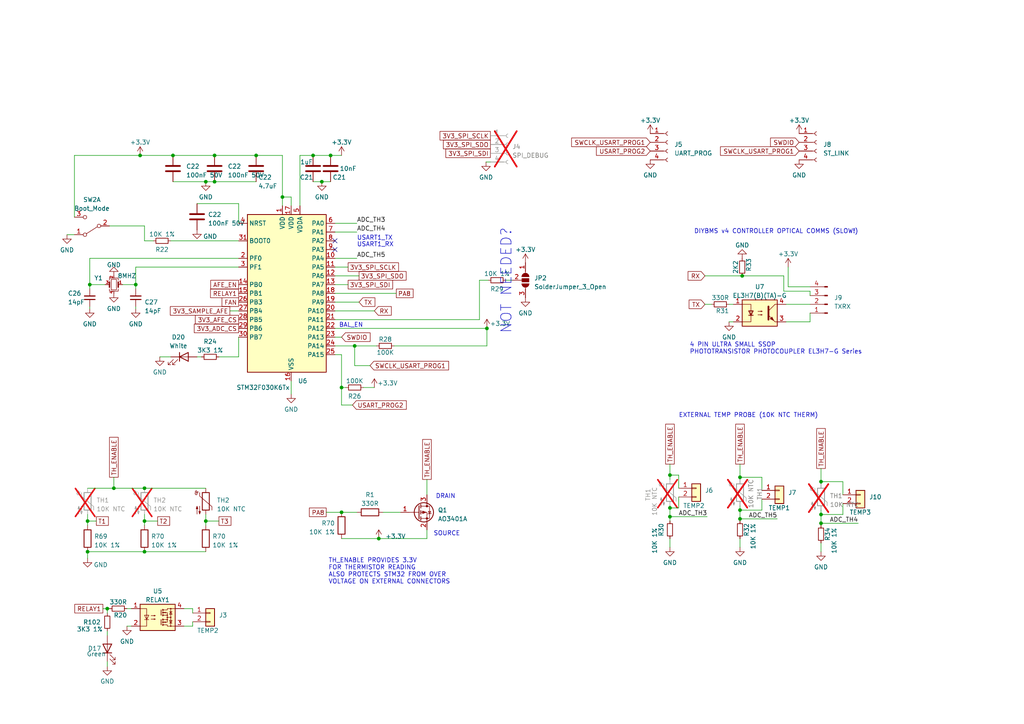
<source format=kicad_sch>
(kicad_sch (version 20230121) (generator eeschema)

  (uuid 5d73ea54-8aaa-4d7f-a23b-79814e207952)

  (paper "A4")

  (lib_symbols
    (symbol "Connector:Conn_01x04_Pin" (pin_names (offset 1.016) hide) (in_bom yes) (on_board yes)
      (property "Reference" "J" (at 0 5.08 0)
        (effects (font (size 1.27 1.27)))
      )
      (property "Value" "Conn_01x04_Pin" (at 0 -7.62 0)
        (effects (font (size 1.27 1.27)))
      )
      (property "Footprint" "" (at 0 0 0)
        (effects (font (size 1.27 1.27)) hide)
      )
      (property "Datasheet" "~" (at 0 0 0)
        (effects (font (size 1.27 1.27)) hide)
      )
      (property "ki_locked" "" (at 0 0 0)
        (effects (font (size 1.27 1.27)))
      )
      (property "ki_keywords" "connector" (at 0 0 0)
        (effects (font (size 1.27 1.27)) hide)
      )
      (property "ki_description" "Generic connector, single row, 01x04, script generated" (at 0 0 0)
        (effects (font (size 1.27 1.27)) hide)
      )
      (property "ki_fp_filters" "Connector*:*_1x??_*" (at 0 0 0)
        (effects (font (size 1.27 1.27)) hide)
      )
      (symbol "Conn_01x04_Pin_1_1"
        (polyline
          (pts
            (xy 1.27 -5.08)
            (xy 0.8636 -5.08)
          )
          (stroke (width 0.1524) (type default))
          (fill (type none))
        )
        (polyline
          (pts
            (xy 1.27 -2.54)
            (xy 0.8636 -2.54)
          )
          (stroke (width 0.1524) (type default))
          (fill (type none))
        )
        (polyline
          (pts
            (xy 1.27 0)
            (xy 0.8636 0)
          )
          (stroke (width 0.1524) (type default))
          (fill (type none))
        )
        (polyline
          (pts
            (xy 1.27 2.54)
            (xy 0.8636 2.54)
          )
          (stroke (width 0.1524) (type default))
          (fill (type none))
        )
        (rectangle (start 0.8636 -4.953) (end 0 -5.207)
          (stroke (width 0.1524) (type default))
          (fill (type outline))
        )
        (rectangle (start 0.8636 -2.413) (end 0 -2.667)
          (stroke (width 0.1524) (type default))
          (fill (type outline))
        )
        (rectangle (start 0.8636 0.127) (end 0 -0.127)
          (stroke (width 0.1524) (type default))
          (fill (type outline))
        )
        (rectangle (start 0.8636 2.667) (end 0 2.413)
          (stroke (width 0.1524) (type default))
          (fill (type outline))
        )
        (pin passive line (at 5.08 2.54 180) (length 3.81)
          (name "Pin_1" (effects (font (size 1.27 1.27))))
          (number "1" (effects (font (size 1.27 1.27))))
        )
        (pin passive line (at 5.08 0 180) (length 3.81)
          (name "Pin_2" (effects (font (size 1.27 1.27))))
          (number "2" (effects (font (size 1.27 1.27))))
        )
        (pin passive line (at 5.08 -2.54 180) (length 3.81)
          (name "Pin_3" (effects (font (size 1.27 1.27))))
          (number "3" (effects (font (size 1.27 1.27))))
        )
        (pin passive line (at 5.08 -5.08 180) (length 3.81)
          (name "Pin_4" (effects (font (size 1.27 1.27))))
          (number "4" (effects (font (size 1.27 1.27))))
        )
      )
    )
    (symbol "Connector:Conn_01x04_Socket" (pin_names (offset 1.016) hide) (in_bom yes) (on_board yes)
      (property "Reference" "J" (at 0 5.08 0)
        (effects (font (size 1.27 1.27)))
      )
      (property "Value" "Conn_01x04_Socket" (at 0 -7.62 0)
        (effects (font (size 1.27 1.27)))
      )
      (property "Footprint" "" (at 0 0 0)
        (effects (font (size 1.27 1.27)) hide)
      )
      (property "Datasheet" "~" (at 0 0 0)
        (effects (font (size 1.27 1.27)) hide)
      )
      (property "ki_locked" "" (at 0 0 0)
        (effects (font (size 1.27 1.27)))
      )
      (property "ki_keywords" "connector" (at 0 0 0)
        (effects (font (size 1.27 1.27)) hide)
      )
      (property "ki_description" "Generic connector, single row, 01x04, script generated" (at 0 0 0)
        (effects (font (size 1.27 1.27)) hide)
      )
      (property "ki_fp_filters" "Connector*:*_1x??_*" (at 0 0 0)
        (effects (font (size 1.27 1.27)) hide)
      )
      (symbol "Conn_01x04_Socket_1_1"
        (arc (start 0 -4.572) (mid -0.5058 -5.08) (end 0 -5.588)
          (stroke (width 0.1524) (type default))
          (fill (type none))
        )
        (arc (start 0 -2.032) (mid -0.5058 -2.54) (end 0 -3.048)
          (stroke (width 0.1524) (type default))
          (fill (type none))
        )
        (polyline
          (pts
            (xy -1.27 -5.08)
            (xy -0.508 -5.08)
          )
          (stroke (width 0.1524) (type default))
          (fill (type none))
        )
        (polyline
          (pts
            (xy -1.27 -2.54)
            (xy -0.508 -2.54)
          )
          (stroke (width 0.1524) (type default))
          (fill (type none))
        )
        (polyline
          (pts
            (xy -1.27 0)
            (xy -0.508 0)
          )
          (stroke (width 0.1524) (type default))
          (fill (type none))
        )
        (polyline
          (pts
            (xy -1.27 2.54)
            (xy -0.508 2.54)
          )
          (stroke (width 0.1524) (type default))
          (fill (type none))
        )
        (arc (start 0 0.508) (mid -0.5058 0) (end 0 -0.508)
          (stroke (width 0.1524) (type default))
          (fill (type none))
        )
        (arc (start 0 3.048) (mid -0.5058 2.54) (end 0 2.032)
          (stroke (width 0.1524) (type default))
          (fill (type none))
        )
        (pin passive line (at -5.08 2.54 0) (length 3.81)
          (name "Pin_1" (effects (font (size 1.27 1.27))))
          (number "1" (effects (font (size 1.27 1.27))))
        )
        (pin passive line (at -5.08 0 0) (length 3.81)
          (name "Pin_2" (effects (font (size 1.27 1.27))))
          (number "2" (effects (font (size 1.27 1.27))))
        )
        (pin passive line (at -5.08 -2.54 0) (length 3.81)
          (name "Pin_3" (effects (font (size 1.27 1.27))))
          (number "3" (effects (font (size 1.27 1.27))))
        )
        (pin passive line (at -5.08 -5.08 0) (length 3.81)
          (name "Pin_4" (effects (font (size 1.27 1.27))))
          (number "4" (effects (font (size 1.27 1.27))))
        )
      )
    )
    (symbol "Connector_Generic:Conn_01x02" (pin_names (offset 1.016) hide) (in_bom yes) (on_board yes)
      (property "Reference" "J" (at 0 2.54 0)
        (effects (font (size 1.27 1.27)))
      )
      (property "Value" "Conn_01x02" (at 0 -5.08 0)
        (effects (font (size 1.27 1.27)))
      )
      (property "Footprint" "" (at 0 0 0)
        (effects (font (size 1.27 1.27)) hide)
      )
      (property "Datasheet" "~" (at 0 0 0)
        (effects (font (size 1.27 1.27)) hide)
      )
      (property "ki_keywords" "connector" (at 0 0 0)
        (effects (font (size 1.27 1.27)) hide)
      )
      (property "ki_description" "Generic connector, single row, 01x02, script generated (kicad-library-utils/schlib/autogen/connector/)" (at 0 0 0)
        (effects (font (size 1.27 1.27)) hide)
      )
      (property "ki_fp_filters" "Connector*:*_1x??_*" (at 0 0 0)
        (effects (font (size 1.27 1.27)) hide)
      )
      (symbol "Conn_01x02_1_1"
        (rectangle (start -1.27 -2.413) (end 0 -2.667)
          (stroke (width 0.1524) (type default))
          (fill (type none))
        )
        (rectangle (start -1.27 0.127) (end 0 -0.127)
          (stroke (width 0.1524) (type default))
          (fill (type none))
        )
        (rectangle (start -1.27 1.27) (end 1.27 -3.81)
          (stroke (width 0.254) (type default))
          (fill (type background))
        )
        (pin passive line (at -5.08 0 0) (length 3.81)
          (name "Pin_1" (effects (font (size 1.27 1.27))))
          (number "1" (effects (font (size 1.27 1.27))))
        )
        (pin passive line (at -5.08 -2.54 0) (length 3.81)
          (name "Pin_2" (effects (font (size 1.27 1.27))))
          (number "2" (effects (font (size 1.27 1.27))))
        )
      )
    )
    (symbol "Device:C" (pin_numbers hide) (pin_names (offset 0.254)) (in_bom yes) (on_board yes)
      (property "Reference" "C" (at 0.635 2.54 0)
        (effects (font (size 1.27 1.27)) (justify left))
      )
      (property "Value" "C" (at 0.635 -2.54 0)
        (effects (font (size 1.27 1.27)) (justify left))
      )
      (property "Footprint" "" (at 0.9652 -3.81 0)
        (effects (font (size 1.27 1.27)) hide)
      )
      (property "Datasheet" "~" (at 0 0 0)
        (effects (font (size 1.27 1.27)) hide)
      )
      (property "ki_keywords" "cap capacitor" (at 0 0 0)
        (effects (font (size 1.27 1.27)) hide)
      )
      (property "ki_description" "Unpolarized capacitor" (at 0 0 0)
        (effects (font (size 1.27 1.27)) hide)
      )
      (property "ki_fp_filters" "C_*" (at 0 0 0)
        (effects (font (size 1.27 1.27)) hide)
      )
      (symbol "C_0_1"
        (polyline
          (pts
            (xy -2.032 -0.762)
            (xy 2.032 -0.762)
          )
          (stroke (width 0.508) (type default))
          (fill (type none))
        )
        (polyline
          (pts
            (xy -2.032 0.762)
            (xy 2.032 0.762)
          )
          (stroke (width 0.508) (type default))
          (fill (type none))
        )
      )
      (symbol "C_1_1"
        (pin passive line (at 0 3.81 270) (length 2.794)
          (name "~" (effects (font (size 1.27 1.27))))
          (number "1" (effects (font (size 1.27 1.27))))
        )
        (pin passive line (at 0 -3.81 90) (length 2.794)
          (name "~" (effects (font (size 1.27 1.27))))
          (number "2" (effects (font (size 1.27 1.27))))
        )
      )
    )
    (symbol "Device:C_Small" (pin_numbers hide) (pin_names (offset 0.254) hide) (in_bom yes) (on_board yes)
      (property "Reference" "C" (at 0.254 1.778 0)
        (effects (font (size 1.27 1.27)) (justify left))
      )
      (property "Value" "C_Small" (at 0.254 -2.032 0)
        (effects (font (size 1.27 1.27)) (justify left))
      )
      (property "Footprint" "" (at 0 0 0)
        (effects (font (size 1.27 1.27)) hide)
      )
      (property "Datasheet" "~" (at 0 0 0)
        (effects (font (size 1.27 1.27)) hide)
      )
      (property "ki_keywords" "capacitor cap" (at 0 0 0)
        (effects (font (size 1.27 1.27)) hide)
      )
      (property "ki_description" "Unpolarized capacitor, small symbol" (at 0 0 0)
        (effects (font (size 1.27 1.27)) hide)
      )
      (property "ki_fp_filters" "C_*" (at 0 0 0)
        (effects (font (size 1.27 1.27)) hide)
      )
      (symbol "C_Small_0_1"
        (polyline
          (pts
            (xy -1.524 -0.508)
            (xy 1.524 -0.508)
          )
          (stroke (width 0.3302) (type default))
          (fill (type none))
        )
        (polyline
          (pts
            (xy -1.524 0.508)
            (xy 1.524 0.508)
          )
          (stroke (width 0.3048) (type default))
          (fill (type none))
        )
      )
      (symbol "C_Small_1_1"
        (pin passive line (at 0 2.54 270) (length 2.032)
          (name "~" (effects (font (size 1.27 1.27))))
          (number "1" (effects (font (size 1.27 1.27))))
        )
        (pin passive line (at 0 -2.54 90) (length 2.032)
          (name "~" (effects (font (size 1.27 1.27))))
          (number "2" (effects (font (size 1.27 1.27))))
        )
      )
    )
    (symbol "Device:Crystal_GND24_Small" (pin_names (offset 1.016) hide) (in_bom yes) (on_board yes)
      (property "Reference" "Y" (at 1.27 4.445 0)
        (effects (font (size 1.27 1.27)) (justify left))
      )
      (property "Value" "Crystal_GND24_Small" (at 1.27 2.54 0)
        (effects (font (size 1.27 1.27)) (justify left))
      )
      (property "Footprint" "" (at 0 0 0)
        (effects (font (size 1.27 1.27)) hide)
      )
      (property "Datasheet" "~" (at 0 0 0)
        (effects (font (size 1.27 1.27)) hide)
      )
      (property "ki_keywords" "quartz ceramic resonator oscillator" (at 0 0 0)
        (effects (font (size 1.27 1.27)) hide)
      )
      (property "ki_description" "Four pin crystal, GND on pins 2 and 4, small symbol" (at 0 0 0)
        (effects (font (size 1.27 1.27)) hide)
      )
      (property "ki_fp_filters" "Crystal*" (at 0 0 0)
        (effects (font (size 1.27 1.27)) hide)
      )
      (symbol "Crystal_GND24_Small_0_1"
        (rectangle (start -0.762 -1.524) (end 0.762 1.524)
          (stroke (width 0) (type default))
          (fill (type none))
        )
        (polyline
          (pts
            (xy -1.27 -0.762)
            (xy -1.27 0.762)
          )
          (stroke (width 0.381) (type default))
          (fill (type none))
        )
        (polyline
          (pts
            (xy 1.27 -0.762)
            (xy 1.27 0.762)
          )
          (stroke (width 0.381) (type default))
          (fill (type none))
        )
        (polyline
          (pts
            (xy -1.27 -1.27)
            (xy -1.27 -1.905)
            (xy 1.27 -1.905)
            (xy 1.27 -1.27)
          )
          (stroke (width 0) (type default))
          (fill (type none))
        )
        (polyline
          (pts
            (xy -1.27 1.27)
            (xy -1.27 1.905)
            (xy 1.27 1.905)
            (xy 1.27 1.27)
          )
          (stroke (width 0) (type default))
          (fill (type none))
        )
      )
      (symbol "Crystal_GND24_Small_1_1"
        (pin passive line (at -2.54 0 0) (length 1.27)
          (name "1" (effects (font (size 1.27 1.27))))
          (number "1" (effects (font (size 0.762 0.762))))
        )
        (pin passive line (at 0 -2.54 90) (length 0.635)
          (name "2" (effects (font (size 1.27 1.27))))
          (number "2" (effects (font (size 0.762 0.762))))
        )
        (pin passive line (at 2.54 0 180) (length 1.27)
          (name "3" (effects (font (size 1.27 1.27))))
          (number "3" (effects (font (size 0.762 0.762))))
        )
        (pin passive line (at 0 2.54 270) (length 0.635)
          (name "4" (effects (font (size 1.27 1.27))))
          (number "4" (effects (font (size 0.762 0.762))))
        )
      )
    )
    (symbol "Device:LED" (pin_numbers hide) (pin_names (offset 1.016) hide) (in_bom yes) (on_board yes)
      (property "Reference" "D" (at 0 2.54 0)
        (effects (font (size 1.27 1.27)))
      )
      (property "Value" "LED" (at 0 -2.54 0)
        (effects (font (size 1.27 1.27)))
      )
      (property "Footprint" "" (at 0 0 0)
        (effects (font (size 1.27 1.27)) hide)
      )
      (property "Datasheet" "~" (at 0 0 0)
        (effects (font (size 1.27 1.27)) hide)
      )
      (property "ki_keywords" "LED diode" (at 0 0 0)
        (effects (font (size 1.27 1.27)) hide)
      )
      (property "ki_description" "Light emitting diode" (at 0 0 0)
        (effects (font (size 1.27 1.27)) hide)
      )
      (property "ki_fp_filters" "LED* LED_SMD:* LED_THT:*" (at 0 0 0)
        (effects (font (size 1.27 1.27)) hide)
      )
      (symbol "LED_0_1"
        (polyline
          (pts
            (xy -1.27 -1.27)
            (xy -1.27 1.27)
          )
          (stroke (width 0.254) (type default))
          (fill (type none))
        )
        (polyline
          (pts
            (xy -1.27 0)
            (xy 1.27 0)
          )
          (stroke (width 0) (type default))
          (fill (type none))
        )
        (polyline
          (pts
            (xy 1.27 -1.27)
            (xy 1.27 1.27)
            (xy -1.27 0)
            (xy 1.27 -1.27)
          )
          (stroke (width 0.254) (type default))
          (fill (type none))
        )
        (polyline
          (pts
            (xy -3.048 -0.762)
            (xy -4.572 -2.286)
            (xy -3.81 -2.286)
            (xy -4.572 -2.286)
            (xy -4.572 -1.524)
          )
          (stroke (width 0) (type default))
          (fill (type none))
        )
        (polyline
          (pts
            (xy -1.778 -0.762)
            (xy -3.302 -2.286)
            (xy -2.54 -2.286)
            (xy -3.302 -2.286)
            (xy -3.302 -1.524)
          )
          (stroke (width 0) (type default))
          (fill (type none))
        )
      )
      (symbol "LED_1_1"
        (pin passive line (at -3.81 0 0) (length 2.54)
          (name "K" (effects (font (size 1.27 1.27))))
          (number "1" (effects (font (size 1.27 1.27))))
        )
        (pin passive line (at 3.81 0 180) (length 2.54)
          (name "A" (effects (font (size 1.27 1.27))))
          (number "2" (effects (font (size 1.27 1.27))))
        )
      )
    )
    (symbol "Device:R" (pin_numbers hide) (pin_names (offset 0)) (in_bom yes) (on_board yes)
      (property "Reference" "R" (at 2.032 0 90)
        (effects (font (size 1.27 1.27)))
      )
      (property "Value" "R" (at 0 0 90)
        (effects (font (size 1.27 1.27)))
      )
      (property "Footprint" "" (at -1.778 0 90)
        (effects (font (size 1.27 1.27)) hide)
      )
      (property "Datasheet" "~" (at 0 0 0)
        (effects (font (size 1.27 1.27)) hide)
      )
      (property "ki_keywords" "R res resistor" (at 0 0 0)
        (effects (font (size 1.27 1.27)) hide)
      )
      (property "ki_description" "Resistor" (at 0 0 0)
        (effects (font (size 1.27 1.27)) hide)
      )
      (property "ki_fp_filters" "R_*" (at 0 0 0)
        (effects (font (size 1.27 1.27)) hide)
      )
      (symbol "R_0_1"
        (rectangle (start -1.016 -2.54) (end 1.016 2.54)
          (stroke (width 0.254) (type default))
          (fill (type none))
        )
      )
      (symbol "R_1_1"
        (pin passive line (at 0 3.81 270) (length 1.27)
          (name "~" (effects (font (size 1.27 1.27))))
          (number "1" (effects (font (size 1.27 1.27))))
        )
        (pin passive line (at 0 -3.81 90) (length 1.27)
          (name "~" (effects (font (size 1.27 1.27))))
          (number "2" (effects (font (size 1.27 1.27))))
        )
      )
    )
    (symbol "Device:R_Small" (pin_numbers hide) (pin_names (offset 0.254) hide) (in_bom yes) (on_board yes)
      (property "Reference" "R" (at 0.762 0.508 0)
        (effects (font (size 1.27 1.27)) (justify left))
      )
      (property "Value" "R_Small" (at 0.762 -1.016 0)
        (effects (font (size 1.27 1.27)) (justify left))
      )
      (property "Footprint" "" (at 0 0 0)
        (effects (font (size 1.27 1.27)) hide)
      )
      (property "Datasheet" "~" (at 0 0 0)
        (effects (font (size 1.27 1.27)) hide)
      )
      (property "ki_keywords" "R resistor" (at 0 0 0)
        (effects (font (size 1.27 1.27)) hide)
      )
      (property "ki_description" "Resistor, small symbol" (at 0 0 0)
        (effects (font (size 1.27 1.27)) hide)
      )
      (property "ki_fp_filters" "R_*" (at 0 0 0)
        (effects (font (size 1.27 1.27)) hide)
      )
      (symbol "R_Small_0_1"
        (rectangle (start -0.762 1.778) (end 0.762 -1.778)
          (stroke (width 0.2032) (type default))
          (fill (type none))
        )
      )
      (symbol "R_Small_1_1"
        (pin passive line (at 0 2.54 270) (length 0.762)
          (name "~" (effects (font (size 1.27 1.27))))
          (number "1" (effects (font (size 1.27 1.27))))
        )
        (pin passive line (at 0 -2.54 90) (length 0.762)
          (name "~" (effects (font (size 1.27 1.27))))
          (number "2" (effects (font (size 1.27 1.27))))
        )
      )
    )
    (symbol "Device:Thermistor_NTC" (pin_numbers hide) (pin_names (offset 0)) (in_bom yes) (on_board yes)
      (property "Reference" "TH" (at -4.445 0 90)
        (effects (font (size 1.27 1.27)))
      )
      (property "Value" "Thermistor_NTC" (at 3.175 0 90)
        (effects (font (size 1.27 1.27)))
      )
      (property "Footprint" "" (at 0 1.27 0)
        (effects (font (size 1.27 1.27)) hide)
      )
      (property "Datasheet" "~" (at 0 1.27 0)
        (effects (font (size 1.27 1.27)) hide)
      )
      (property "ki_keywords" "thermistor NTC resistor sensor RTD" (at 0 0 0)
        (effects (font (size 1.27 1.27)) hide)
      )
      (property "ki_description" "Temperature dependent resistor, negative temperature coefficient" (at 0 0 0)
        (effects (font (size 1.27 1.27)) hide)
      )
      (property "ki_fp_filters" "*NTC* *Thermistor* PIN?ARRAY* bornier* *Terminal?Block* R_*" (at 0 0 0)
        (effects (font (size 1.27 1.27)) hide)
      )
      (symbol "Thermistor_NTC_0_1"
        (arc (start -3.048 2.159) (mid -3.0495 2.3143) (end -3.175 2.413)
          (stroke (width 0) (type default))
          (fill (type none))
        )
        (arc (start -3.048 2.159) (mid -2.9736 1.9794) (end -2.794 1.905)
          (stroke (width 0) (type default))
          (fill (type none))
        )
        (arc (start -3.048 2.794) (mid -2.9736 2.6144) (end -2.794 2.54)
          (stroke (width 0) (type default))
          (fill (type none))
        )
        (arc (start -2.794 1.905) (mid -2.6144 1.9794) (end -2.54 2.159)
          (stroke (width 0) (type default))
          (fill (type none))
        )
        (arc (start -2.794 2.54) (mid -2.4393 2.5587) (end -2.159 2.794)
          (stroke (width 0) (type default))
          (fill (type none))
        )
        (arc (start -2.794 3.048) (mid -2.9736 2.9736) (end -3.048 2.794)
          (stroke (width 0) (type default))
          (fill (type none))
        )
        (arc (start -2.54 2.794) (mid -2.6144 2.9736) (end -2.794 3.048)
          (stroke (width 0) (type default))
          (fill (type none))
        )
        (rectangle (start -1.016 2.54) (end 1.016 -2.54)
          (stroke (width 0.254) (type default))
          (fill (type none))
        )
        (polyline
          (pts
            (xy -2.54 2.159)
            (xy -2.54 2.794)
          )
          (stroke (width 0) (type default))
          (fill (type none))
        )
        (polyline
          (pts
            (xy -1.778 2.54)
            (xy -1.778 1.524)
            (xy 1.778 -1.524)
            (xy 1.778 -2.54)
          )
          (stroke (width 0) (type default))
          (fill (type none))
        )
        (polyline
          (pts
            (xy -2.54 -3.683)
            (xy -2.54 -1.397)
            (xy -2.794 -2.159)
            (xy -2.286 -2.159)
            (xy -2.54 -1.397)
            (xy -2.54 -1.651)
          )
          (stroke (width 0) (type default))
          (fill (type outline))
        )
        (polyline
          (pts
            (xy -1.778 -1.397)
            (xy -1.778 -3.683)
            (xy -2.032 -2.921)
            (xy -1.524 -2.921)
            (xy -1.778 -3.683)
            (xy -1.778 -3.429)
          )
          (stroke (width 0) (type default))
          (fill (type outline))
        )
      )
      (symbol "Thermistor_NTC_1_1"
        (pin passive line (at 0 3.81 270) (length 1.27)
          (name "~" (effects (font (size 1.27 1.27))))
          (number "1" (effects (font (size 1.27 1.27))))
        )
        (pin passive line (at 0 -3.81 90) (length 1.27)
          (name "~" (effects (font (size 1.27 1.27))))
          (number "2" (effects (font (size 1.27 1.27))))
        )
      )
    )
    (symbol "Isolator:PC817" (pin_names (offset 1.016)) (in_bom yes) (on_board yes)
      (property "Reference" "U" (at -5.08 5.08 0)
        (effects (font (size 1.27 1.27)) (justify left))
      )
      (property "Value" "PC817" (at 0 5.08 0)
        (effects (font (size 1.27 1.27)) (justify left))
      )
      (property "Footprint" "Package_DIP:DIP-4_W7.62mm" (at -5.08 -5.08 0)
        (effects (font (size 1.27 1.27) italic) (justify left) hide)
      )
      (property "Datasheet" "http://www.soselectronic.cz/a_info/resource/d/pc817.pdf" (at 0 0 0)
        (effects (font (size 1.27 1.27)) (justify left) hide)
      )
      (property "ki_keywords" "NPN DC Optocoupler" (at 0 0 0)
        (effects (font (size 1.27 1.27)) hide)
      )
      (property "ki_description" "DC Optocoupler, Vce 35V, CTR 50-300%, DIP-4" (at 0 0 0)
        (effects (font (size 1.27 1.27)) hide)
      )
      (property "ki_fp_filters" "DIP*W7.62mm*" (at 0 0 0)
        (effects (font (size 1.27 1.27)) hide)
      )
      (symbol "PC817_0_1"
        (rectangle (start -5.08 3.81) (end 5.08 -3.81)
          (stroke (width 0.254) (type default))
          (fill (type background))
        )
        (polyline
          (pts
            (xy -3.175 -0.635)
            (xy -1.905 -0.635)
          )
          (stroke (width 0.254) (type default))
          (fill (type none))
        )
        (polyline
          (pts
            (xy 2.54 0.635)
            (xy 4.445 2.54)
          )
          (stroke (width 0) (type default))
          (fill (type none))
        )
        (polyline
          (pts
            (xy 4.445 -2.54)
            (xy 2.54 -0.635)
          )
          (stroke (width 0) (type default))
          (fill (type outline))
        )
        (polyline
          (pts
            (xy 4.445 -2.54)
            (xy 5.08 -2.54)
          )
          (stroke (width 0) (type default))
          (fill (type none))
        )
        (polyline
          (pts
            (xy 4.445 2.54)
            (xy 5.08 2.54)
          )
          (stroke (width 0) (type default))
          (fill (type none))
        )
        (polyline
          (pts
            (xy -5.08 2.54)
            (xy -2.54 2.54)
            (xy -2.54 -0.635)
          )
          (stroke (width 0) (type default))
          (fill (type none))
        )
        (polyline
          (pts
            (xy -2.54 -0.635)
            (xy -2.54 -2.54)
            (xy -5.08 -2.54)
          )
          (stroke (width 0) (type default))
          (fill (type none))
        )
        (polyline
          (pts
            (xy 2.54 1.905)
            (xy 2.54 -1.905)
            (xy 2.54 -1.905)
          )
          (stroke (width 0.508) (type default))
          (fill (type none))
        )
        (polyline
          (pts
            (xy -2.54 -0.635)
            (xy -3.175 0.635)
            (xy -1.905 0.635)
            (xy -2.54 -0.635)
          )
          (stroke (width 0.254) (type default))
          (fill (type none))
        )
        (polyline
          (pts
            (xy -0.508 -0.508)
            (xy 0.762 -0.508)
            (xy 0.381 -0.635)
            (xy 0.381 -0.381)
            (xy 0.762 -0.508)
          )
          (stroke (width 0) (type default))
          (fill (type none))
        )
        (polyline
          (pts
            (xy -0.508 0.508)
            (xy 0.762 0.508)
            (xy 0.381 0.381)
            (xy 0.381 0.635)
            (xy 0.762 0.508)
          )
          (stroke (width 0) (type default))
          (fill (type none))
        )
        (polyline
          (pts
            (xy 3.048 -1.651)
            (xy 3.556 -1.143)
            (xy 4.064 -2.159)
            (xy 3.048 -1.651)
            (xy 3.048 -1.651)
          )
          (stroke (width 0) (type default))
          (fill (type outline))
        )
      )
      (symbol "PC817_1_1"
        (pin passive line (at -7.62 2.54 0) (length 2.54)
          (name "~" (effects (font (size 1.27 1.27))))
          (number "1" (effects (font (size 1.27 1.27))))
        )
        (pin passive line (at -7.62 -2.54 0) (length 2.54)
          (name "~" (effects (font (size 1.27 1.27))))
          (number "2" (effects (font (size 1.27 1.27))))
        )
        (pin passive line (at 7.62 -2.54 180) (length 2.54)
          (name "~" (effects (font (size 1.27 1.27))))
          (number "3" (effects (font (size 1.27 1.27))))
        )
        (pin passive line (at 7.62 2.54 180) (length 2.54)
          (name "~" (effects (font (size 1.27 1.27))))
          (number "4" (effects (font (size 1.27 1.27))))
        )
      )
    )
    (symbol "Jumper:SolderJumper_3_Open" (pin_names (offset 0) hide) (in_bom yes) (on_board yes)
      (property "Reference" "JP" (at -2.54 -2.54 0)
        (effects (font (size 1.27 1.27)))
      )
      (property "Value" "SolderJumper_3_Open" (at 0 2.794 0)
        (effects (font (size 1.27 1.27)))
      )
      (property "Footprint" "" (at 0 0 0)
        (effects (font (size 1.27 1.27)) hide)
      )
      (property "Datasheet" "~" (at 0 0 0)
        (effects (font (size 1.27 1.27)) hide)
      )
      (property "ki_keywords" "Solder Jumper SPDT" (at 0 0 0)
        (effects (font (size 1.27 1.27)) hide)
      )
      (property "ki_description" "Solder Jumper, 3-pole, open" (at 0 0 0)
        (effects (font (size 1.27 1.27)) hide)
      )
      (property "ki_fp_filters" "SolderJumper*Open*" (at 0 0 0)
        (effects (font (size 1.27 1.27)) hide)
      )
      (symbol "SolderJumper_3_Open_0_1"
        (arc (start -1.016 1.016) (mid -2.0276 0) (end -1.016 -1.016)
          (stroke (width 0) (type default))
          (fill (type none))
        )
        (arc (start -1.016 1.016) (mid -2.0276 0) (end -1.016 -1.016)
          (stroke (width 0) (type default))
          (fill (type outline))
        )
        (rectangle (start -0.508 1.016) (end 0.508 -1.016)
          (stroke (width 0) (type default))
          (fill (type outline))
        )
        (polyline
          (pts
            (xy -2.54 0)
            (xy -2.032 0)
          )
          (stroke (width 0) (type default))
          (fill (type none))
        )
        (polyline
          (pts
            (xy -1.016 1.016)
            (xy -1.016 -1.016)
          )
          (stroke (width 0) (type default))
          (fill (type none))
        )
        (polyline
          (pts
            (xy 0 -1.27)
            (xy 0 -1.016)
          )
          (stroke (width 0) (type default))
          (fill (type none))
        )
        (polyline
          (pts
            (xy 1.016 1.016)
            (xy 1.016 -1.016)
          )
          (stroke (width 0) (type default))
          (fill (type none))
        )
        (polyline
          (pts
            (xy 2.54 0)
            (xy 2.032 0)
          )
          (stroke (width 0) (type default))
          (fill (type none))
        )
        (arc (start 1.016 -1.016) (mid 2.0276 0) (end 1.016 1.016)
          (stroke (width 0) (type default))
          (fill (type none))
        )
        (arc (start 1.016 -1.016) (mid 2.0276 0) (end 1.016 1.016)
          (stroke (width 0) (type default))
          (fill (type outline))
        )
      )
      (symbol "SolderJumper_3_Open_1_1"
        (pin passive line (at -5.08 0 0) (length 2.54)
          (name "A" (effects (font (size 1.27 1.27))))
          (number "1" (effects (font (size 1.27 1.27))))
        )
        (pin passive line (at 0 -3.81 90) (length 2.54)
          (name "C" (effects (font (size 1.27 1.27))))
          (number "2" (effects (font (size 1.27 1.27))))
        )
        (pin passive line (at 5.08 0 180) (length 2.54)
          (name "B" (effects (font (size 1.27 1.27))))
          (number "3" (effects (font (size 1.27 1.27))))
        )
      )
    )
    (symbol "MCU_ST_STM32F0:STM32F030K6Tx" (in_bom yes) (on_board yes)
      (property "Reference" "U" (at -10.16 24.13 0)
        (effects (font (size 1.27 1.27)) (justify left))
      )
      (property "Value" "STM32F030K6Tx" (at 7.62 24.13 0)
        (effects (font (size 1.27 1.27)) (justify left))
      )
      (property "Footprint" "Package_QFP:LQFP-32_7x7mm_P0.8mm" (at -10.16 -22.86 0)
        (effects (font (size 1.27 1.27)) (justify right) hide)
      )
      (property "Datasheet" "https://www.st.com/resource/en/datasheet/stm32f030k6.pdf" (at 0 0 0)
        (effects (font (size 1.27 1.27)) hide)
      )
      (property "ki_locked" "" (at 0 0 0)
        (effects (font (size 1.27 1.27)))
      )
      (property "ki_keywords" "Arm Cortex-M0 STM32F0 STM32F0x0 Value Line" (at 0 0 0)
        (effects (font (size 1.27 1.27)) hide)
      )
      (property "ki_description" "STMicroelectronics Arm Cortex-M0 MCU, 32KB flash, 4KB RAM, 48 MHz, 2.4-3.6V, 25 GPIO, LQFP32" (at 0 0 0)
        (effects (font (size 1.27 1.27)) hide)
      )
      (property "ki_fp_filters" "LQFP*7x7mm*P0.8mm*" (at 0 0 0)
        (effects (font (size 1.27 1.27)) hide)
      )
      (symbol "STM32F030K6Tx_0_1"
        (rectangle (start -10.16 -22.86) (end 12.7 22.86)
          (stroke (width 0.254) (type default))
          (fill (type background))
        )
      )
      (symbol "STM32F030K6Tx_1_1"
        (pin power_in line (at 0 25.4 270) (length 2.54)
          (name "VDD" (effects (font (size 1.27 1.27))))
          (number "1" (effects (font (size 1.27 1.27))))
        )
        (pin bidirectional line (at 15.24 10.16 180) (length 2.54)
          (name "PA4" (effects (font (size 1.27 1.27))))
          (number "10" (effects (font (size 1.27 1.27))))
          (alternate "ADC_IN4" bidirectional line)
          (alternate "SPI1_NSS" bidirectional line)
          (alternate "TIM14_CH1" bidirectional line)
          (alternate "USART1_CK" bidirectional line)
        )
        (pin bidirectional line (at 15.24 7.62 180) (length 2.54)
          (name "PA5" (effects (font (size 1.27 1.27))))
          (number "11" (effects (font (size 1.27 1.27))))
          (alternate "ADC_IN5" bidirectional line)
          (alternate "SPI1_SCK" bidirectional line)
        )
        (pin bidirectional line (at 15.24 5.08 180) (length 2.54)
          (name "PA6" (effects (font (size 1.27 1.27))))
          (number "12" (effects (font (size 1.27 1.27))))
          (alternate "ADC_IN6" bidirectional line)
          (alternate "SPI1_MISO" bidirectional line)
          (alternate "TIM16_CH1" bidirectional line)
          (alternate "TIM1_BKIN" bidirectional line)
          (alternate "TIM3_CH1" bidirectional line)
        )
        (pin bidirectional line (at 15.24 2.54 180) (length 2.54)
          (name "PA7" (effects (font (size 1.27 1.27))))
          (number "13" (effects (font (size 1.27 1.27))))
          (alternate "ADC_IN7" bidirectional line)
          (alternate "SPI1_MOSI" bidirectional line)
          (alternate "TIM14_CH1" bidirectional line)
          (alternate "TIM17_CH1" bidirectional line)
          (alternate "TIM1_CH1N" bidirectional line)
          (alternate "TIM3_CH2" bidirectional line)
        )
        (pin bidirectional line (at -12.7 2.54 0) (length 2.54)
          (name "PB0" (effects (font (size 1.27 1.27))))
          (number "14" (effects (font (size 1.27 1.27))))
          (alternate "ADC_IN8" bidirectional line)
          (alternate "TIM1_CH2N" bidirectional line)
          (alternate "TIM3_CH3" bidirectional line)
        )
        (pin bidirectional line (at -12.7 0 0) (length 2.54)
          (name "PB1" (effects (font (size 1.27 1.27))))
          (number "15" (effects (font (size 1.27 1.27))))
          (alternate "ADC_IN9" bidirectional line)
          (alternate "TIM14_CH1" bidirectional line)
          (alternate "TIM1_CH3N" bidirectional line)
          (alternate "TIM3_CH4" bidirectional line)
        )
        (pin power_in line (at 2.54 -25.4 90) (length 2.54)
          (name "VSS" (effects (font (size 1.27 1.27))))
          (number "16" (effects (font (size 1.27 1.27))))
        )
        (pin power_in line (at 2.54 25.4 270) (length 2.54)
          (name "VDD" (effects (font (size 1.27 1.27))))
          (number "17" (effects (font (size 1.27 1.27))))
        )
        (pin bidirectional line (at 15.24 0 180) (length 2.54)
          (name "PA8" (effects (font (size 1.27 1.27))))
          (number "18" (effects (font (size 1.27 1.27))))
          (alternate "RCC_MCO" bidirectional line)
          (alternate "TIM1_CH1" bidirectional line)
          (alternate "USART1_CK" bidirectional line)
        )
        (pin bidirectional line (at 15.24 -2.54 180) (length 2.54)
          (name "PA9" (effects (font (size 1.27 1.27))))
          (number "19" (effects (font (size 1.27 1.27))))
          (alternate "I2C1_SCL" bidirectional line)
          (alternate "TIM1_CH2" bidirectional line)
          (alternate "USART1_TX" bidirectional line)
        )
        (pin bidirectional line (at -12.7 10.16 0) (length 2.54)
          (name "PF0" (effects (font (size 1.27 1.27))))
          (number "2" (effects (font (size 1.27 1.27))))
          (alternate "RCC_OSC_IN" bidirectional line)
        )
        (pin bidirectional line (at 15.24 -5.08 180) (length 2.54)
          (name "PA10" (effects (font (size 1.27 1.27))))
          (number "20" (effects (font (size 1.27 1.27))))
          (alternate "I2C1_SDA" bidirectional line)
          (alternate "TIM17_BKIN" bidirectional line)
          (alternate "TIM1_CH3" bidirectional line)
          (alternate "USART1_RX" bidirectional line)
        )
        (pin bidirectional line (at 15.24 -7.62 180) (length 2.54)
          (name "PA11" (effects (font (size 1.27 1.27))))
          (number "21" (effects (font (size 1.27 1.27))))
          (alternate "TIM1_CH4" bidirectional line)
          (alternate "USART1_CTS" bidirectional line)
        )
        (pin bidirectional line (at 15.24 -10.16 180) (length 2.54)
          (name "PA12" (effects (font (size 1.27 1.27))))
          (number "22" (effects (font (size 1.27 1.27))))
          (alternate "TIM1_ETR" bidirectional line)
          (alternate "USART1_DE" bidirectional line)
          (alternate "USART1_RTS" bidirectional line)
        )
        (pin bidirectional line (at 15.24 -12.7 180) (length 2.54)
          (name "PA13" (effects (font (size 1.27 1.27))))
          (number "23" (effects (font (size 1.27 1.27))))
          (alternate "IR_OUT" bidirectional line)
          (alternate "SYS_SWDIO" bidirectional line)
        )
        (pin bidirectional line (at 15.24 -15.24 180) (length 2.54)
          (name "PA14" (effects (font (size 1.27 1.27))))
          (number "24" (effects (font (size 1.27 1.27))))
          (alternate "SYS_SWCLK" bidirectional line)
          (alternate "USART1_TX" bidirectional line)
        )
        (pin bidirectional line (at 15.24 -17.78 180) (length 2.54)
          (name "PA15" (effects (font (size 1.27 1.27))))
          (number "25" (effects (font (size 1.27 1.27))))
          (alternate "SPI1_NSS" bidirectional line)
          (alternate "USART1_RX" bidirectional line)
        )
        (pin bidirectional line (at -12.7 -2.54 0) (length 2.54)
          (name "PB3" (effects (font (size 1.27 1.27))))
          (number "26" (effects (font (size 1.27 1.27))))
          (alternate "SPI1_SCK" bidirectional line)
        )
        (pin bidirectional line (at -12.7 -5.08 0) (length 2.54)
          (name "PB4" (effects (font (size 1.27 1.27))))
          (number "27" (effects (font (size 1.27 1.27))))
          (alternate "SPI1_MISO" bidirectional line)
          (alternate "TIM3_CH1" bidirectional line)
        )
        (pin bidirectional line (at -12.7 -7.62 0) (length 2.54)
          (name "PB5" (effects (font (size 1.27 1.27))))
          (number "28" (effects (font (size 1.27 1.27))))
          (alternate "I2C1_SMBA" bidirectional line)
          (alternate "SPI1_MOSI" bidirectional line)
          (alternate "TIM16_BKIN" bidirectional line)
          (alternate "TIM3_CH2" bidirectional line)
        )
        (pin bidirectional line (at -12.7 -10.16 0) (length 2.54)
          (name "PB6" (effects (font (size 1.27 1.27))))
          (number "29" (effects (font (size 1.27 1.27))))
          (alternate "I2C1_SCL" bidirectional line)
          (alternate "TIM16_CH1N" bidirectional line)
          (alternate "USART1_TX" bidirectional line)
        )
        (pin bidirectional line (at -12.7 7.62 0) (length 2.54)
          (name "PF1" (effects (font (size 1.27 1.27))))
          (number "3" (effects (font (size 1.27 1.27))))
          (alternate "RCC_OSC_OUT" bidirectional line)
        )
        (pin bidirectional line (at -12.7 -12.7 0) (length 2.54)
          (name "PB7" (effects (font (size 1.27 1.27))))
          (number "30" (effects (font (size 1.27 1.27))))
          (alternate "I2C1_SDA" bidirectional line)
          (alternate "TIM17_CH1N" bidirectional line)
          (alternate "USART1_RX" bidirectional line)
        )
        (pin input line (at -12.7 15.24 0) (length 2.54)
          (name "BOOT0" (effects (font (size 1.27 1.27))))
          (number "31" (effects (font (size 1.27 1.27))))
        )
        (pin passive line (at 2.54 -25.4 90) (length 2.54) hide
          (name "VSS" (effects (font (size 1.27 1.27))))
          (number "32" (effects (font (size 1.27 1.27))))
        )
        (pin input line (at -12.7 20.32 0) (length 2.54)
          (name "NRST" (effects (font (size 1.27 1.27))))
          (number "4" (effects (font (size 1.27 1.27))))
        )
        (pin power_in line (at 5.08 25.4 270) (length 2.54)
          (name "VDDA" (effects (font (size 1.27 1.27))))
          (number "5" (effects (font (size 1.27 1.27))))
        )
        (pin bidirectional line (at 15.24 20.32 180) (length 2.54)
          (name "PA0" (effects (font (size 1.27 1.27))))
          (number "6" (effects (font (size 1.27 1.27))))
          (alternate "ADC_IN0" bidirectional line)
          (alternate "RTC_TAMP2" bidirectional line)
          (alternate "SYS_WKUP1" bidirectional line)
          (alternate "USART1_CTS" bidirectional line)
        )
        (pin bidirectional line (at 15.24 17.78 180) (length 2.54)
          (name "PA1" (effects (font (size 1.27 1.27))))
          (number "7" (effects (font (size 1.27 1.27))))
          (alternate "ADC_IN1" bidirectional line)
          (alternate "USART1_DE" bidirectional line)
          (alternate "USART1_RTS" bidirectional line)
        )
        (pin bidirectional line (at 15.24 15.24 180) (length 2.54)
          (name "PA2" (effects (font (size 1.27 1.27))))
          (number "8" (effects (font (size 1.27 1.27))))
          (alternate "ADC_IN2" bidirectional line)
          (alternate "USART1_TX" bidirectional line)
        )
        (pin bidirectional line (at 15.24 12.7 180) (length 2.54)
          (name "PA3" (effects (font (size 1.27 1.27))))
          (number "9" (effects (font (size 1.27 1.27))))
          (alternate "ADC_IN3" bidirectional line)
          (alternate "USART1_RX" bidirectional line)
        )
      )
    )
    (symbol "Relay_SolidState:ASSR-1218" (in_bom yes) (on_board yes)
      (property "Reference" "U" (at -5.08 5.08 0)
        (effects (font (size 1.27 1.27)) (justify left))
      )
      (property "Value" "ASSR-1218" (at 0 5.08 0)
        (effects (font (size 1.27 1.27)) (justify left))
      )
      (property "Footprint" "Package_SO:SO-4_4.4x4.3mm_P2.54mm" (at -5.08 -5.08 0)
        (effects (font (size 1.27 1.27) italic) (justify left) hide)
      )
      (property "Datasheet" "https://docs.broadcom.com/docs/AV02-0173EN" (at 0 0 0)
        (effects (font (size 1.27 1.27)) (justify left) hide)
      )
      (property "ki_keywords" "MOSFET Output Photorelay 1-Form-A" (at 0 0 0)
        (effects (font (size 1.27 1.27)) hide)
      )
      (property "ki_description" "Form A, Solid State Relay (Photo MOSFET) 60V, 0.2A, 10Ohm, SO-4" (at 0 0 0)
        (effects (font (size 1.27 1.27)) hide)
      )
      (property "ki_fp_filters" "SO*4.4x4.3mm*P2.54mm*" (at 0 0 0)
        (effects (font (size 1.27 1.27)) hide)
      )
      (symbol "ASSR-1218_0_1"
        (rectangle (start -5.08 3.81) (end 5.08 -3.81)
          (stroke (width 0.254) (type default))
          (fill (type background))
        )
        (polyline
          (pts
            (xy -3.81 -0.635)
            (xy -2.54 -0.635)
          )
          (stroke (width 0) (type default))
          (fill (type none))
        )
        (polyline
          (pts
            (xy 1.016 -0.635)
            (xy 1.016 -2.159)
          )
          (stroke (width 0.2032) (type default))
          (fill (type none))
        )
        (polyline
          (pts
            (xy 1.016 2.159)
            (xy 1.016 0.635)
          )
          (stroke (width 0.2032) (type default))
          (fill (type none))
        )
        (polyline
          (pts
            (xy 1.524 -0.508)
            (xy 1.524 -0.762)
          )
          (stroke (width 0.3556) (type default))
          (fill (type none))
        )
        (polyline
          (pts
            (xy 2.794 0)
            (xy 3.81 0)
          )
          (stroke (width 0) (type default))
          (fill (type none))
        )
        (polyline
          (pts
            (xy 3.429 -1.651)
            (xy 4.191 -1.651)
          )
          (stroke (width 0) (type default))
          (fill (type none))
        )
        (polyline
          (pts
            (xy 3.429 1.651)
            (xy 4.191 1.651)
          )
          (stroke (width 0) (type default))
          (fill (type none))
        )
        (polyline
          (pts
            (xy 3.81 -2.54)
            (xy 3.81 2.54)
          )
          (stroke (width 0) (type default))
          (fill (type none))
        )
        (polyline
          (pts
            (xy 1.524 -2.032)
            (xy 1.524 -2.286)
            (xy 1.524 -2.286)
          )
          (stroke (width 0.3556) (type default))
          (fill (type none))
        )
        (polyline
          (pts
            (xy 1.524 -1.27)
            (xy 1.524 -1.524)
            (xy 1.524 -1.524)
          )
          (stroke (width 0.3556) (type default))
          (fill (type none))
        )
        (polyline
          (pts
            (xy 1.524 0.762)
            (xy 1.524 0.508)
            (xy 1.524 0.508)
          )
          (stroke (width 0.3556) (type default))
          (fill (type none))
        )
        (polyline
          (pts
            (xy 1.524 1.524)
            (xy 1.524 1.27)
            (xy 1.524 1.27)
          )
          (stroke (width 0.3556) (type default))
          (fill (type none))
        )
        (polyline
          (pts
            (xy 1.524 2.286)
            (xy 1.524 2.032)
            (xy 1.524 2.032)
          )
          (stroke (width 0.3556) (type default))
          (fill (type none))
        )
        (polyline
          (pts
            (xy 1.651 -1.397)
            (xy 2.794 -1.397)
            (xy 2.794 -0.635)
          )
          (stroke (width 0) (type default))
          (fill (type none))
        )
        (polyline
          (pts
            (xy 1.651 1.397)
            (xy 2.794 1.397)
            (xy 2.794 0.635)
          )
          (stroke (width 0) (type default))
          (fill (type none))
        )
        (polyline
          (pts
            (xy -5.08 2.54)
            (xy -3.175 2.54)
            (xy -3.175 -2.54)
            (xy -5.08 -2.54)
          )
          (stroke (width 0) (type default))
          (fill (type none))
        )
        (polyline
          (pts
            (xy -3.175 -0.635)
            (xy -3.81 0.635)
            (xy -2.54 0.635)
            (xy -3.175 -0.635)
          )
          (stroke (width 0) (type default))
          (fill (type none))
        )
        (polyline
          (pts
            (xy 1.651 -2.159)
            (xy 2.794 -2.159)
            (xy 2.794 -2.54)
            (xy 5.08 -2.54)
          )
          (stroke (width 0) (type default))
          (fill (type none))
        )
        (polyline
          (pts
            (xy 1.651 -0.635)
            (xy 2.794 -0.635)
            (xy 2.794 0.635)
            (xy 1.651 0.635)
          )
          (stroke (width 0) (type default))
          (fill (type none))
        )
        (polyline
          (pts
            (xy 1.651 2.159)
            (xy 2.794 2.159)
            (xy 2.794 2.54)
            (xy 5.08 2.54)
          )
          (stroke (width 0) (type default))
          (fill (type none))
        )
        (polyline
          (pts
            (xy 1.778 -1.397)
            (xy 2.286 -1.27)
            (xy 2.286 -1.524)
            (xy 1.778 -1.397)
          )
          (stroke (width 0) (type default))
          (fill (type none))
        )
        (polyline
          (pts
            (xy 1.778 1.397)
            (xy 2.286 1.524)
            (xy 2.286 1.27)
            (xy 1.778 1.397)
          )
          (stroke (width 0) (type default))
          (fill (type none))
        )
        (polyline
          (pts
            (xy 3.81 -1.651)
            (xy 3.429 -0.889)
            (xy 4.191 -0.889)
            (xy 3.81 -1.651)
          )
          (stroke (width 0) (type default))
          (fill (type none))
        )
        (polyline
          (pts
            (xy 3.81 1.651)
            (xy 3.429 0.889)
            (xy 4.191 0.889)
            (xy 3.81 1.651)
          )
          (stroke (width 0) (type default))
          (fill (type none))
        )
        (polyline
          (pts
            (xy -1.905 -0.508)
            (xy -0.635 -0.508)
            (xy -1.016 -0.635)
            (xy -1.016 -0.381)
            (xy -0.635 -0.508)
          )
          (stroke (width 0) (type default))
          (fill (type none))
        )
        (polyline
          (pts
            (xy -1.905 0.508)
            (xy -0.635 0.508)
            (xy -1.016 0.381)
            (xy -1.016 0.635)
            (xy -0.635 0.508)
          )
          (stroke (width 0) (type default))
          (fill (type none))
        )
        (circle (center 2.794 -0.635) (radius 0.127)
          (stroke (width 0) (type default))
          (fill (type none))
        )
        (circle (center 2.794 0) (radius 0.127)
          (stroke (width 0) (type default))
          (fill (type none))
        )
        (circle (center 2.794 0.635) (radius 0.127)
          (stroke (width 0) (type default))
          (fill (type none))
        )
        (circle (center 3.81 -2.54) (radius 0.127)
          (stroke (width 0) (type default))
          (fill (type none))
        )
        (circle (center 3.81 0) (radius 0.127)
          (stroke (width 0) (type default))
          (fill (type none))
        )
        (circle (center 3.81 2.54) (radius 0.127)
          (stroke (width 0) (type default))
          (fill (type none))
        )
      )
      (symbol "ASSR-1218_1_1"
        (pin passive line (at -7.62 2.54 0) (length 2.54)
          (name "~" (effects (font (size 1.27 1.27))))
          (number "1" (effects (font (size 1.27 1.27))))
        )
        (pin passive line (at -7.62 -2.54 0) (length 2.54)
          (name "~" (effects (font (size 1.27 1.27))))
          (number "2" (effects (font (size 1.27 1.27))))
        )
        (pin passive line (at 7.62 -2.54 180) (length 2.54)
          (name "~" (effects (font (size 1.27 1.27))))
          (number "3" (effects (font (size 1.27 1.27))))
        )
        (pin passive line (at 7.62 2.54 180) (length 2.54)
          (name "~" (effects (font (size 1.27 1.27))))
          (number "4" (effects (font (size 1.27 1.27))))
        )
      )
    )
    (symbol "Switch:SW_DPDT_x2" (pin_names (offset 0) hide) (in_bom yes) (on_board yes)
      (property "Reference" "SW" (at 0 4.318 0)
        (effects (font (size 1.27 1.27)))
      )
      (property "Value" "SW_DPDT_x2" (at 0 -5.08 0)
        (effects (font (size 1.27 1.27)))
      )
      (property "Footprint" "" (at 0 0 0)
        (effects (font (size 1.27 1.27)) hide)
      )
      (property "Datasheet" "~" (at 0 0 0)
        (effects (font (size 1.27 1.27)) hide)
      )
      (property "ki_keywords" "switch dual-pole double-throw DPDT spdt ON-ON" (at 0 0 0)
        (effects (font (size 1.27 1.27)) hide)
      )
      (property "ki_description" "Switch, dual pole double throw, separate symbols" (at 0 0 0)
        (effects (font (size 1.27 1.27)) hide)
      )
      (property "ki_fp_filters" "SW*DPDT*" (at 0 0 0)
        (effects (font (size 1.27 1.27)) hide)
      )
      (symbol "SW_DPDT_x2_0_0"
        (circle (center -2.032 0) (radius 0.508)
          (stroke (width 0) (type default))
          (fill (type none))
        )
        (circle (center 2.032 -2.54) (radius 0.508)
          (stroke (width 0) (type default))
          (fill (type none))
        )
      )
      (symbol "SW_DPDT_x2_0_1"
        (polyline
          (pts
            (xy -1.524 0.254)
            (xy 1.651 2.286)
          )
          (stroke (width 0) (type default))
          (fill (type none))
        )
        (circle (center 2.032 2.54) (radius 0.508)
          (stroke (width 0) (type default))
          (fill (type none))
        )
      )
      (symbol "SW_DPDT_x2_1_1"
        (pin passive line (at 5.08 2.54 180) (length 2.54)
          (name "A" (effects (font (size 1.27 1.27))))
          (number "1" (effects (font (size 1.27 1.27))))
        )
        (pin passive line (at -5.08 0 0) (length 2.54)
          (name "B" (effects (font (size 1.27 1.27))))
          (number "2" (effects (font (size 1.27 1.27))))
        )
        (pin passive line (at 5.08 -2.54 180) (length 2.54)
          (name "C" (effects (font (size 1.27 1.27))))
          (number "3" (effects (font (size 1.27 1.27))))
        )
      )
      (symbol "SW_DPDT_x2_2_1"
        (pin passive line (at 5.08 2.54 180) (length 2.54)
          (name "A" (effects (font (size 1.27 1.27))))
          (number "4" (effects (font (size 1.27 1.27))))
        )
        (pin passive line (at -5.08 0 0) (length 2.54)
          (name "B" (effects (font (size 1.27 1.27))))
          (number "5" (effects (font (size 1.27 1.27))))
        )
        (pin passive line (at 5.08 -2.54 180) (length 2.54)
          (name "C" (effects (font (size 1.27 1.27))))
          (number "6" (effects (font (size 1.27 1.27))))
        )
      )
    )
    (symbol "Transistor_FET:AO3401A" (pin_names hide) (in_bom yes) (on_board yes)
      (property "Reference" "Q" (at 5.08 1.905 0)
        (effects (font (size 1.27 1.27)) (justify left))
      )
      (property "Value" "AO3401A" (at 5.08 0 0)
        (effects (font (size 1.27 1.27)) (justify left))
      )
      (property "Footprint" "Package_TO_SOT_SMD:SOT-23" (at 5.08 -1.905 0)
        (effects (font (size 1.27 1.27) italic) (justify left) hide)
      )
      (property "Datasheet" "http://www.aosmd.com/pdfs/datasheet/AO3401A.pdf" (at 0 0 0)
        (effects (font (size 1.27 1.27)) (justify left) hide)
      )
      (property "ki_keywords" "P-Channel MOSFET" (at 0 0 0)
        (effects (font (size 1.27 1.27)) hide)
      )
      (property "ki_description" "-4.0A Id, -30V Vds, P-Channel MOSFET, SOT-23" (at 0 0 0)
        (effects (font (size 1.27 1.27)) hide)
      )
      (property "ki_fp_filters" "SOT?23*" (at 0 0 0)
        (effects (font (size 1.27 1.27)) hide)
      )
      (symbol "AO3401A_0_1"
        (polyline
          (pts
            (xy 0.254 0)
            (xy -2.54 0)
          )
          (stroke (width 0) (type default))
          (fill (type none))
        )
        (polyline
          (pts
            (xy 0.254 1.905)
            (xy 0.254 -1.905)
          )
          (stroke (width 0.254) (type default))
          (fill (type none))
        )
        (polyline
          (pts
            (xy 0.762 -1.27)
            (xy 0.762 -2.286)
          )
          (stroke (width 0.254) (type default))
          (fill (type none))
        )
        (polyline
          (pts
            (xy 0.762 0.508)
            (xy 0.762 -0.508)
          )
          (stroke (width 0.254) (type default))
          (fill (type none))
        )
        (polyline
          (pts
            (xy 0.762 2.286)
            (xy 0.762 1.27)
          )
          (stroke (width 0.254) (type default))
          (fill (type none))
        )
        (polyline
          (pts
            (xy 2.54 2.54)
            (xy 2.54 1.778)
          )
          (stroke (width 0) (type default))
          (fill (type none))
        )
        (polyline
          (pts
            (xy 2.54 -2.54)
            (xy 2.54 0)
            (xy 0.762 0)
          )
          (stroke (width 0) (type default))
          (fill (type none))
        )
        (polyline
          (pts
            (xy 0.762 1.778)
            (xy 3.302 1.778)
            (xy 3.302 -1.778)
            (xy 0.762 -1.778)
          )
          (stroke (width 0) (type default))
          (fill (type none))
        )
        (polyline
          (pts
            (xy 2.286 0)
            (xy 1.27 0.381)
            (xy 1.27 -0.381)
            (xy 2.286 0)
          )
          (stroke (width 0) (type default))
          (fill (type outline))
        )
        (polyline
          (pts
            (xy 2.794 -0.508)
            (xy 2.921 -0.381)
            (xy 3.683 -0.381)
            (xy 3.81 -0.254)
          )
          (stroke (width 0) (type default))
          (fill (type none))
        )
        (polyline
          (pts
            (xy 3.302 -0.381)
            (xy 2.921 0.254)
            (xy 3.683 0.254)
            (xy 3.302 -0.381)
          )
          (stroke (width 0) (type default))
          (fill (type none))
        )
        (circle (center 1.651 0) (radius 2.794)
          (stroke (width 0.254) (type default))
          (fill (type none))
        )
        (circle (center 2.54 -1.778) (radius 0.254)
          (stroke (width 0) (type default))
          (fill (type outline))
        )
        (circle (center 2.54 1.778) (radius 0.254)
          (stroke (width 0) (type default))
          (fill (type outline))
        )
      )
      (symbol "AO3401A_1_1"
        (pin input line (at -5.08 0 0) (length 2.54)
          (name "G" (effects (font (size 1.27 1.27))))
          (number "1" (effects (font (size 1.27 1.27))))
        )
        (pin passive line (at 2.54 -5.08 90) (length 2.54)
          (name "S" (effects (font (size 1.27 1.27))))
          (number "2" (effects (font (size 1.27 1.27))))
        )
        (pin passive line (at 2.54 5.08 270) (length 2.54)
          (name "D" (effects (font (size 1.27 1.27))))
          (number "3" (effects (font (size 1.27 1.27))))
        )
      )
    )
    (symbol "power:+3.3V" (power) (pin_names (offset 0)) (in_bom yes) (on_board yes)
      (property "Reference" "#PWR" (at 0 -3.81 0)
        (effects (font (size 1.27 1.27)) hide)
      )
      (property "Value" "+3.3V" (at 0 3.556 0)
        (effects (font (size 1.27 1.27)))
      )
      (property "Footprint" "" (at 0 0 0)
        (effects (font (size 1.27 1.27)) hide)
      )
      (property "Datasheet" "" (at 0 0 0)
        (effects (font (size 1.27 1.27)) hide)
      )
      (property "ki_keywords" "global power" (at 0 0 0)
        (effects (font (size 1.27 1.27)) hide)
      )
      (property "ki_description" "Power symbol creates a global label with name \"+3.3V\"" (at 0 0 0)
        (effects (font (size 1.27 1.27)) hide)
      )
      (symbol "+3.3V_0_1"
        (polyline
          (pts
            (xy -0.762 1.27)
            (xy 0 2.54)
          )
          (stroke (width 0) (type default))
          (fill (type none))
        )
        (polyline
          (pts
            (xy 0 0)
            (xy 0 2.54)
          )
          (stroke (width 0) (type default))
          (fill (type none))
        )
        (polyline
          (pts
            (xy 0 2.54)
            (xy 0.762 1.27)
          )
          (stroke (width 0) (type default))
          (fill (type none))
        )
      )
      (symbol "+3.3V_1_1"
        (pin power_in line (at 0 0 90) (length 0) hide
          (name "+3.3V" (effects (font (size 1.27 1.27))))
          (number "1" (effects (font (size 1.27 1.27))))
        )
      )
    )
    (symbol "power:GND" (power) (pin_names (offset 0)) (in_bom yes) (on_board yes)
      (property "Reference" "#PWR" (at 0 -6.35 0)
        (effects (font (size 1.27 1.27)) hide)
      )
      (property "Value" "GND" (at 0 -3.81 0)
        (effects (font (size 1.27 1.27)))
      )
      (property "Footprint" "" (at 0 0 0)
        (effects (font (size 1.27 1.27)) hide)
      )
      (property "Datasheet" "" (at 0 0 0)
        (effects (font (size 1.27 1.27)) hide)
      )
      (property "ki_keywords" "global power" (at 0 0 0)
        (effects (font (size 1.27 1.27)) hide)
      )
      (property "ki_description" "Power symbol creates a global label with name \"GND\" , ground" (at 0 0 0)
        (effects (font (size 1.27 1.27)) hide)
      )
      (symbol "GND_0_1"
        (polyline
          (pts
            (xy 0 0)
            (xy 0 -1.27)
            (xy 1.27 -1.27)
            (xy 0 -2.54)
            (xy -1.27 -1.27)
            (xy 0 -1.27)
          )
          (stroke (width 0) (type default))
          (fill (type none))
        )
      )
      (symbol "GND_1_1"
        (pin power_in line (at 0 0 270) (length 0) hide
          (name "GND" (effects (font (size 1.27 1.27))))
          (number "1" (effects (font (size 1.27 1.27))))
        )
      )
    )
  )

  (junction (at 41.91 141.605) (diameter 0) (color 0 0 0 0)
    (uuid 02865ad0-e2f1-422a-8ef4-e928a32c8b63)
  )
  (junction (at 25.4 151.13) (diameter 0) (color 0 0 0 0)
    (uuid 0ba710f4-f3ca-4251-a94f-04ecc89aaec4)
  )
  (junction (at 214.63 138.43) (diameter 0) (color 0 0 0 0)
    (uuid 0bf5119b-ae1d-4192-85a1-d7407e82a999)
  )
  (junction (at 39.37 82.55) (diameter 0) (color 0 0 0 0)
    (uuid 1ec0459d-ce98-4e3a-940f-d36c78c53139)
  )
  (junction (at 238.125 149.225) (diameter 0) (color 0 0 0 0)
    (uuid 20c52289-5387-4525-baf5-5ba75fd8051f)
  )
  (junction (at 31.115 176.53) (diameter 0) (color 0 0 0 0)
    (uuid 27bc4e82-3c9e-4502-b8a1-905db28e688f)
  )
  (junction (at 25.4 160.02) (diameter 0) (color 0 0 0 0)
    (uuid 28e87721-2dc8-4cd6-aab6-e1205cb4fc99)
  )
  (junction (at 26.035 82.55) (diameter 0) (color 0 0 0 0)
    (uuid 2a07c547-3479-4e35-a37d-9d5580ffd4f2)
  )
  (junction (at 214.63 147.955) (diameter 0) (color 0 0 0 0)
    (uuid 2e73670a-2e48-461e-9c8e-b0ab187191c8)
  )
  (junction (at 33.02 141.605) (diameter 0) (color 0 0 0 0)
    (uuid 3b6a4ea4-2f45-43a3-8104-26a570e42194)
  )
  (junction (at 74.295 45.085) (diameter 0) (color 0 0 0 0)
    (uuid 4f0b2c7e-1519-4d17-8305-573e3c16ecdf)
  )
  (junction (at 62.23 45.085) (diameter 0) (color 0 0 0 0)
    (uuid 5cfacb8e-266b-4404-bdb5-36e5bdbf7d59)
  )
  (junction (at 95.885 45.085) (diameter 0) (color 0 0 0 0)
    (uuid 60ae28c9-cee8-4a56-94cd-c4063ce5dff4)
  )
  (junction (at 99.06 148.59) (diameter 0) (color 0 0 0 0)
    (uuid 6b079533-29de-4da4-9ee2-20370a648e89)
  )
  (junction (at 41.91 151.13) (diameter 0) (color 0 0 0 0)
    (uuid 6b7bed47-c2e7-44b9-829e-aeb1b5d4359b)
  )
  (junction (at 99.06 112.395) (diameter 0) (color 0 0 0 0)
    (uuid 6fb5cce5-17e1-43f6-a497-c70b584d70a0)
  )
  (junction (at 194.31 149.86) (diameter 0) (color 0 0 0 0)
    (uuid 770d0557-1afb-4aa9-a2f4-687a56782fce)
  )
  (junction (at 41.91 160.02) (diameter 0) (color 0 0 0 0)
    (uuid 7fb4cd05-8b28-449d-b4df-ea1378705d7c)
  )
  (junction (at 214.63 150.495) (diameter 0) (color 0 0 0 0)
    (uuid 8074403d-0959-46c4-a9e9-568ba044dd6e)
  )
  (junction (at 109.855 156.21) (diameter 0) (color 0 0 0 0)
    (uuid 808db52d-6fa5-43b8-81bf-c2abf13a44a5)
  )
  (junction (at 93.345 52.705) (diameter 0) (color 0 0 0 0)
    (uuid 85e3ef0d-3adb-471a-bee5-8e45dc6ec879)
  )
  (junction (at 194.31 137.795) (diameter 0) (color 0 0 0 0)
    (uuid 953258c9-d79a-424d-9193-a222d98ff9d6)
  )
  (junction (at 90.805 45.085) (diameter 0) (color 0 0 0 0)
    (uuid a2bd805e-6691-445b-8c47-1ac68a6726aa)
  )
  (junction (at 62.23 52.705) (diameter 0) (color 0 0 0 0)
    (uuid b18cedc6-fa76-4fd1-83e2-ec9eb3150a9b)
  )
  (junction (at 194.31 147.32) (diameter 0) (color 0 0 0 0)
    (uuid b637a77b-d811-4888-bc87-833b255fb552)
  )
  (junction (at 50.165 45.085) (diameter 0) (color 0 0 0 0)
    (uuid bdd0936f-4869-4296-b15c-0aaadbe6a324)
  )
  (junction (at 215.265 80.01) (diameter 0) (color 0 0 0 0)
    (uuid bfd909ff-d024-431c-8561-3d100070f939)
  )
  (junction (at 40.64 45.085) (diameter 0) (color 0 0 0 0)
    (uuid c4280eb3-ebce-44d8-9a21-ace3b13c13dc)
  )
  (junction (at 238.125 151.765) (diameter 0) (color 0 0 0 0)
    (uuid c94999be-f4b4-46de-ba70-86eed28306a3)
  )
  (junction (at 81.915 57.15) (diameter 0) (color 0 0 0 0)
    (uuid d09afc97-a253-4544-bdc4-826b365443f7)
  )
  (junction (at 238.125 139.7) (diameter 0) (color 0 0 0 0)
    (uuid df1159b3-e011-44aa-9a07-6b6aeae9f5d1)
  )
  (junction (at 59.69 151.13) (diameter 0) (color 0 0 0 0)
    (uuid e91462b3-61e7-4e18-94cd-b2050ba26015)
  )
  (junction (at 59.69 52.705) (diameter 0) (color 0 0 0 0)
    (uuid ebb34561-37ef-4144-94e6-b97f3758ab91)
  )
  (junction (at 102.87 100.33) (diameter 0) (color 0 0 0 0)
    (uuid f2ff8a79-b23c-4a5b-a487-01eb1af22584)
  )
  (junction (at 141.224 95.25) (diameter 0) (color 0 0 0 0)
    (uuid fb52e08c-4bb9-411d-9d3b-5a52d366a398)
  )

  (no_connect (at 97.155 72.39) (uuid a4e10586-f219-41b2-ab7f-f644dcb21f79))
  (no_connect (at 97.155 69.85) (uuid de76481f-df6a-4f7b-85c4-7e3b308fd2cb))

  (wire (pts (xy 93.345 52.705) (xy 95.885 52.705))
    (stroke (width 0) (type default))
    (uuid 030b1185-7c13-4afe-aedf-4d45cbd7ae7b)
  )
  (wire (pts (xy 141.224 95.123) (xy 141.224 95.25))
    (stroke (width 0) (type default))
    (uuid 03556733-2bd2-410e-8966-fac649acb8c9)
  )
  (wire (pts (xy 220.98 138.43) (xy 214.63 138.43))
    (stroke (width 0) (type default))
    (uuid 03f16e3c-5e04-4c4b-bb70-a647fd698a15)
  )
  (wire (pts (xy 146.685 81.28) (xy 148.59 81.28))
    (stroke (width 0) (type default))
    (uuid 03f9d9c6-b755-4dff-a9de-9aa48d154daa)
  )
  (wire (pts (xy 244.475 149.225) (xy 238.125 149.225))
    (stroke (width 0) (type default))
    (uuid 0545e46c-b3ca-4e4c-a511-2dd7d0063b7a)
  )
  (wire (pts (xy 41.91 69.85) (xy 44.45 69.85))
    (stroke (width 0) (type default))
    (uuid 05d95fe7-2a0a-40ad-b3dc-9bce0eedc1c9)
  )
  (wire (pts (xy 103.505 74.93) (xy 97.155 74.93))
    (stroke (width 0) (type default))
    (uuid 07f026a0-b79c-4185-b06c-d2388db206b3)
  )
  (wire (pts (xy 238.125 149.225) (xy 238.125 151.765))
    (stroke (width 0) (type default))
    (uuid 09c4b8b1-3d97-4bcf-9b6b-6592ef1027ec)
  )
  (wire (pts (xy 227.33 80.01) (xy 227.33 84.455))
    (stroke (width 0) (type default))
    (uuid 0a6cdd3d-8d0c-4f05-914b-b28f7b6dfa44)
  )
  (wire (pts (xy 36.83 176.53) (xy 38.1 176.53))
    (stroke (width 0) (type default))
    (uuid 0bcad75f-fa28-4b81-a2d1-49a390bd975a)
  )
  (wire (pts (xy 90.805 52.705) (xy 93.345 52.705))
    (stroke (width 0) (type default))
    (uuid 0e7737e8-2d26-425e-99e8-55b33f0a7826)
  )
  (wire (pts (xy 25.4 141.605) (xy 33.02 141.605))
    (stroke (width 0) (type default))
    (uuid 1130ba5b-c3dc-4691-a18d-e0f949b2fb49)
  )
  (wire (pts (xy 49.53 69.85) (xy 69.215 69.85))
    (stroke (width 0) (type default))
    (uuid 162a1fc2-589c-44fa-a1df-a017b1406558)
  )
  (wire (pts (xy 41.91 151.13) (xy 45.72 151.13))
    (stroke (width 0) (type default))
    (uuid 16b9410a-1064-46c2-93fd-260fdc8cc4ba)
  )
  (wire (pts (xy 41.91 160.02) (xy 59.69 160.02))
    (stroke (width 0) (type default))
    (uuid 19aca8db-c1ce-471a-98c9-9515b9e0d727)
  )
  (wire (pts (xy 84.455 57.15) (xy 81.915 57.15))
    (stroke (width 0) (type default))
    (uuid 1a744bf5-31a9-4b75-a333-8dff55049f76)
  )
  (wire (pts (xy 31.75 65.532) (xy 41.91 65.532))
    (stroke (width 0) (type default))
    (uuid 1a7e6d1a-9ee8-462d-9b86-778702913385)
  )
  (wire (pts (xy 31.115 176.53) (xy 31.115 177.927))
    (stroke (width 0) (type default))
    (uuid 1b3dbc5e-0115-4e91-ab57-51ab8fc68a0c)
  )
  (wire (pts (xy 103.505 67.31) (xy 97.155 67.31))
    (stroke (width 0) (type default))
    (uuid 1c41d886-fcb0-4a20-baba-86c14ee5322f)
  )
  (wire (pts (xy 39.37 82.55) (xy 39.37 83.82))
    (stroke (width 0) (type default))
    (uuid 1d332e1c-ca21-4e72-8ebb-5e209211fceb)
  )
  (wire (pts (xy 26.035 82.55) (xy 30.48 82.55))
    (stroke (width 0) (type default))
    (uuid 1dc0c06b-af0e-4c9f-a25c-b9952dd12d6b)
  )
  (wire (pts (xy 59.69 149.225) (xy 59.69 151.13))
    (stroke (width 0) (type default))
    (uuid 1dce8c6c-fd01-49bd-b72b-dcbe3ad37a2b)
  )
  (wire (pts (xy 46.355 103.505) (xy 49.53 103.505))
    (stroke (width 0) (type default))
    (uuid 1e5b2e38-0783-4786-bf68-ab8f22f5cd13)
  )
  (wire (pts (xy 123.825 153.67) (xy 123.825 156.21))
    (stroke (width 0) (type default))
    (uuid 204b895a-ea74-42e7-9054-5730b0a9817b)
  )
  (wire (pts (xy 205.105 149.86) (xy 194.31 149.86))
    (stroke (width 0) (type default))
    (uuid 221edc6e-547a-4f83-9582-7367555fb109)
  )
  (wire (pts (xy 31.115 176.53) (xy 31.75 176.53))
    (stroke (width 0) (type default))
    (uuid 23c52cb3-2d20-41fc-808e-27b222130f24)
  )
  (wire (pts (xy 234.95 93.345) (xy 227.965 93.345))
    (stroke (width 0) (type default))
    (uuid 251fc678-d381-4e8d-a6ea-5cf695ed0b57)
  )
  (wire (pts (xy 62.23 52.705) (xy 74.295 52.705))
    (stroke (width 0) (type default))
    (uuid 278fa518-1d11-46ce-8d26-eb4ed881445c)
  )
  (wire (pts (xy 97.155 95.25) (xy 141.224 95.25))
    (stroke (width 0) (type default))
    (uuid 27f6d3f6-bcc5-4502-9b15-9c23125cfea5)
  )
  (wire (pts (xy 238.125 151.765) (xy 248.92 151.765))
    (stroke (width 0) (type default))
    (uuid 2a6ca3ce-91d4-4f93-980c-b6b4a415b3be)
  )
  (wire (pts (xy 39.37 77.47) (xy 39.37 82.55))
    (stroke (width 0) (type default))
    (uuid 2cf6ddc5-d4bf-4fd0-a145-175bfc5aee23)
  )
  (wire (pts (xy 214.63 146.685) (xy 214.63 147.955))
    (stroke (width 0) (type default))
    (uuid 2dd96e51-f2db-4bf5-8788-26ca42a283e7)
  )
  (wire (pts (xy 97.155 87.63) (xy 104.14 87.63))
    (stroke (width 0) (type default))
    (uuid 2e55ee6a-1b47-4fae-96c7-7adbc0419aa4)
  )
  (wire (pts (xy 86.995 45.085) (xy 86.995 59.69))
    (stroke (width 0) (type default))
    (uuid 3013224f-8f5b-4392-8159-26d72be06a46)
  )
  (wire (pts (xy 238.125 135.89) (xy 238.125 139.7))
    (stroke (width 0) (type default))
    (uuid 31568a53-184c-40c8-90c9-47ade8a4660d)
  )
  (wire (pts (xy 62.23 45.085) (xy 74.295 45.085))
    (stroke (width 0) (type default))
    (uuid 31e566fb-cb80-4233-85df-9c5ee029691a)
  )
  (wire (pts (xy 141.224 95.25) (xy 141.224 100.33))
    (stroke (width 0) (type default))
    (uuid 32c413a8-36a8-4899-a21f-6457cbfa66d8)
  )
  (wire (pts (xy 194.31 147.32) (xy 194.31 149.86))
    (stroke (width 0) (type default))
    (uuid 35394eb3-364f-4566-9f22-8c0495b199fc)
  )
  (wire (pts (xy 220.98 144.78) (xy 220.98 147.955))
    (stroke (width 0) (type default))
    (uuid 3896bd46-b5fb-4485-9817-a099a11f0377)
  )
  (wire (pts (xy 139.065 92.71) (xy 139.065 81.28))
    (stroke (width 0) (type default))
    (uuid 3cdff579-cae3-4645-9187-f9d44a88c271)
  )
  (wire (pts (xy 53.34 181.61) (xy 55.88 181.61))
    (stroke (width 0) (type default))
    (uuid 3d4f2cc2-cd35-406c-b958-a1298fbc7569)
  )
  (wire (pts (xy 194.31 149.86) (xy 194.31 151.13))
    (stroke (width 0) (type default))
    (uuid 3dae7d71-4470-4735-877c-91836d5a666d)
  )
  (wire (pts (xy 108.585 90.17) (xy 97.155 90.17))
    (stroke (width 0) (type default))
    (uuid 3f489bc9-530e-4017-9ab4-1a0e4e8af99a)
  )
  (wire (pts (xy 99.06 102.87) (xy 97.155 102.87))
    (stroke (width 0) (type default))
    (uuid 4140f9c8-063e-412d-ba37-6200a508a9f9)
  )
  (wire (pts (xy 99.06 102.87) (xy 99.06 112.395))
    (stroke (width 0) (type default))
    (uuid 41fb90a4-5e93-4490-b8b0-e3d2196d19a2)
  )
  (wire (pts (xy 238.125 151.765) (xy 238.125 152.4))
    (stroke (width 0) (type default))
    (uuid 42cb816d-6800-42e2-8407-2ddf426257fd)
  )
  (wire (pts (xy 55.88 181.61) (xy 55.88 180.34))
    (stroke (width 0) (type default))
    (uuid 43f556de-8ad3-469f-9827-1d2bfa0156e1)
  )
  (wire (pts (xy 100.33 112.395) (xy 99.06 112.395))
    (stroke (width 0) (type default))
    (uuid 48c6f58b-5b89-49db-b292-7f653d591594)
  )
  (wire (pts (xy 194.31 146.685) (xy 194.31 147.32))
    (stroke (width 0) (type default))
    (uuid 4a0769fb-a136-479d-a8c6-863a6b7ae3a9)
  )
  (wire (pts (xy 50.165 45.085) (xy 62.23 45.085))
    (stroke (width 0) (type default))
    (uuid 4c5a620a-93e0-4886-9845-8efd81407b4d)
  )
  (wire (pts (xy 99.06 97.79) (xy 97.155 97.79))
    (stroke (width 0) (type default))
    (uuid 4ccab591-6b75-4211-9044-6cdc7cfbfc98)
  )
  (wire (pts (xy 111.125 148.59) (xy 116.205 148.59))
    (stroke (width 0) (type default))
    (uuid 526a867c-cdb5-497d-b494-9bcde1df3a93)
  )
  (wire (pts (xy 196.85 144.145) (xy 196.85 147.32))
    (stroke (width 0) (type default))
    (uuid 526e9b25-0ecc-4450-bc33-7a226ce14112)
  )
  (wire (pts (xy 97.155 92.71) (xy 139.065 92.71))
    (stroke (width 0) (type default))
    (uuid 5347d058-2a02-40cb-aabc-e95cc050d97f)
  )
  (wire (pts (xy 33.02 138.43) (xy 33.02 141.605))
    (stroke (width 0) (type default))
    (uuid 5578e275-ce83-423d-9994-cb41bc449373)
  )
  (wire (pts (xy 59.69 151.13) (xy 59.69 152.4))
    (stroke (width 0) (type default))
    (uuid 5709e249-73e1-4a85-aa83-7957dfa36933)
  )
  (wire (pts (xy 81.915 57.15) (xy 81.915 59.69))
    (stroke (width 0) (type default))
    (uuid 5bb24941-791d-4030-ae43-13f36b21966b)
  )
  (wire (pts (xy 220.98 147.955) (xy 214.63 147.955))
    (stroke (width 0) (type default))
    (uuid 5f60a280-f15b-4f14-8528-3d61077d6531)
  )
  (wire (pts (xy 69.215 103.505) (xy 69.215 97.79))
    (stroke (width 0) (type default))
    (uuid 60ccaa13-d466-4cf2-8030-696b50ca9617)
  )
  (wire (pts (xy 25.4 160.02) (xy 41.91 160.02))
    (stroke (width 0) (type default))
    (uuid 6101c750-4e4c-4285-aff3-1814511a138b)
  )
  (wire (pts (xy 204.47 88.265) (xy 206.375 88.265))
    (stroke (width 0) (type default))
    (uuid 61607421-b6ff-4c34-9647-9812d590f38c)
  )
  (wire (pts (xy 21.59 45.085) (xy 40.64 45.085))
    (stroke (width 0) (type default))
    (uuid 62965fc7-9166-4320-90ae-ba7a4c049ad6)
  )
  (wire (pts (xy 238.125 140.335) (xy 238.125 139.7))
    (stroke (width 0) (type default))
    (uuid 630578c3-9a6d-4bbd-a640-4bcff621210f)
  )
  (wire (pts (xy 99.06 117.475) (xy 99.06 112.395))
    (stroke (width 0) (type default))
    (uuid 651a8669-8a84-495e-b236-7f0641f951d5)
  )
  (wire (pts (xy 84.455 110.49) (xy 84.455 114.3))
    (stroke (width 0) (type default))
    (uuid 664c5684-7a51-4e6d-8171-bf486978afc8)
  )
  (wire (pts (xy 59.69 151.13) (xy 63.5 151.13))
    (stroke (width 0) (type default))
    (uuid 6704a966-5a9c-4534-8b91-3f384439c2cd)
  )
  (wire (pts (xy 204.47 80.01) (xy 215.265 80.01))
    (stroke (width 0) (type default))
    (uuid 68d8b04a-08a2-44ee-8b46-cd264e442f25)
  )
  (wire (pts (xy 31.115 193.294) (xy 31.115 191.897))
    (stroke (width 0) (type default))
    (uuid 68fcf350-dba6-4de8-a115-76c40f1c9470)
  )
  (wire (pts (xy 194.31 139.065) (xy 194.31 137.795))
    (stroke (width 0) (type default))
    (uuid 69829e00-2a5a-40e6-a627-d555b9063e87)
  )
  (wire (pts (xy 228.6 83.185) (xy 228.6 77.47))
    (stroke (width 0) (type default))
    (uuid 6abb4082-2d01-434c-91e4-bfd613b5b228)
  )
  (wire (pts (xy 26.035 74.93) (xy 26.035 82.55))
    (stroke (width 0) (type default))
    (uuid 6d1e6ed6-b7eb-42b7-97f2-4985f3e6dbe3)
  )
  (wire (pts (xy 21.59 45.085) (xy 21.59 62.992))
    (stroke (width 0) (type default))
    (uuid 6dd9b8ec-f122-408a-bd7f-42dd9eb217a4)
  )
  (wire (pts (xy 41.91 69.85) (xy 41.91 65.532))
    (stroke (width 0) (type default))
    (uuid 6f6c7372-9a29-4ab6-841a-29c5295e434a)
  )
  (wire (pts (xy 55.88 176.53) (xy 55.88 177.8))
    (stroke (width 0) (type default))
    (uuid 71593c47-d63a-4754-bea2-e9962339091f)
  )
  (wire (pts (xy 81.915 45.085) (xy 81.915 57.15))
    (stroke (width 0) (type default))
    (uuid 71ac9cd4-2565-40ed-a1aa-68f13516ea66)
  )
  (wire (pts (xy 39.37 88.9) (xy 39.37 89.535))
    (stroke (width 0) (type default))
    (uuid 71bff345-8c39-436b-8d14-8d5d25b7c35f)
  )
  (wire (pts (xy 102.87 106.045) (xy 102.87 100.33))
    (stroke (width 0) (type default))
    (uuid 725eca7e-51f5-4ece-b417-dcc7c93846e3)
  )
  (wire (pts (xy 194.31 137.795) (xy 196.85 137.795))
    (stroke (width 0) (type default))
    (uuid 73cff512-7ab0-44b6-b15d-e183a0e771cb)
  )
  (wire (pts (xy 36.83 181.61) (xy 38.1 181.61))
    (stroke (width 0) (type default))
    (uuid 75342dba-f963-4efb-8b52-fd435d524de2)
  )
  (wire (pts (xy 227.33 80.01) (xy 215.265 80.01))
    (stroke (width 0) (type default))
    (uuid 76592c38-6418-4fb1-8820-39190cf83595)
  )
  (wire (pts (xy 220.98 142.24) (xy 220.98 138.43))
    (stroke (width 0) (type default))
    (uuid 77031c04-2173-4d58-aafa-a8635b082462)
  )
  (wire (pts (xy 57.15 59.055) (xy 69.215 59.055))
    (stroke (width 0) (type default))
    (uuid 781e95a3-bb00-48a1-bf46-6a60a27d9ca1)
  )
  (wire (pts (xy 234.95 84.455) (xy 234.95 85.725))
    (stroke (width 0) (type default))
    (uuid 7849a2e5-efc8-4fbb-8ca2-5357f0d3c464)
  )
  (wire (pts (xy 211.455 93.345) (xy 212.725 93.345))
    (stroke (width 0) (type default))
    (uuid 78ac94f4-a72e-470d-9fc8-6995ecb250c7)
  )
  (wire (pts (xy 214.63 150.495) (xy 225.425 150.495))
    (stroke (width 0) (type default))
    (uuid 7b40d610-aa71-477c-84bb-f0f2b789bc74)
  )
  (wire (pts (xy 244.475 139.7) (xy 238.125 139.7))
    (stroke (width 0) (type default))
    (uuid 7c57977e-e6d6-402d-82e9-98868c09e56d)
  )
  (wire (pts (xy 25.4 160.02) (xy 25.4 161.925))
    (stroke (width 0) (type default))
    (uuid 7dd8ce4c-b1d0-4682-a39a-6fcabf8d8307)
  )
  (wire (pts (xy 95.885 45.085) (xy 99.06 45.085))
    (stroke (width 0) (type default))
    (uuid 7e7767f2-6ee4-46d1-87c5-71b77563af04)
  )
  (wire (pts (xy 69.215 59.055) (xy 69.215 64.77))
    (stroke (width 0) (type default))
    (uuid 808a74fb-3a22-413e-afb7-cceab2920249)
  )
  (wire (pts (xy 244.475 143.51) (xy 244.475 139.7))
    (stroke (width 0) (type default))
    (uuid 868149cd-1a03-403f-89ae-8b6373f12589)
  )
  (wire (pts (xy 41.91 149.225) (xy 41.91 151.13))
    (stroke (width 0) (type default))
    (uuid 8834b524-9976-4dda-b4ee-bdd759088034)
  )
  (wire (pts (xy 40.64 45.085) (xy 50.165 45.085))
    (stroke (width 0) (type default))
    (uuid 8b2e7007-ca93-4d58-9c1b-988679d3a2f4)
  )
  (wire (pts (xy 21.59 68.072) (xy 19.431 68.072))
    (stroke (width 0) (type default))
    (uuid 8c256743-ebc8-4282-965f-cfd376e87c3a)
  )
  (wire (pts (xy 99.06 148.59) (xy 103.505 148.59))
    (stroke (width 0) (type default))
    (uuid 8cbbc0e1-683e-4470-b9bd-7b4ca4e9aa60)
  )
  (wire (pts (xy 57.15 103.505) (xy 58.42 103.505))
    (stroke (width 0) (type default))
    (uuid 8d21ac93-a738-48f3-82bc-2fd5b72f47eb)
  )
  (wire (pts (xy 53.34 176.53) (xy 55.88 176.53))
    (stroke (width 0) (type default))
    (uuid 8d7371be-9d3a-4299-bb45-01cf0252409a)
  )
  (wire (pts (xy 31.115 184.277) (xy 31.115 183.007))
    (stroke (width 0) (type default))
    (uuid 8ec44b58-7941-45d9-9b93-57a8b26ec7cc)
  )
  (wire (pts (xy 227.965 88.265) (xy 234.95 88.265))
    (stroke (width 0) (type default))
    (uuid 91973d8e-3b30-4a2c-a63b-cf0ff4385d09)
  )
  (wire (pts (xy 196.85 137.795) (xy 196.85 141.605))
    (stroke (width 0) (type default))
    (uuid 92da201c-0d2d-48db-b8fd-a60c06b7efa2)
  )
  (wire (pts (xy 238.125 147.955) (xy 238.125 149.225))
    (stroke (width 0) (type default))
    (uuid 932cfe44-4dbc-4409-bdad-63a6fefd4200)
  )
  (wire (pts (xy 26.035 83.82) (xy 26.035 82.55))
    (stroke (width 0) (type default))
    (uuid 943d9635-0193-4aa8-90cf-e6e346d9457c)
  )
  (wire (pts (xy 105.41 112.395) (xy 108.585 112.395))
    (stroke (width 0) (type default))
    (uuid 94e9bfbb-63dd-4fef-9ad9-a2062b2a3471)
  )
  (wire (pts (xy 35.56 82.55) (xy 39.37 82.55))
    (stroke (width 0) (type default))
    (uuid 96a620d1-064b-461f-854e-ad12eca0919a)
  )
  (wire (pts (xy 102.235 117.475) (xy 99.06 117.475))
    (stroke (width 0) (type default))
    (uuid 96c99029-f30f-49d3-b29e-a5e346ff336a)
  )
  (wire (pts (xy 123.825 139.065) (xy 123.825 143.51))
    (stroke (width 0) (type default))
    (uuid 97ddae2d-4774-44dd-8465-856395b5e89e)
  )
  (wire (pts (xy 214.63 158.75) (xy 214.63 156.21))
    (stroke (width 0) (type default))
    (uuid 9a6d1527-acef-4344-af49-d7f60247aaa0)
  )
  (wire (pts (xy 84.455 59.69) (xy 84.455 57.15))
    (stroke (width 0) (type default))
    (uuid 9c0f606a-e6ad-416d-9a7a-87b8b9771d43)
  )
  (wire (pts (xy 102.87 100.33) (xy 97.155 100.33))
    (stroke (width 0) (type default))
    (uuid 9de2183c-0499-4b59-bf87-4d22a08122ac)
  )
  (wire (pts (xy 196.85 147.32) (xy 194.31 147.32))
    (stroke (width 0) (type default))
    (uuid a092f58c-81b4-453e-a211-25b220c7bb3b)
  )
  (wire (pts (xy 214.63 134.62) (xy 214.63 138.43))
    (stroke (width 0) (type default))
    (uuid a16f9321-8aca-445d-8ded-3f90a272cde1)
  )
  (wire (pts (xy 109.22 100.33) (xy 102.87 100.33))
    (stroke (width 0) (type default))
    (uuid a1e253a0-8f83-4f11-963d-d2e74e4f9c40)
  )
  (wire (pts (xy 211.455 88.265) (xy 212.725 88.265))
    (stroke (width 0) (type default))
    (uuid a36a68a2-e042-4837-a77a-7c68a09b4517)
  )
  (wire (pts (xy 104.14 80.01) (xy 97.155 80.01))
    (stroke (width 0) (type default))
    (uuid a4484500-b240-4d3b-9006-370ee44aca42)
  )
  (wire (pts (xy 214.63 147.955) (xy 214.63 150.495))
    (stroke (width 0) (type default))
    (uuid a8d7dc8e-ba48-4b90-9251-cedf549ff790)
  )
  (wire (pts (xy 100.965 82.55) (xy 97.155 82.55))
    (stroke (width 0) (type default))
    (uuid a9247b35-9cab-40ff-9b20-cd5eaf628753)
  )
  (wire (pts (xy 94.615 148.59) (xy 99.06 148.59))
    (stroke (width 0) (type default))
    (uuid a9345a8c-b935-4224-8ee8-02d3a4447815)
  )
  (wire (pts (xy 90.805 45.085) (xy 95.885 45.085))
    (stroke (width 0) (type default))
    (uuid abf301bf-9d9e-4ad8-bd4a-8eee4de1ca0f)
  )
  (wire (pts (xy 114.3 100.33) (xy 141.224 100.33))
    (stroke (width 0) (type default))
    (uuid af33b476-2f25-45fc-9a55-59a518d48139)
  )
  (wire (pts (xy 39.37 77.47) (xy 69.215 77.47))
    (stroke (width 0) (type default))
    (uuid b192d6ba-c403-4904-98aa-9250adcd0ca9)
  )
  (wire (pts (xy 81.915 45.085) (xy 74.295 45.085))
    (stroke (width 0) (type default))
    (uuid b5f288fa-4c4c-4d1b-b912-17a87755a176)
  )
  (wire (pts (xy 100.965 77.47) (xy 97.155 77.47))
    (stroke (width 0) (type default))
    (uuid b909b67a-6400-497c-ac33-f91cca2c7537)
  )
  (wire (pts (xy 41.91 151.13) (xy 41.91 152.4))
    (stroke (width 0) (type default))
    (uuid bc4b1f90-0f5e-4a6a-8c0f-7e41f92ad04d)
  )
  (wire (pts (xy 238.125 160.02) (xy 238.125 157.48))
    (stroke (width 0) (type default))
    (uuid bf9f8060-1f98-43c7-912c-6a9efcedadb0)
  )
  (wire (pts (xy 234.95 83.185) (xy 228.6 83.185))
    (stroke (width 0) (type default))
    (uuid c307d005-5bc6-420c-8cd5-9d42e0f959f0)
  )
  (wire (pts (xy 33.02 141.605) (xy 41.91 141.605))
    (stroke (width 0) (type default))
    (uuid c4dff237-b48d-42b9-a1d1-c63fb9499d65)
  )
  (wire (pts (xy 26.035 88.9) (xy 26.035 89.535))
    (stroke (width 0) (type default))
    (uuid cd628706-74fa-4f60-84fe-d5a61863ff6d)
  )
  (wire (pts (xy 227.33 84.455) (xy 234.95 84.455))
    (stroke (width 0) (type default))
    (uuid d3f1a839-c2b4-45d2-8ebd-51c495954f92)
  )
  (wire (pts (xy 59.69 52.705) (xy 62.23 52.705))
    (stroke (width 0) (type default))
    (uuid d5d9fb08-705e-45d7-b581-cce2bff37541)
  )
  (wire (pts (xy 26.035 74.93) (xy 69.215 74.93))
    (stroke (width 0) (type default))
    (uuid d6428be4-2fd4-4c68-9680-7f2956f447e7)
  )
  (wire (pts (xy 50.165 52.705) (xy 59.69 52.705))
    (stroke (width 0) (type default))
    (uuid d72815d5-f166-4ba3-8e05-653dce0dc6e9)
  )
  (wire (pts (xy 234.95 90.805) (xy 234.95 93.345))
    (stroke (width 0) (type default))
    (uuid d85e0be9-5c14-4002-8419-9209639276eb)
  )
  (wire (pts (xy 107.315 106.045) (xy 102.87 106.045))
    (stroke (width 0) (type default))
    (uuid dab67673-bbf4-4448-aa6c-d49110d9e9cc)
  )
  (wire (pts (xy 139.065 81.28) (xy 141.605 81.28))
    (stroke (width 0) (type default))
    (uuid dc885dd9-066d-412e-8973-2a0c4b32bb40)
  )
  (wire (pts (xy 63.5 103.505) (xy 69.215 103.505))
    (stroke (width 0) (type default))
    (uuid e0280c17-f78b-41e2-84fb-f3f44190d12f)
  )
  (wire (pts (xy 194.31 137.795) (xy 194.31 134.62))
    (stroke (width 0) (type default))
    (uuid e2ef7544-5a13-4ffb-8331-b077ea5e982e)
  )
  (wire (pts (xy 214.63 150.495) (xy 214.63 151.13))
    (stroke (width 0) (type default))
    (uuid e3470031-b8c9-497c-9ab7-5b0544d448a0)
  )
  (wire (pts (xy 25.4 149.225) (xy 25.4 151.13))
    (stroke (width 0) (type default))
    (uuid e6fada9c-484c-4dab-bb81-8cca8a6c7953)
  )
  (wire (pts (xy 103.505 64.77) (xy 97.155 64.77))
    (stroke (width 0) (type default))
    (uuid e721eafa-a40f-4244-8118-cb1bfd136f96)
  )
  (wire (pts (xy 86.995 45.085) (xy 90.805 45.085))
    (stroke (width 0) (type default))
    (uuid e9488e40-a232-42cf-8570-58f2fde81ff2)
  )
  (wire (pts (xy 194.31 158.75) (xy 194.31 156.21))
    (stroke (width 0) (type default))
    (uuid eb0b0157-6c53-402a-bf22-ad833f921777)
  )
  (wire (pts (xy 140.97 46.99) (xy 142.24 46.99))
    (stroke (width 0) (type default))
    (uuid eb55f298-c908-4646-8c71-b545a1200c03)
  )
  (wire (pts (xy 244.475 146.05) (xy 244.475 149.225))
    (stroke (width 0) (type default))
    (uuid ef2366cc-20ff-46ff-af71-2421b3dc63f7)
  )
  (wire (pts (xy 25.4 151.13) (xy 27.94 151.13))
    (stroke (width 0) (type default))
    (uuid ef273763-9458-44f4-bd46-3969fb9b57d0)
  )
  (wire (pts (xy 29.845 176.53) (xy 31.115 176.53))
    (stroke (width 0) (type default))
    (uuid ef5bdcf8-eec4-4aa6-834d-77c08177ae10)
  )
  (wire (pts (xy 41.91 141.605) (xy 59.69 141.605))
    (stroke (width 0) (type default))
    (uuid f3dad28e-3f36-457a-81c9-ca5f8802e00a)
  )
  (wire (pts (xy 97.155 85.09) (xy 114.935 85.09))
    (stroke (width 0) (type default))
    (uuid f510f5b8-bfeb-4351-891b-7d8734060a61)
  )
  (wire (pts (xy 99.06 156.21) (xy 109.855 156.21))
    (stroke (width 0) (type default))
    (uuid f8a6800b-aeb0-4ad6-9167-2cadcf80afbe)
  )
  (wire (pts (xy 214.63 139.065) (xy 214.63 138.43))
    (stroke (width 0) (type default))
    (uuid fb650555-5282-49ec-9679-73d0bf50ee79)
  )
  (wire (pts (xy 109.855 156.21) (xy 123.825 156.21))
    (stroke (width 0) (type default))
    (uuid fb7e353c-714e-4977-b8ea-e507243c1b8c)
  )
  (wire (pts (xy 66.675 90.17) (xy 69.215 90.17))
    (stroke (width 0) (type default))
    (uuid ff0ede52-758b-4f04-8896-7d20ddabdf60)
  )
  (wire (pts (xy 25.4 151.13) (xy 25.4 152.4))
    (stroke (width 0) (type default))
    (uuid ffa7e945-38d7-45b9-b846-e89a358f1492)
  )

  (text "4 PIN ULTRA SMALL SSOP\nPHOTOTRANSISTOR PHOTOCOUPLER EL3H7-G Series\n"
    (at 200.025 102.87 0)
    (effects (font (size 1.27 1.27)) (justify left bottom))
    (uuid 0d768b96-8c5a-4e8c-be33-6d1d9d53a446)
  )
  (text "SOURCE" (at 125.73 155.575 0)
    (effects (font (size 1.27 1.27)) (justify left bottom))
    (uuid 2e3483ff-a155-44ab-83cf-121659448343)
  )
  (text "USART1_RX" (at 103.505 71.755 0)
    (effects (font (size 1.27 1.27)) (justify left bottom))
    (uuid 4345beb5-bbb1-4ca5-9798-f2c5423f46ca)
  )
  (text "DIYBMS v4 CONTROLLER OPTICAL COMMS (SLOW!)" (at 201.295 67.945 0)
    (effects (font (size 1.27 1.27)) (justify left bottom))
    (uuid 46c7a21b-4930-433e-afa0-647c75b57dc2)
  )
  (text "BAL_EN" (at 98.298 95.123 0)
    (effects (font (size 1.27 1.27)) (justify left bottom))
    (uuid 4a1164ff-78bf-4367-8762-aa0c1109ec15)
  )
  (text "TH_ENABLE PROVIDES 3.3V\nFOR THERMISTOR READING\nALSO PROTECTS STM32 FROM OVER \nVOLTAGE ON EXTERNAL CONNECTORS"
    (at 95.25 169.545 0)
    (effects (font (size 1.27 1.27)) (justify left bottom))
    (uuid 7acc387b-e16c-468f-80a2-aaae3599da1d)
  )
  (text "NOT NEEDED?" (at 148.59 66.04 90)
    (effects (font (size 3 3)) (justify right bottom))
    (uuid b794f82b-e214-4b9c-8bcd-dc092ac1e32a)
  )
  (text "DRAIN" (at 126.365 144.78 0)
    (effects (font (size 1.27 1.27)) (justify left bottom))
    (uuid d9fdc519-b55d-47bf-aa65-1f01428edf9f)
  )
  (text "EXTERNAL TEMP PROBE (10K NTC THERM)" (at 196.85 121.285 0)
    (effects (font (size 1.27 1.27)) (justify left bottom))
    (uuid e284db91-8065-426c-ad47-da96c2686e5a)
  )
  (text "USART1_TX" (at 103.505 69.85 0)
    (effects (font (size 1.27 1.27)) (justify left bottom))
    (uuid eaf5163b-81fd-4878-a8d1-4766d42d8f81)
  )

  (label "ADC_TH3" (at 103.505 64.77 0) (fields_autoplaced)
    (effects (font (size 1.27 1.27)) (justify left bottom))
    (uuid 11e7aa4f-9cdd-4ba3-a669-8b1e9afd80c7)
    (property "Intersheetrefs" "${INTERSHEET_REFS}" (at 112.4504 64.77 0)
      (effects (font (size 1.27 1.27)) (justify left) hide)
    )
  )
  (label "ADC_TH5" (at 225.425 150.495 180) (fields_autoplaced)
    (effects (font (size 1.27 1.27)) (justify right bottom))
    (uuid 2403f7a9-ac78-4ba3-b0e5-9740da560e4e)
    (property "Intersheetrefs" "${INTERSHEET_REFS}" (at 216.4796 150.495 0)
      (effects (font (size 1.27 1.27)) (justify right) hide)
    )
  )
  (label "ADC_TH5" (at 103.505 74.93 0) (fields_autoplaced)
    (effects (font (size 1.27 1.27)) (justify left bottom))
    (uuid 47f8eb65-6389-4023-a947-c660db5151b8)
    (property "Intersheetrefs" "${INTERSHEET_REFS}" (at 112.4504 74.93 0)
      (effects (font (size 1.27 1.27)) (justify left) hide)
    )
  )
  (label "ADC_TH4" (at 248.92 151.765 180) (fields_autoplaced)
    (effects (font (size 1.27 1.27)) (justify right bottom))
    (uuid 762858fc-c8ed-44db-b6b3-d8aaa4b97043)
    (property "Intersheetrefs" "${INTERSHEET_REFS}" (at 239.9746 151.765 0)
      (effects (font (size 1.27 1.27)) (justify right) hide)
    )
  )
  (label "ADC_TH3" (at 205.105 149.86 180) (fields_autoplaced)
    (effects (font (size 1.27 1.27)) (justify right bottom))
    (uuid 915e8d74-21f6-4c96-8330-480c551f0230)
    (property "Intersheetrefs" "${INTERSHEET_REFS}" (at 196.1596 149.86 0)
      (effects (font (size 1.27 1.27)) (justify right) hide)
    )
  )
  (label "ADC_TH4" (at 103.505 67.31 0) (fields_autoplaced)
    (effects (font (size 1.27 1.27)) (justify left bottom))
    (uuid ff75e87e-5ad9-4c50-9ce6-1a1f5b054584)
    (property "Intersheetrefs" "${INTERSHEET_REFS}" (at 112.4504 67.31 0)
      (effects (font (size 1.27 1.27)) (justify left) hide)
    )
  )

  (global_label "FAN" (shape passive) (at 69.215 87.63 180) (fields_autoplaced)
    (effects (font (size 1.27 1.27)) (justify right))
    (uuid 0a0a2ff0-4e2c-4aa9-9735-11cacaefde92)
    (property "Intersheetrefs" "${INTERSHEET_REFS}" (at 63.9128 87.63 0)
      (effects (font (size 1.27 1.27)) (justify right) hide)
    )
  )
  (global_label "USART_PROG2" (shape input) (at 188.595 43.815 180) (fields_autoplaced)
    (effects (font (size 1.27 1.27)) (justify right))
    (uuid 0a547ab3-c311-48f7-859a-871a90695c2a)
    (property "Intersheetrefs" "${INTERSHEET_REFS}" (at 172.5054 43.815 0)
      (effects (font (size 1.27 1.27)) (justify right) hide)
    )
  )
  (global_label "SWDIO" (shape input) (at 99.06 97.79 0) (fields_autoplaced)
    (effects (font (size 1.27 1.27)) (justify left))
    (uuid 0a5faf3f-4d94-4774-97a3-7cfd595f836c)
    (property "Intersheetrefs" "${INTERSHEET_REFS}" (at 107.832 97.79 0)
      (effects (font (size 1.27 1.27)) (justify left) hide)
    )
  )
  (global_label "TH_ENABLE" (shape passive) (at 238.125 135.89 90) (fields_autoplaced)
    (effects (font (size 1.27 1.27)) (justify left))
    (uuid 136c8016-a90e-4700-99e9-197987238c0f)
    (property "Intersheetrefs" "${INTERSHEET_REFS}" (at 238.125 123.8146 90)
      (effects (font (size 1.27 1.27)) (justify left) hide)
    )
  )
  (global_label "SWCLK_USART_PROG1" (shape input) (at 107.315 106.045 0) (fields_autoplaced)
    (effects (font (size 1.27 1.27)) (justify left))
    (uuid 15390ed3-b680-4537-a0bf-5e1c107f3117)
    (property "Intersheetrefs" "${INTERSHEET_REFS}" (at 130.6012 106.045 0)
      (effects (font (size 1.27 1.27)) (justify left) hide)
    )
  )
  (global_label "PA8" (shape passive) (at 94.615 148.59 180) (fields_autoplaced)
    (effects (font (size 1.27 1.27)) (justify right))
    (uuid 1539bc40-668a-479d-a71f-693e7c37c33f)
    (property "Intersheetrefs" "${INTERSHEET_REFS}" (at 89.2524 148.59 0)
      (effects (font (size 1.27 1.27)) (justify right) hide)
    )
  )
  (global_label "SWCLK_USART_PROG1" (shape input) (at 231.775 43.815 180) (fields_autoplaced)
    (effects (font (size 1.27 1.27)) (justify right))
    (uuid 230666e7-2e5f-4bf1-936e-46e1a4ae0a1e)
    (property "Intersheetrefs" "${INTERSHEET_REFS}" (at 208.4888 43.815 0)
      (effects (font (size 1.27 1.27)) (justify right) hide)
    )
  )
  (global_label "AFE_EN" (shape passive) (at 69.215 82.55 180) (fields_autoplaced)
    (effects (font (size 1.27 1.27)) (justify right))
    (uuid 3096535d-3fb9-4e90-916a-ab08fe47b3ef)
    (property "Intersheetrefs" "${INTERSHEET_REFS}" (at 60.6472 82.55 0)
      (effects (font (size 1.27 1.27)) (justify right) hide)
    )
  )
  (global_label "T1" (shape passive) (at 27.94 151.13 0) (fields_autoplaced)
    (effects (font (size 1.27 1.27)) (justify left))
    (uuid 3f01f234-a58b-4f82-b111-46da2eaf944f)
    (property "Intersheetrefs" "${INTERSHEET_REFS}" (at 31.9116 151.13 0)
      (effects (font (size 1.27 1.27)) (justify left) hide)
    )
  )
  (global_label "PA8" (shape passive) (at 114.935 85.09 0) (fields_autoplaced)
    (effects (font (size 1.27 1.27)) (justify left))
    (uuid 42f443b4-fcdb-4171-b95e-4bcea003bded)
    (property "Intersheetrefs" "${INTERSHEET_REFS}" (at 120.2976 85.09 0)
      (effects (font (size 1.27 1.27)) (justify left) hide)
    )
  )
  (global_label "3V3_SPI_SCLK" (shape passive) (at 100.965 77.47 0) (fields_autoplaced)
    (effects (font (size 1.27 1.27)) (justify left))
    (uuid 4d4878d8-ab36-49d3-83a6-50b973c523ac)
    (property "Intersheetrefs" "${INTERSHEET_REFS}" (at 116.0642 77.47 0)
      (effects (font (size 1.27 1.27)) (justify left) hide)
    )
  )
  (global_label "TH_ENABLE" (shape passive) (at 194.31 134.62 90) (fields_autoplaced)
    (effects (font (size 1.27 1.27)) (justify left))
    (uuid 559fc265-ff27-480c-8ce1-7ac8821d043c)
    (property "Intersheetrefs" "${INTERSHEET_REFS}" (at 194.31 122.5446 90)
      (effects (font (size 1.27 1.27)) (justify left) hide)
    )
  )
  (global_label "RELAY1" (shape passive) (at 29.845 176.53 180) (fields_autoplaced)
    (effects (font (size 1.27 1.27)) (justify right))
    (uuid 574ab6da-726c-4cbe-a5fb-fd51bca154e7)
    (property "Intersheetrefs" "${INTERSHEET_REFS}" (at 21.2167 176.53 0)
      (effects (font (size 1.27 1.27)) (justify right) hide)
    )
  )
  (global_label "TH_ENABLE" (shape passive) (at 33.02 138.43 90) (fields_autoplaced)
    (effects (font (size 1.27 1.27)) (justify left))
    (uuid 5857ae89-304f-4e22-b75f-7509ab5666d6)
    (property "Intersheetrefs" "${INTERSHEET_REFS}" (at 33.02 126.3546 90)
      (effects (font (size 1.27 1.27)) (justify left) hide)
    )
  )
  (global_label "3V3_SAMPLE_AFE" (shape passive) (at 66.675 90.17 180) (fields_autoplaced)
    (effects (font (size 1.27 1.27)) (justify right))
    (uuid 5c385300-e2c5-48b4-9db5-1a690bba0cd2)
    (property "Intersheetrefs" "${INTERSHEET_REFS}" (at 48.9149 90.17 0)
      (effects (font (size 1.27 1.27)) (justify right) hide)
    )
  )
  (global_label "T3" (shape passive) (at 63.5 151.13 0) (fields_autoplaced)
    (effects (font (size 1.27 1.27)) (justify left))
    (uuid 75754a67-0147-48b5-8c72-bb6456bce754)
    (property "Intersheetrefs" "${INTERSHEET_REFS}" (at 67.4716 151.13 0)
      (effects (font (size 1.27 1.27)) (justify left) hide)
    )
  )
  (global_label "RX" (shape input) (at 108.585 90.17 0) (fields_autoplaced)
    (effects (font (size 1.27 1.27)) (justify left))
    (uuid 7c5e10fd-bb0b-4686-ac4d-7bf153e925d2)
    (property "Intersheetrefs" "${INTERSHEET_REFS}" (at 113.9703 90.17 0)
      (effects (font (size 1.27 1.27)) (justify left) hide)
    )
  )
  (global_label "3V3_SPI_SCLK" (shape passive) (at 142.24 39.37 180) (fields_autoplaced)
    (effects (font (size 1.27 1.27)) (justify right))
    (uuid 8c3b312a-d828-45dd-93e3-11d2243f5245)
    (property "Intersheetrefs" "${INTERSHEET_REFS}" (at 127.1408 39.37 0)
      (effects (font (size 1.27 1.27)) (justify right) hide)
    )
  )
  (global_label "USART_PROG2" (shape input) (at 102.235 117.475 0) (fields_autoplaced)
    (effects (font (size 1.27 1.27)) (justify left))
    (uuid 9a59385e-abbb-48bb-b210-4759195fe849)
    (property "Intersheetrefs" "${INTERSHEET_REFS}" (at 118.3246 117.475 0)
      (effects (font (size 1.27 1.27)) (justify left) hide)
    )
  )
  (global_label "TH_ENABLE" (shape passive) (at 123.825 139.065 90) (fields_autoplaced)
    (effects (font (size 1.27 1.27)) (justify left))
    (uuid 9b46f10f-7461-4e3b-8800-a1bc18b84394)
    (property "Intersheetrefs" "${INTERSHEET_REFS}" (at 123.825 126.9896 90)
      (effects (font (size 1.27 1.27)) (justify left) hide)
    )
  )
  (global_label "3V3_SPI_SDO" (shape passive) (at 142.24 41.91 180) (fields_autoplaced)
    (effects (font (size 1.27 1.27)) (justify right))
    (uuid a369ec30-0a28-4279-b556-9a4128912aec)
    (property "Intersheetrefs" "${INTERSHEET_REFS}" (at 128.1084 41.91 0)
      (effects (font (size 1.27 1.27)) (justify right) hide)
    )
  )
  (global_label "3V3_SPI_SDI" (shape passive) (at 142.24 44.45 180) (fields_autoplaced)
    (effects (font (size 1.27 1.27)) (justify right))
    (uuid b2faa294-2eb2-4712-8fb6-29d41e8d0699)
    (property "Intersheetrefs" "${INTERSHEET_REFS}" (at 128.8341 44.45 0)
      (effects (font (size 1.27 1.27)) (justify right) hide)
    )
  )
  (global_label "3V3_ADC_CS" (shape passive) (at 69.215 95.25 180) (fields_autoplaced)
    (effects (font (size 1.27 1.27)) (justify right))
    (uuid b72cd596-aa08-4aa4-8e04-2e3f7086e25b)
    (property "Intersheetrefs" "${INTERSHEET_REFS}" (at 55.8696 95.25 0)
      (effects (font (size 1.27 1.27)) (justify right) hide)
    )
  )
  (global_label "SWDIO" (shape input) (at 231.775 41.275 180) (fields_autoplaced)
    (effects (font (size 1.27 1.27)) (justify right))
    (uuid b93d67e1-ca3b-417b-994e-07f143f6e8c7)
    (property "Intersheetrefs" "${INTERSHEET_REFS}" (at 223.003 41.275 0)
      (effects (font (size 1.27 1.27)) (justify right) hide)
    )
  )
  (global_label "TH_ENABLE" (shape passive) (at 214.63 134.62 90) (fields_autoplaced)
    (effects (font (size 1.27 1.27)) (justify left))
    (uuid b9caae6e-24d3-4fd9-bdf5-4f99d7cefc7a)
    (property "Intersheetrefs" "${INTERSHEET_REFS}" (at 214.63 122.5446 90)
      (effects (font (size 1.27 1.27)) (justify left) hide)
    )
  )
  (global_label "TX" (shape input) (at 204.47 88.265 180) (fields_autoplaced)
    (effects (font (size 1.27 1.27)) (justify right))
    (uuid be4efa45-d2ad-4b86-9ed5-19bea5ba0c1e)
    (property "Intersheetrefs" "${INTERSHEET_REFS}" (at 199.3871 88.265 0)
      (effects (font (size 1.27 1.27)) (justify right) hide)
    )
  )
  (global_label "TX" (shape input) (at 104.14 87.63 0) (fields_autoplaced)
    (effects (font (size 1.27 1.27)) (justify left))
    (uuid c031c547-9281-4f51-874f-c78eeaea9cbd)
    (property "Intersheetrefs" "${INTERSHEET_REFS}" (at 109.2229 87.63 0)
      (effects (font (size 1.27 1.27)) (justify left) hide)
    )
  )
  (global_label "RELAY1" (shape passive) (at 69.215 85.09 180) (fields_autoplaced)
    (effects (font (size 1.27 1.27)) (justify right))
    (uuid c5e616ba-dae4-40c0-8f48-43a87af256b4)
    (property "Intersheetrefs" "${INTERSHEET_REFS}" (at 60.5867 85.09 0)
      (effects (font (size 1.27 1.27)) (justify right) hide)
    )
  )
  (global_label "SWCLK_USART_PROG1" (shape input) (at 188.595 41.275 180) (fields_autoplaced)
    (effects (font (size 1.27 1.27)) (justify right))
    (uuid d6ffe106-cc0a-46e0-bec6-75a80123cac3)
    (property "Intersheetrefs" "${INTERSHEET_REFS}" (at 165.3088 41.275 0)
      (effects (font (size 1.27 1.27)) (justify right) hide)
    )
  )
  (global_label "T2" (shape passive) (at 45.72 151.13 0) (fields_autoplaced)
    (effects (font (size 1.27 1.27)) (justify left))
    (uuid df0acd7e-1324-46d8-ada1-e97f8c9e6c34)
    (property "Intersheetrefs" "${INTERSHEET_REFS}" (at 49.6916 151.13 0)
      (effects (font (size 1.27 1.27)) (justify left) hide)
    )
  )
  (global_label "RX" (shape input) (at 204.47 80.01 180) (fields_autoplaced)
    (effects (font (size 1.27 1.27)) (justify right))
    (uuid ecae9cb7-22ce-4909-86aa-b3486b235208)
    (property "Intersheetrefs" "${INTERSHEET_REFS}" (at 199.0847 80.01 0)
      (effects (font (size 1.27 1.27)) (justify right) hide)
    )
  )
  (global_label "3V3_SPI_SDO" (shape passive) (at 104.14 80.01 0) (fields_autoplaced)
    (effects (font (size 1.27 1.27)) (justify left))
    (uuid ee3c5839-cead-41f8-ac89-54fc981b03f2)
    (property "Intersheetrefs" "${INTERSHEET_REFS}" (at 118.2716 80.01 0)
      (effects (font (size 1.27 1.27)) (justify left) hide)
    )
  )
  (global_label "3V3_AFE_CS" (shape passive) (at 69.215 92.71 180) (fields_autoplaced)
    (effects (font (size 1.27 1.27)) (justify right))
    (uuid f912de8a-795c-4260-8bd7-c3514798a254)
    (property "Intersheetrefs" "${INTERSHEET_REFS}" (at 56.172 92.71 0)
      (effects (font (size 1.27 1.27)) (justify right) hide)
    )
  )
  (global_label "3V3_SPI_SDI" (shape passive) (at 100.965 82.55 0) (fields_autoplaced)
    (effects (font (size 1.27 1.27)) (justify left))
    (uuid ffc71710-dd54-4758-bccf-7e7a13c273cd)
    (property "Intersheetrefs" "${INTERSHEET_REFS}" (at 114.3709 82.55 0)
      (effects (font (size 1.27 1.27)) (justify left) hide)
    )
  )

  (symbol (lib_id "power:GND") (at 215.265 74.93 180) (unit 1)
    (in_bom yes) (on_board yes) (dnp no) (fields_autoplaced)
    (uuid 02d6e57f-0ce5-4373-914d-506a69fb9dba)
    (property "Reference" "#PWR051" (at 215.265 68.58 0)
      (effects (font (size 1.27 1.27)) hide)
    )
    (property "Value" "GND" (at 215.265 71.12 0)
      (effects (font (size 1.27 1.27)))
    )
    (property "Footprint" "" (at 215.265 74.93 0)
      (effects (font (size 1.27 1.27)) hide)
    )
    (property "Datasheet" "" (at 215.265 74.93 0)
      (effects (font (size 1.27 1.27)) hide)
    )
    (pin "1" (uuid f4fb8efe-c42c-42f2-a8af-48326cf197e9))
    (instances
      (project "Module_16S"
        (path "/e63e39d7-6ac0-4ffd-8aa3-1841a4541b55/f65e9c34-bb90-4d0c-b988-67c6b9ba4d90"
          (reference "#PWR051") (unit 1)
        )
      )
    )
  )

  (symbol (lib_id "Relay_SolidState:ASSR-1218") (at 45.72 179.07 0) (unit 1)
    (in_bom yes) (on_board yes) (dnp no) (fields_autoplaced)
    (uuid 0b9c4d17-1bf1-4814-bd6d-c976fac578d9)
    (property "Reference" "U5" (at 45.72 171.45 0)
      (effects (font (size 1.27 1.27)))
    )
    (property "Value" "RELAY1" (at 45.72 173.99 0)
      (effects (font (size 1.27 1.27)))
    )
    (property "Footprint" "Package_SO:SO-4_4.4x4.3mm_P2.54mm" (at 40.64 184.15 0)
      (effects (font (size 1.27 1.27) italic) (justify left) hide)
    )
    (property "Datasheet" "" (at 45.72 179.07 0)
      (effects (font (size 1.27 1.27)) (justify left) hide)
    )
    (property "LCSCStockCode" "C2691603" (at 45.72 179.07 0)
      (effects (font (size 1.27 1.27)) hide)
    )
    (property "PartNumber" "LT219-3" (at 45.72 179.07 0)
      (effects (font (size 1.27 1.27)) hide)
    )
    (pin "1" (uuid 3ddc67f9-741f-4b75-8237-7c82333a08e3))
    (pin "2" (uuid 3da29f0f-4ec5-48ba-8e13-b5aa29e3da9d))
    (pin "3" (uuid 28a6bd59-e9b2-4565-99e9-e755ecc9b16f))
    (pin "4" (uuid e7399a1d-edff-49e0-bbb2-ea825be14730))
    (instances
      (project "Module_16S"
        (path "/e63e39d7-6ac0-4ffd-8aa3-1841a4541b55/f65e9c34-bb90-4d0c-b988-67c6b9ba4d90"
          (reference "U5") (unit 1)
        )
      )
    )
  )

  (symbol (lib_id "Device:Thermistor_NTC") (at 194.31 142.875 0) (unit 1)
    (in_bom no) (on_board no) (dnp yes)
    (uuid 1179d7f3-e3c4-4524-8b9e-df4b5631b4ad)
    (property "Reference" "TH1" (at 187.96 143.51 90)
      (effects (font (size 1.27 1.27)))
    )
    (property "Value" "10K NTC" (at 189.865 145.415 90)
      (effects (font (size 1.27 1.27)))
    )
    (property "Footprint" "Resistor_SMD:R_0805_2012Metric" (at 194.31 141.605 0)
      (effects (font (size 1.27 1.27)) hide)
    )
    (property "Datasheet" "https://datasheet.lcsc.com/szlcsc/Guangdong-Fenghua-Advanced-Tech-CMFB103F3950FANT_C51597.pdf" (at 194.31 141.605 0)
      (effects (font (size 1.27 1.27)) hide)
    )
    (property "PartNumber" "CMFB103F3950FANT" (at 194.31 142.875 0)
      (effects (font (size 1.27 1.27)) hide)
    )
    (property "LCSCStockCode" "C51597" (at 194.31 142.875 0)
      (effects (font (size 1.27 1.27)) hide)
    )
    (pin "1" (uuid 003ae715-9339-4e89-9e4b-abd4d17d104b))
    (pin "2" (uuid 6cbea586-c4c6-4d3f-8c91-17d635c3302b))
    (instances
      (project "Module_16S"
        (path "/e63e39d7-6ac0-4ffd-8aa3-1841a4541b55"
          (reference "TH1") (unit 1)
        )
        (path "/e63e39d7-6ac0-4ffd-8aa3-1841a4541b55/f65e9c34-bb90-4d0c-b988-67c6b9ba4d90"
          (reference "TH4") (unit 1)
        )
      )
    )
  )

  (symbol (lib_id "Device:C") (at 50.165 48.895 180) (unit 1)
    (in_bom yes) (on_board yes) (dnp no) (fields_autoplaced)
    (uuid 14074dc3-b54b-43a7-a181-204332aad5df)
    (property "Reference" "C22" (at 53.975 48.26 0)
      (effects (font (size 1.27 1.27)) (justify right))
    )
    (property "Value" "100nF 50V" (at 53.975 50.8 0)
      (effects (font (size 1.27 1.27)) (justify right))
    )
    (property "Footprint" "Capacitor_SMD:C_0603_1608Metric" (at 49.1998 45.085 0)
      (effects (font (size 1.27 1.27)) hide)
    )
    (property "Datasheet" "~" (at 50.165 48.895 0)
      (effects (font (size 1.27 1.27)) hide)
    )
    (property "PartNumber" "CC0603KRX7R9BB104" (at 50.165 48.895 0)
      (effects (font (size 1.27 1.27)) hide)
    )
    (property "LCSCStockCode" "C14663" (at 50.165 48.895 0)
      (effects (font (size 1.27 1.27)) hide)
    )
    (pin "1" (uuid 3625e7cc-75da-45ec-ba1d-c714bda2788d))
    (pin "2" (uuid 7803e5cd-8ab8-4268-b7b4-67a82332615d))
    (instances
      (project "Module_16S"
        (path "/e63e39d7-6ac0-4ffd-8aa3-1841a4541b55"
          (reference "C22") (unit 1)
        )
        (path "/e63e39d7-6ac0-4ffd-8aa3-1841a4541b55/f65e9c34-bb90-4d0c-b988-67c6b9ba4d90"
          (reference "C28") (unit 1)
        )
      )
    )
  )

  (symbol (lib_id "power:GND") (at 93.345 52.705 0) (unit 1)
    (in_bom yes) (on_board yes) (dnp no) (fields_autoplaced)
    (uuid 17b0d369-96cc-4516-8f76-a30acafd8e80)
    (property "Reference" "#PWR038" (at 93.345 59.055 0)
      (effects (font (size 1.27 1.27)) hide)
    )
    (property "Value" "GND" (at 93.345 57.15 0)
      (effects (font (size 1.27 1.27)))
    )
    (property "Footprint" "" (at 93.345 52.705 0)
      (effects (font (size 1.27 1.27)) hide)
    )
    (property "Datasheet" "" (at 93.345 52.705 0)
      (effects (font (size 1.27 1.27)) hide)
    )
    (pin "1" (uuid ecc8bf4e-2038-4ab4-9d7d-14977b953138))
    (instances
      (project "Module_16S"
        (path "/e63e39d7-6ac0-4ffd-8aa3-1841a4541b55/f65e9c34-bb90-4d0c-b988-67c6b9ba4d90"
          (reference "#PWR038") (unit 1)
        )
      )
    )
  )

  (symbol (lib_id "Device:C_Small") (at 26.035 86.36 180) (unit 1)
    (in_bom yes) (on_board yes) (dnp no)
    (uuid 19c5c875-6949-4c43-aa8f-f24fecfb1238)
    (property "Reference" "C26" (at 19.685 85.09 0)
      (effects (font (size 1.27 1.27)) (justify right))
    )
    (property "Value" "14pF" (at 19.685 87.63 0)
      (effects (font (size 1.27 1.27)) (justify right))
    )
    (property "Footprint" "Capacitor_SMD:C_0805_2012Metric" (at 26.035 86.36 0)
      (effects (font (size 1.27 1.27)) hide)
    )
    (property "Datasheet" "~" (at 26.035 86.36 0)
      (effects (font (size 1.27 1.27)) hide)
    )
    (property "PartNumber" "CC0805JRNPO9BN140" (at 26.035 86.36 0)
      (effects (font (size 1.27 1.27)) hide)
    )
    (property "LCSCStockCode" "C519919" (at 26.035 86.36 0)
      (effects (font (size 1.27 1.27)) hide)
    )
    (pin "1" (uuid 23182938-0f14-4fd2-bb4a-c6165ca91e94))
    (pin "2" (uuid c0094f11-71f7-4980-b758-1e86612cfe8d))
    (instances
      (project "Module_16S"
        (path "/e63e39d7-6ac0-4ffd-8aa3-1841a4541b55/f65e9c34-bb90-4d0c-b988-67c6b9ba4d90"
          (reference "C26") (unit 1)
        )
      )
    )
  )

  (symbol (lib_id "Device:R_Small") (at 144.145 81.28 90) (unit 1)
    (in_bom yes) (on_board yes) (dnp no)
    (uuid 1ab2fefe-bb0e-432f-b958-8f78297e57ed)
    (property "Reference" "R29" (at 144.145 83.82 90)
      (effects (font (size 1.27 1.27)))
    )
    (property "Value" "10K 1%" (at 144.145 79.375 90)
      (effects (font (size 1.27 1.27)))
    )
    (property "Footprint" "Resistor_SMD:R_0603_1608Metric" (at 144.145 81.28 0)
      (effects (font (size 1.27 1.27)) hide)
    )
    (property "Datasheet" "~" (at 144.145 81.28 0)
      (effects (font (size 1.27 1.27)) hide)
    )
    (property "PartNumber" "0603WAF1002T5E" (at 144.145 81.28 0)
      (effects (font (size 1.27 1.27)) hide)
    )
    (property "LCSCStockCode" "C25804" (at 144.145 81.28 0)
      (effects (font (size 1.27 1.27)) hide)
    )
    (pin "1" (uuid f5280b40-d32b-480e-9e93-6dcbb9d4bd65))
    (pin "2" (uuid e67ab07f-a109-4a19-a222-e079273d2c9b))
    (instances
      (project "Module_16S"
        (path "/e63e39d7-6ac0-4ffd-8aa3-1841a4541b55/f65e9c34-bb90-4d0c-b988-67c6b9ba4d90"
          (reference "R29") (unit 1)
        )
      )
    )
  )

  (symbol (lib_id "power:GND") (at 46.355 103.505 0) (unit 1)
    (in_bom yes) (on_board yes) (dnp no) (fields_autoplaced)
    (uuid 1ddab2e0-ec33-466b-92bc-60befae82dc6)
    (property "Reference" "#PWR034" (at 46.355 109.855 0)
      (effects (font (size 1.27 1.27)) hide)
    )
    (property "Value" "GND" (at 46.355 107.95 0)
      (effects (font (size 1.27 1.27)))
    )
    (property "Footprint" "" (at 46.355 103.505 0)
      (effects (font (size 1.27 1.27)) hide)
    )
    (property "Datasheet" "" (at 46.355 103.505 0)
      (effects (font (size 1.27 1.27)) hide)
    )
    (pin "1" (uuid 9a7b4cdd-b69e-4bfe-80ff-8858348bba61))
    (instances
      (project "Module_16S"
        (path "/e63e39d7-6ac0-4ffd-8aa3-1841a4541b55/f65e9c34-bb90-4d0c-b988-67c6b9ba4d90"
          (reference "#PWR034") (unit 1)
        )
      )
    )
  )

  (symbol (lib_id "Device:R") (at 41.91 156.21 180) (unit 1)
    (in_bom yes) (on_board yes) (dnp no) (fields_autoplaced)
    (uuid 1fdccc9d-b235-4339-9995-0739a6bf0ba3)
    (property "Reference" "R70" (at 43.815 155.575 0)
      (effects (font (size 1.27 1.27)) (justify right))
    )
    (property "Value" "10K 1%" (at 43.815 158.115 0)
      (effects (font (size 1.27 1.27)) (justify right))
    )
    (property "Footprint" "Resistor_SMD:R_0603_1608Metric" (at 43.688 156.21 90)
      (effects (font (size 1.27 1.27)) hide)
    )
    (property "Datasheet" "~" (at 41.91 156.21 0)
      (effects (font (size 1.27 1.27)) hide)
    )
    (property "PartNumber" "0603WAF1002T5E" (at 41.91 156.21 90)
      (effects (font (size 1.27 1.27)) hide)
    )
    (property "LCSCStockCode" "C25804" (at 41.91 156.21 0)
      (effects (font (size 1.27 1.27)) hide)
    )
    (pin "1" (uuid 41a490f6-7c2d-4094-bb53-f05e260e79c8))
    (pin "2" (uuid 734b2949-889b-4086-a387-539b8621e267))
    (instances
      (project "Module_16S"
        (path "/e63e39d7-6ac0-4ffd-8aa3-1841a4541b55"
          (reference "R70") (unit 1)
        )
        (path "/e63e39d7-6ac0-4ffd-8aa3-1841a4541b55/f65e9c34-bb90-4d0c-b988-67c6b9ba4d90"
          (reference "R21") (unit 1)
        )
      )
    )
  )

  (symbol (lib_id "power:GND") (at 211.455 93.345 0) (unit 1)
    (in_bom yes) (on_board yes) (dnp no) (fields_autoplaced)
    (uuid 1fed2282-8ebd-4f5b-9a3d-bba8b83cb46d)
    (property "Reference" "#PWR049" (at 211.455 99.695 0)
      (effects (font (size 1.27 1.27)) hide)
    )
    (property "Value" "GND" (at 211.455 97.79 0)
      (effects (font (size 1.27 1.27)))
    )
    (property "Footprint" "" (at 211.455 93.345 0)
      (effects (font (size 1.27 1.27)) hide)
    )
    (property "Datasheet" "" (at 211.455 93.345 0)
      (effects (font (size 1.27 1.27)) hide)
    )
    (pin "1" (uuid 63cc60bd-bed6-43d7-981e-e5ea55ab24f0))
    (instances
      (project "Module_16S"
        (path "/e63e39d7-6ac0-4ffd-8aa3-1841a4541b55/f65e9c34-bb90-4d0c-b988-67c6b9ba4d90"
          (reference "#PWR049") (unit 1)
        )
      )
    )
  )

  (symbol (lib_id "Connector:Conn_01x04_Pin") (at 240.03 88.265 180) (unit 1)
    (in_bom yes) (on_board yes) (dnp no) (fields_autoplaced)
    (uuid 23600c23-8d99-4745-9d74-41b087044ce5)
    (property "Reference" "J9" (at 241.935 86.36 0)
      (effects (font (size 1.27 1.27)) (justify right))
    )
    (property "Value" "TXRX" (at 241.935 88.9 0)
      (effects (font (size 1.27 1.27)) (justify right))
    )
    (property "Footprint" "Connector_Phoenix_MC:PhoenixContact_MC_1,5_4-G-3.81_1x04_P3.81mm_Horizontal" (at 240.03 88.265 0)
      (effects (font (size 1.27 1.27)) hide)
    )
    (property "Datasheet" "~" (at 240.03 88.265 0)
      (effects (font (size 1.27 1.27)) hide)
    )
    (property "PartNumber" "WJ15EDGRC-3.81-4P" (at 240.03 88.265 0)
      (effects (font (size 1.27 1.27)) hide)
    )
    (property "LCSCStockCode" "C7245" (at 240.03 88.265 0)
      (effects (font (size 1.27 1.27)) hide)
    )
    (pin "1" (uuid 4677dea0-9f4a-434c-97fd-764e7a38a203))
    (pin "2" (uuid f1029f85-d8c7-422f-8b9b-e4e3fc348139))
    (pin "3" (uuid 47da32a4-c63b-426a-8c57-b947aa367fb9))
    (pin "4" (uuid 1ed10ff3-751e-4ee9-a83c-35243316f9a4))
    (instances
      (project "Module_16S"
        (path "/e63e39d7-6ac0-4ffd-8aa3-1841a4541b55/f65e9c34-bb90-4d0c-b988-67c6b9ba4d90"
          (reference "J9") (unit 1)
        )
      )
    )
  )

  (symbol (lib_id "power:GND") (at 140.97 46.99 0) (unit 1)
    (in_bom yes) (on_board yes) (dnp no) (fields_autoplaced)
    (uuid 2527c45c-2fe2-4325-a63f-4f99e0281cb5)
    (property "Reference" "#PWR043" (at 140.97 53.34 0)
      (effects (font (size 1.27 1.27)) hide)
    )
    (property "Value" "GND" (at 140.97 51.435 0)
      (effects (font (size 1.27 1.27)))
    )
    (property "Footprint" "" (at 140.97 46.99 0)
      (effects (font (size 1.27 1.27)) hide)
    )
    (property "Datasheet" "" (at 140.97 46.99 0)
      (effects (font (size 1.27 1.27)) hide)
    )
    (pin "1" (uuid 3c2fbeeb-02f1-46f3-96dc-f57d4355f110))
    (instances
      (project "Module_16S"
        (path "/e63e39d7-6ac0-4ffd-8aa3-1841a4541b55/f65e9c34-bb90-4d0c-b988-67c6b9ba4d90"
          (reference "#PWR043") (unit 1)
        )
      )
    )
  )

  (symbol (lib_id "power:+3.3V") (at 99.06 45.085 0) (unit 1)
    (in_bom yes) (on_board yes) (dnp no) (fields_autoplaced)
    (uuid 2680c540-79fd-4c7b-900c-938614d18709)
    (property "Reference" "#PWR024" (at 99.06 48.895 0)
      (effects (font (size 1.27 1.27)) hide)
    )
    (property "Value" "+3.3V" (at 99.06 41.275 0)
      (effects (font (size 1.27 1.27)))
    )
    (property "Footprint" "" (at 99.06 45.085 0)
      (effects (font (size 1.27 1.27)) hide)
    )
    (property "Datasheet" "" (at 99.06 45.085 0)
      (effects (font (size 1.27 1.27)) hide)
    )
    (pin "1" (uuid 37f743ae-26c8-4c34-a5d1-44d486a3a342))
    (instances
      (project "Module_16S"
        (path "/e63e39d7-6ac0-4ffd-8aa3-1841a4541b55"
          (reference "#PWR024") (unit 1)
        )
        (path "/e63e39d7-6ac0-4ffd-8aa3-1841a4541b55/f65e9c34-bb90-4d0c-b988-67c6b9ba4d90"
          (reference "#PWR039") (unit 1)
        )
      )
    )
  )

  (symbol (lib_id "Device:R_Small") (at 214.63 153.67 0) (unit 1)
    (in_bom yes) (on_board yes) (dnp no)
    (uuid 268c0bdb-8a7e-4e80-ade8-d74267417970)
    (property "Reference" "R32" (at 216.535 153.67 90)
      (effects (font (size 1.27 1.27)))
    )
    (property "Value" "10K 1%" (at 218.44 155.575 90)
      (effects (font (size 1.27 1.27)))
    )
    (property "Footprint" "Resistor_SMD:R_0603_1608Metric" (at 214.63 153.67 0)
      (effects (font (size 1.27 1.27)) hide)
    )
    (property "Datasheet" "~" (at 214.63 153.67 0)
      (effects (font (size 1.27 1.27)) hide)
    )
    (property "PartNumber" "0603WAF1002T5E" (at 214.63 153.67 0)
      (effects (font (size 1.27 1.27)) hide)
    )
    (property "LCSCStockCode" "C25804" (at 214.63 153.67 0)
      (effects (font (size 1.27 1.27)) hide)
    )
    (pin "1" (uuid 3e819379-c089-4bef-8613-a88d6a763576))
    (pin "2" (uuid 08c34970-ac91-4d8b-a783-38b8282f7d0a))
    (instances
      (project "Module_16S"
        (path "/e63e39d7-6ac0-4ffd-8aa3-1841a4541b55/f65e9c34-bb90-4d0c-b988-67c6b9ba4d90"
          (reference "R32") (unit 1)
        )
      )
    )
  )

  (symbol (lib_id "Device:Crystal_GND24_Small") (at 33.02 82.55 180) (unit 1)
    (in_bom yes) (on_board yes) (dnp no)
    (uuid 275f6015-4722-4ff5-a85c-5cabdb800818)
    (property "Reference" "Y1" (at 28.575 80.645 0)
      (effects (font (size 1.27 1.27)))
    )
    (property "Value" "8MHZ" (at 36.83 80.01 0)
      (effects (font (size 1.27 1.27)))
    )
    (property "Footprint" "Crystal:Crystal_SMD_3225-4Pin_3.2x2.5mm" (at 33.02 82.55 0)
      (effects (font (size 1.27 1.27)) hide)
    )
    (property "Datasheet" "~" (at 33.02 82.55 0)
      (effects (font (size 1.27 1.27)) hide)
    )
    (property "PartNumber" "TAXM8M4RDBCCT2T" (at 33.02 82.55 0)
      (effects (font (size 1.27 1.27)) hide)
    )
    (property "LCSCStockCode" "C400090" (at 33.02 82.55 0)
      (effects (font (size 1.27 1.27)) hide)
    )
    (pin "1" (uuid b9f3d1a2-6e05-44b6-9169-925b135743c4))
    (pin "2" (uuid 9cac3c01-21ea-4b8c-ba47-4d4aa0004018))
    (pin "3" (uuid d8ebbb12-6084-4f6d-b671-8ae54633d98d))
    (pin "4" (uuid 9baec683-094d-4f77-9930-987060e453cf))
    (instances
      (project "Module_16S"
        (path "/e63e39d7-6ac0-4ffd-8aa3-1841a4541b55/f65e9c34-bb90-4d0c-b988-67c6b9ba4d90"
          (reference "Y1") (unit 1)
        )
      )
    )
  )

  (symbol (lib_id "Device:R") (at 107.315 148.59 90) (unit 1)
    (in_bom yes) (on_board yes) (dnp no) (fields_autoplaced)
    (uuid 28916f77-955a-40a9-b3b9-c92aa88585e9)
    (property "Reference" "R1" (at 107.315 143.51 90)
      (effects (font (size 1.27 1.27)))
    )
    (property "Value" "330R" (at 107.315 146.05 90)
      (effects (font (size 1.27 1.27)))
    )
    (property "Footprint" "Resistor_SMD:R_0603_1608Metric" (at 107.315 150.368 90)
      (effects (font (size 1.27 1.27)) hide)
    )
    (property "Datasheet" "~" (at 107.315 148.59 0)
      (effects (font (size 1.27 1.27)) hide)
    )
    (property "PartNumber" "0603WAF3300T5E" (at 107.315 148.59 90)
      (effects (font (size 1.27 1.27)) hide)
    )
    (property "LCSCStockCode" "C23138" (at 107.315 148.59 0)
      (effects (font (size 1.27 1.27)) hide)
    )
    (pin "1" (uuid c487dad8-ddde-4763-9e7b-9c275fe5eac7))
    (pin "2" (uuid c03c0c64-c386-44cf-89dd-8e32f3cec1d1))
    (instances
      (project "Module_16S"
        (path "/e63e39d7-6ac0-4ffd-8aa3-1841a4541b55"
          (reference "R1") (unit 1)
        )
        (path "/e63e39d7-6ac0-4ffd-8aa3-1841a4541b55/f65e9c34-bb90-4d0c-b988-67c6b9ba4d90"
          (reference "R27") (unit 1)
        )
      )
    )
  )

  (symbol (lib_id "Connector:Conn_01x04_Socket") (at 236.855 41.275 0) (unit 1)
    (in_bom yes) (on_board yes) (dnp no) (fields_autoplaced)
    (uuid 3159e7cf-8c8c-4ef7-a7b6-6758255860e1)
    (property "Reference" "J8" (at 238.76 41.91 0)
      (effects (font (size 1.27 1.27)) (justify left))
    )
    (property "Value" "ST_LINK" (at 238.76 44.45 0)
      (effects (font (size 1.27 1.27)) (justify left))
    )
    (property "Footprint" "Connector_PinSocket_2.54mm:PinSocket_1x04_P2.54mm_Vertical" (at 236.855 41.275 0)
      (effects (font (size 1.27 1.27)) hide)
    )
    (property "Datasheet" "~" (at 236.855 41.275 0)
      (effects (font (size 1.27 1.27)) hide)
    )
    (property "PartNumber" "PM254-1-04-W-8.5" (at 236.855 41.275 0)
      (effects (font (size 1.27 1.27)) hide)
    )
    (property "LCSCStockCode" "C2897386" (at 236.855 41.275 0)
      (effects (font (size 1.27 1.27)) hide)
    )
    (pin "1" (uuid fed543cf-a535-4b68-be18-7fd028a56cd7))
    (pin "2" (uuid 6c1c5f1c-783a-4b5d-b6d8-4dcece9b6ee2))
    (pin "3" (uuid dd854cef-7d0e-456e-bc5d-fcfe7a228829))
    (pin "4" (uuid 68b6ffb8-58d4-4423-9f0f-4b7598954001))
    (instances
      (project "Module_16S"
        (path "/e63e39d7-6ac0-4ffd-8aa3-1841a4541b55/f65e9c34-bb90-4d0c-b988-67c6b9ba4d90"
          (reference "J8") (unit 1)
        )
      )
    )
  )

  (symbol (lib_id "power:GND") (at 214.63 158.75 0) (unit 1)
    (in_bom yes) (on_board yes) (dnp no) (fields_autoplaced)
    (uuid 3800af8a-67db-4942-8ccb-801214fa7192)
    (property "Reference" "#PWR050" (at 214.63 165.1 0)
      (effects (font (size 1.27 1.27)) hide)
    )
    (property "Value" "GND" (at 214.63 163.195 0)
      (effects (font (size 1.27 1.27)))
    )
    (property "Footprint" "" (at 214.63 158.75 0)
      (effects (font (size 1.27 1.27)) hide)
    )
    (property "Datasheet" "" (at 214.63 158.75 0)
      (effects (font (size 1.27 1.27)) hide)
    )
    (pin "1" (uuid 020425d9-6f28-4478-b593-510d9cb4ba8c))
    (instances
      (project "Module_16S"
        (path "/e63e39d7-6ac0-4ffd-8aa3-1841a4541b55/f65e9c34-bb90-4d0c-b988-67c6b9ba4d90"
          (reference "#PWR050") (unit 1)
        )
      )
    )
  )

  (symbol (lib_id "power:GND") (at 19.431 68.072 0) (unit 1)
    (in_bom yes) (on_board yes) (dnp no) (fields_autoplaced)
    (uuid 391cffa6-d600-48fc-a300-1febd423cda2)
    (property "Reference" "#PWR030" (at 19.431 74.422 0)
      (effects (font (size 1.27 1.27)) hide)
    )
    (property "Value" "GND" (at 19.431 72.517 0)
      (effects (font (size 1.27 1.27)))
    )
    (property "Footprint" "" (at 19.431 68.072 0)
      (effects (font (size 1.27 1.27)) hide)
    )
    (property "Datasheet" "" (at 19.431 68.072 0)
      (effects (font (size 1.27 1.27)) hide)
    )
    (pin "1" (uuid adb57dc6-5ab8-487f-baef-18c2e10a40ab))
    (instances
      (project "Module_16S"
        (path "/e63e39d7-6ac0-4ffd-8aa3-1841a4541b55/f65e9c34-bb90-4d0c-b988-67c6b9ba4d90"
          (reference "#PWR030") (unit 1)
        )
      )
    )
  )

  (symbol (lib_id "Device:C") (at 62.23 48.895 180) (unit 1)
    (in_bom yes) (on_board yes) (dnp no) (fields_autoplaced)
    (uuid 3981617a-7a38-43a7-a7a8-daddd90e6e00)
    (property "Reference" "C22" (at 66.04 48.26 0)
      (effects (font (size 1.27 1.27)) (justify right))
    )
    (property "Value" "100nF 50V" (at 66.04 50.8 0)
      (effects (font (size 1.27 1.27)) (justify right))
    )
    (property "Footprint" "Capacitor_SMD:C_0603_1608Metric" (at 61.2648 45.085 0)
      (effects (font (size 1.27 1.27)) hide)
    )
    (property "Datasheet" "~" (at 62.23 48.895 0)
      (effects (font (size 1.27 1.27)) hide)
    )
    (property "PartNumber" "CC0603KRX7R9BB104" (at 62.23 48.895 0)
      (effects (font (size 1.27 1.27)) hide)
    )
    (property "LCSCStockCode" "C14663" (at 62.23 48.895 0)
      (effects (font (size 1.27 1.27)) hide)
    )
    (pin "1" (uuid 447e48ac-188c-45ea-9ca0-a693c750fce8))
    (pin "2" (uuid c224e1e9-fccb-4e2e-8f52-bbac441fff0c))
    (instances
      (project "Module_16S"
        (path "/e63e39d7-6ac0-4ffd-8aa3-1841a4541b55"
          (reference "C22") (unit 1)
        )
        (path "/e63e39d7-6ac0-4ffd-8aa3-1841a4541b55/f65e9c34-bb90-4d0c-b988-67c6b9ba4d90"
          (reference "C30") (unit 1)
        )
      )
    )
  )

  (symbol (lib_id "Device:R_Small") (at 102.87 112.395 90) (unit 1)
    (in_bom yes) (on_board yes) (dnp no)
    (uuid 41763734-537c-4b63-9381-9c8fe3b8fd25)
    (property "Reference" "R26" (at 102.87 114.935 90)
      (effects (font (size 1.27 1.27)))
    )
    (property "Value" "100K" (at 102.87 110.49 90)
      (effects (font (size 1.27 1.27)))
    )
    (property "Footprint" "Resistor_SMD:R_0603_1608Metric" (at 102.87 112.395 0)
      (effects (font (size 1.27 1.27)) hide)
    )
    (property "Datasheet" "~" (at 102.87 112.395 0)
      (effects (font (size 1.27 1.27)) hide)
    )
    (property "PartNumber" "0603WAF1003T5E" (at 102.87 112.395 0)
      (effects (font (size 1.27 1.27)) hide)
    )
    (property "LCSCStockCode" "C25803" (at 102.87 112.395 0)
      (effects (font (size 1.27 1.27)) hide)
    )
    (pin "1" (uuid a0629795-e26c-4de7-8b2a-3bd9944fd68b))
    (pin "2" (uuid ca6ada92-31ee-49b6-a8c3-b5ef7f3594f2))
    (instances
      (project "Module_16S"
        (path "/e63e39d7-6ac0-4ffd-8aa3-1841a4541b55/f65e9c34-bb90-4d0c-b988-67c6b9ba4d90"
          (reference "R26") (unit 1)
        )
      )
    )
  )

  (symbol (lib_id "power:GND") (at 238.125 160.02 0) (unit 1)
    (in_bom yes) (on_board yes) (dnp no) (fields_autoplaced)
    (uuid 42d41f69-b8b8-4199-b3a0-30884d1acd06)
    (property "Reference" "#PWR055" (at 238.125 166.37 0)
      (effects (font (size 1.27 1.27)) hide)
    )
    (property "Value" "GND" (at 238.125 164.465 0)
      (effects (font (size 1.27 1.27)))
    )
    (property "Footprint" "" (at 238.125 160.02 0)
      (effects (font (size 1.27 1.27)) hide)
    )
    (property "Datasheet" "" (at 238.125 160.02 0)
      (effects (font (size 1.27 1.27)) hide)
    )
    (pin "1" (uuid 857f17bb-bf43-44e1-ba87-84bcc81558af))
    (instances
      (project "Module_16S"
        (path "/e63e39d7-6ac0-4ffd-8aa3-1841a4541b55/f65e9c34-bb90-4d0c-b988-67c6b9ba4d90"
          (reference "#PWR055") (unit 1)
        )
      )
    )
  )

  (symbol (lib_id "Device:R_Small") (at 215.265 77.47 180) (unit 1)
    (in_bom yes) (on_board yes) (dnp no)
    (uuid 43e43d3a-9b48-45fb-87fd-54d23d93b212)
    (property "Reference" "R33" (at 217.17 76.835 90)
      (effects (font (size 1.27 1.27)))
    )
    (property "Value" "2K2" (at 213.36 77.47 90)
      (effects (font (size 1.27 1.27)))
    )
    (property "Footprint" "Resistor_SMD:R_0603_1608Metric" (at 215.265 77.47 0)
      (effects (font (size 1.27 1.27)) hide)
    )
    (property "Datasheet" "~" (at 215.265 77.47 0)
      (effects (font (size 1.27 1.27)) hide)
    )
    (property "PartNumber" "0603WAF2201T5E" (at 215.265 77.47 0)
      (effects (font (size 1.27 1.27)) hide)
    )
    (property "LCSCStockCode" "C4190" (at 215.265 77.47 0)
      (effects (font (size 1.27 1.27)) hide)
    )
    (pin "1" (uuid 0858737c-1b3b-4b07-836b-0c8d5db2e66b))
    (pin "2" (uuid cf2cb448-160f-40b5-8285-915563824788))
    (instances
      (project "Module_16S"
        (path "/e63e39d7-6ac0-4ffd-8aa3-1841a4541b55/f65e9c34-bb90-4d0c-b988-67c6b9ba4d90"
          (reference "R33") (unit 1)
        )
      )
    )
  )

  (symbol (lib_id "Device:C") (at 90.805 48.895 180) (unit 1)
    (in_bom yes) (on_board yes) (dnp no)
    (uuid 458d62f1-f2e2-4624-957c-fce45ca238ba)
    (property "Reference" "C21" (at 88.9 51.435 0)
      (effects (font (size 1.27 1.27)))
    )
    (property "Value" "1uF" (at 88.9 46.99 0)
      (effects (font (size 1.27 1.27)))
    )
    (property "Footprint" "Capacitor_SMD:C_0805_2012Metric" (at 89.8398 45.085 0)
      (effects (font (size 1.27 1.27)) hide)
    )
    (property "Datasheet" "~" (at 90.805 48.895 0)
      (effects (font (size 1.27 1.27)) hide)
    )
    (property "PartNumber" "CL21B105KBFNNNE" (at 90.805 48.895 0)
      (effects (font (size 1.27 1.27)) hide)
    )
    (property "LCSCStockCode" "C28323" (at 90.805 48.895 0)
      (effects (font (size 1.27 1.27)) hide)
    )
    (pin "1" (uuid eab27fdb-1aff-43d9-98cf-1706012688ab))
    (pin "2" (uuid 15b8272c-51fd-4a03-bf1b-a9c8dabf803a))
    (instances
      (project "Module_16S"
        (path "/e63e39d7-6ac0-4ffd-8aa3-1841a4541b55"
          (reference "C21") (unit 1)
        )
        (path "/e63e39d7-6ac0-4ffd-8aa3-1841a4541b55/f65e9c34-bb90-4d0c-b988-67c6b9ba4d90"
          (reference "C32") (unit 1)
        )
      )
    )
  )

  (symbol (lib_id "Device:R_Small") (at 238.125 154.94 0) (unit 1)
    (in_bom yes) (on_board yes) (dnp no)
    (uuid 47f17460-d2ce-4c02-a4f9-f0a63355a5b2)
    (property "Reference" "R34" (at 240.03 154.94 90)
      (effects (font (size 1.27 1.27)))
    )
    (property "Value" "10K 1%" (at 241.935 156.845 90)
      (effects (font (size 1.27 1.27)))
    )
    (property "Footprint" "Resistor_SMD:R_0603_1608Metric" (at 238.125 154.94 0)
      (effects (font (size 1.27 1.27)) hide)
    )
    (property "Datasheet" "~" (at 238.125 154.94 0)
      (effects (font (size 1.27 1.27)) hide)
    )
    (property "PartNumber" "0603WAF1002T5E" (at 238.125 154.94 0)
      (effects (font (size 1.27 1.27)) hide)
    )
    (property "LCSCStockCode" "C25804" (at 238.125 154.94 0)
      (effects (font (size 1.27 1.27)) hide)
    )
    (pin "1" (uuid 80b6f11e-1074-42ec-9fea-98c48e36aa00))
    (pin "2" (uuid ba873ade-ccad-4421-a271-af2314ce355d))
    (instances
      (project "Module_16S"
        (path "/e63e39d7-6ac0-4ffd-8aa3-1841a4541b55/f65e9c34-bb90-4d0c-b988-67c6b9ba4d90"
          (reference "R34") (unit 1)
        )
      )
    )
  )

  (symbol (lib_id "power:GND") (at 57.15 66.675 0) (unit 1)
    (in_bom yes) (on_board yes) (dnp no)
    (uuid 489ffd00-fe61-4f4f-8511-71f8c9e89658)
    (property "Reference" "#PWR035" (at 57.15 73.025 0)
      (effects (font (size 1.27 1.27)) hide)
    )
    (property "Value" "GND" (at 60.96 68.58 0)
      (effects (font (size 1.27 1.27)))
    )
    (property "Footprint" "" (at 57.15 66.675 0)
      (effects (font (size 1.27 1.27)) hide)
    )
    (property "Datasheet" "" (at 57.15 66.675 0)
      (effects (font (size 1.27 1.27)) hide)
    )
    (pin "1" (uuid d21f396b-7808-40cd-93ec-b0a6a381aba9))
    (instances
      (project "Module_16S"
        (path "/e63e39d7-6ac0-4ffd-8aa3-1841a4541b55/f65e9c34-bb90-4d0c-b988-67c6b9ba4d90"
          (reference "#PWR035") (unit 1)
        )
      )
    )
  )

  (symbol (lib_id "Device:C") (at 74.295 48.895 180) (unit 1)
    (in_bom yes) (on_board yes) (dnp no)
    (uuid 4ae292d2-51d9-49c1-b9a7-4ecce84536c0)
    (property "Reference" "C22" (at 74.93 51.435 0)
      (effects (font (size 1.27 1.27)) (justify right))
    )
    (property "Value" "4.7uF" (at 74.93 53.975 0)
      (effects (font (size 1.27 1.27)) (justify right))
    )
    (property "Footprint" "Capacitor_SMD:C_0603_1608Metric" (at 73.3298 45.085 0)
      (effects (font (size 1.27 1.27)) hide)
    )
    (property "Datasheet" "~" (at 74.295 48.895 0)
      (effects (font (size 1.27 1.27)) hide)
    )
    (property "PartNumber" "CL10A475KO8NNNC" (at 74.295 48.895 0)
      (effects (font (size 1.27 1.27)) hide)
    )
    (property "LCSCStockCode" "C19666" (at 74.295 48.895 0)
      (effects (font (size 1.27 1.27)) hide)
    )
    (pin "1" (uuid ad89bf89-048f-4b22-bffe-84756cbba487))
    (pin "2" (uuid cf9dbc19-e00e-44c1-8332-07cc897d4b3d))
    (instances
      (project "Module_16S"
        (path "/e63e39d7-6ac0-4ffd-8aa3-1841a4541b55"
          (reference "C22") (unit 1)
        )
        (path "/e63e39d7-6ac0-4ffd-8aa3-1841a4541b55/f65e9c34-bb90-4d0c-b988-67c6b9ba4d90"
          (reference "C31") (unit 1)
        )
      )
    )
  )

  (symbol (lib_id "Device:LED") (at 53.34 103.505 0) (unit 1)
    (in_bom yes) (on_board yes) (dnp no) (fields_autoplaced)
    (uuid 4ed7c0cd-99f4-4b31-a5bb-1f09e13c3933)
    (property "Reference" "D20" (at 51.7525 97.79 0)
      (effects (font (size 1.27 1.27)))
    )
    (property "Value" "White" (at 51.7525 100.33 0)
      (effects (font (size 1.27 1.27)))
    )
    (property "Footprint" "LED_SMD:LED_0603_1608Metric" (at 53.34 103.505 0)
      (effects (font (size 1.27 1.27)) hide)
    )
    (property "Datasheet" "~" (at 53.34 103.505 0)
      (effects (font (size 1.27 1.27)) hide)
    )
    (property "LCSCStockCode" "C2290" (at 53.34 103.505 0)
      (effects (font (size 1.27 1.27)) hide)
    )
    (pin "1" (uuid 8b862448-dfaf-4cce-892c-1d065ba0088e))
    (pin "2" (uuid 6f6ee5a7-5e9a-4644-a4be-78e508912099))
    (instances
      (project "Module_16S"
        (path "/e63e39d7-6ac0-4ffd-8aa3-1841a4541b55/f65e9c34-bb90-4d0c-b988-67c6b9ba4d90"
          (reference "D20") (unit 1)
        )
      )
    )
  )

  (symbol (lib_id "power:+3.3V") (at 141.224 95.123 0) (mirror y) (unit 1)
    (in_bom yes) (on_board yes) (dnp no)
    (uuid 53973579-a863-4631-8e99-ca8937ed464c)
    (property "Reference" "#PWR024" (at 141.224 98.933 0)
      (effects (font (size 1.27 1.27)) hide)
    )
    (property "Value" "+3.3V" (at 145.034 93.853 0)
      (effects (font (size 1.27 1.27)))
    )
    (property "Footprint" "" (at 141.224 95.123 0)
      (effects (font (size 1.27 1.27)) hide)
    )
    (property "Datasheet" "" (at 141.224 95.123 0)
      (effects (font (size 1.27 1.27)) hide)
    )
    (pin "1" (uuid 3d820f2f-bb44-4b19-9cdf-7312774563df))
    (instances
      (project "Module_16S"
        (path "/e63e39d7-6ac0-4ffd-8aa3-1841a4541b55"
          (reference "#PWR024") (unit 1)
        )
        (path "/e63e39d7-6ac0-4ffd-8aa3-1841a4541b55/f65e9c34-bb90-4d0c-b988-67c6b9ba4d90"
          (reference "#PWR042") (unit 1)
        )
      )
    )
  )

  (symbol (lib_id "power:GND") (at 59.69 52.705 0) (unit 1)
    (in_bom yes) (on_board yes) (dnp no) (fields_autoplaced)
    (uuid 5579ef8f-3930-455d-ad99-743de90d187c)
    (property "Reference" "#PWR036" (at 59.69 59.055 0)
      (effects (font (size 1.27 1.27)) hide)
    )
    (property "Value" "GND" (at 59.69 57.15 0)
      (effects (font (size 1.27 1.27)))
    )
    (property "Footprint" "" (at 59.69 52.705 0)
      (effects (font (size 1.27 1.27)) hide)
    )
    (property "Datasheet" "" (at 59.69 52.705 0)
      (effects (font (size 1.27 1.27)) hide)
    )
    (pin "1" (uuid d0029268-0f7c-41ae-afe7-ee69be3dd13a))
    (instances
      (project "Module_16S"
        (path "/e63e39d7-6ac0-4ffd-8aa3-1841a4541b55/f65e9c34-bb90-4d0c-b988-67c6b9ba4d90"
          (reference "#PWR036") (unit 1)
        )
      )
    )
  )

  (symbol (lib_id "Device:LED") (at 31.115 188.087 90) (unit 1)
    (in_bom yes) (on_board yes) (dnp no)
    (uuid 5610a070-d833-44d1-aa85-abca48ecdd9e)
    (property "Reference" "D17" (at 27.432 188.087 90)
      (effects (font (size 1.27 1.27)))
    )
    (property "Value" "Green" (at 27.94 189.6745 90)
      (effects (font (size 1.27 1.27)))
    )
    (property "Footprint" "LED_SMD:LED_0603_1608Metric" (at 31.115 188.087 0)
      (effects (font (size 1.27 1.27)) hide)
    )
    (property "Datasheet" "~" (at 31.115 188.087 0)
      (effects (font (size 1.27 1.27)) hide)
    )
    (property "LCSCStockCode" "C2286" (at 31.115 188.087 0)
      (effects (font (size 1.27 1.27)) hide)
    )
    (pin "1" (uuid ce2bde72-4b3e-4513-885f-d41b03a5cb00))
    (pin "2" (uuid 1209ebcc-608c-43e8-86df-400155857a22))
    (instances
      (project "Module_16S"
        (path "/e63e39d7-6ac0-4ffd-8aa3-1841a4541b55/f65e9c34-bb90-4d0c-b988-67c6b9ba4d90"
          (reference "D17") (unit 1)
        )
      )
    )
  )

  (symbol (lib_id "power:GND") (at 152.4 86.36 0) (unit 1)
    (in_bom yes) (on_board yes) (dnp no) (fields_autoplaced)
    (uuid 564a564e-cd9f-47fb-967c-63e6dd0141d8)
    (property "Reference" "#PWR045" (at 152.4 92.71 0)
      (effects (font (size 1.27 1.27)) hide)
    )
    (property "Value" "GND" (at 152.4 90.805 0)
      (effects (font (size 1.27 1.27)))
    )
    (property "Footprint" "" (at 152.4 86.36 0)
      (effects (font (size 1.27 1.27)) hide)
    )
    (property "Datasheet" "" (at 152.4 86.36 0)
      (effects (font (size 1.27 1.27)) hide)
    )
    (pin "1" (uuid 0ddff19b-ec17-4f53-a909-b00239cecc39))
    (instances
      (project "Module_16S"
        (path "/e63e39d7-6ac0-4ffd-8aa3-1841a4541b55/f65e9c34-bb90-4d0c-b988-67c6b9ba4d90"
          (reference "#PWR045") (unit 1)
        )
      )
    )
  )

  (symbol (lib_id "Switch:SW_DPDT_x2") (at 26.67 65.532 180) (unit 1)
    (in_bom yes) (on_board yes) (dnp no) (fields_autoplaced)
    (uuid 5cc070bb-5f19-4fd5-be3c-455c71caef02)
    (property "Reference" "SW2" (at 26.67 57.912 0)
      (effects (font (size 1.27 1.27)))
    )
    (property "Value" "Boot_Mode" (at 26.67 60.452 0)
      (effects (font (size 1.27 1.27)))
    )
    (property "Footprint" "Connector_PinHeader_2.54mm:PinHeader_1x03_P2.54mm_Vertical" (at 26.67 65.532 0)
      (effects (font (size 1.27 1.27)) hide)
    )
    (property "Datasheet" "~" (at 26.67 65.532 0)
      (effects (font (size 1.27 1.27)) hide)
    )
    (property "LCSCStockCode" "C466004" (at 26.67 65.532 0)
      (effects (font (size 1.27 1.27)) hide)
    )
    (property "PartNumber" "SK-3260D-01-L1" (at 26.67 65.532 0)
      (effects (font (size 1.27 1.27)) hide)
    )
    (pin "1" (uuid 5cf5d6b5-d449-44a1-ab7c-8cbc93464bae))
    (pin "2" (uuid 76735ada-a551-4be1-8ae9-a916b573a94f))
    (pin "3" (uuid 73c23a97-2f5b-4e7a-b02a-8c48e63f0c8f))
    (pin "4" (uuid 1aedd124-50db-4f7b-9a81-528331913ca4))
    (pin "5" (uuid 11c98a79-56a3-4d71-9454-4d21dd6d9c0a))
    (pin "6" (uuid e570a107-7975-42f7-bdab-99c70267cb94))
    (instances
      (project "Module_16S"
        (path "/e63e39d7-6ac0-4ffd-8aa3-1841a4541b55/f65e9c34-bb90-4d0c-b988-67c6b9ba4d90"
          (reference "SW2") (unit 1)
        )
      )
    )
  )

  (symbol (lib_id "Device:R_Small") (at 31.115 180.467 180) (unit 1)
    (in_bom yes) (on_board yes) (dnp no)
    (uuid 5ccbc09a-e27e-4da2-9f78-92d6c478804e)
    (property "Reference" "R102" (at 26.67 180.467 0)
      (effects (font (size 1.27 1.27)))
    )
    (property "Value" "3K3 1%" (at 26.035 182.499 0)
      (effects (font (size 1.27 1.27)))
    )
    (property "Footprint" "Resistor_SMD:R_0603_1608Metric" (at 31.115 180.467 0)
      (effects (font (size 1.27 1.27)) hide)
    )
    (property "Datasheet" "~" (at 31.115 180.467 0)
      (effects (font (size 1.27 1.27)) hide)
    )
    (property "PartNumber" "0603WAF3301T5E" (at 31.115 180.467 0)
      (effects (font (size 1.27 1.27)) hide)
    )
    (property "LCSCStockCode" "C22978" (at 31.115 180.467 0)
      (effects (font (size 1.27 1.27)) hide)
    )
    (pin "1" (uuid d68b3a42-b815-4c90-a055-49b48e23a4d2))
    (pin "2" (uuid ba73f304-f00d-4a0b-91b9-75628afaa26d))
    (instances
      (project "Module_16S"
        (path "/e63e39d7-6ac0-4ffd-8aa3-1841a4541b55/f65e9c34-bb90-4d0c-b988-67c6b9ba4d90"
          (reference "R102") (unit 1)
        )
      )
    )
  )

  (symbol (lib_id "power:+3.3V") (at 108.585 112.395 0) (mirror y) (unit 1)
    (in_bom yes) (on_board yes) (dnp no)
    (uuid 6028499c-cdcc-4085-bc50-43a48589f1f2)
    (property "Reference" "#PWR024" (at 108.585 116.205 0)
      (effects (font (size 1.27 1.27)) hide)
    )
    (property "Value" "+3.3V" (at 112.395 111.125 0)
      (effects (font (size 1.27 1.27)))
    )
    (property "Footprint" "" (at 108.585 112.395 0)
      (effects (font (size 1.27 1.27)) hide)
    )
    (property "Datasheet" "" (at 108.585 112.395 0)
      (effects (font (size 1.27 1.27)) hide)
    )
    (pin "1" (uuid d9404d7e-d8d7-4b37-91c7-200277a21dd1))
    (instances
      (project "Module_16S"
        (path "/e63e39d7-6ac0-4ffd-8aa3-1841a4541b55"
          (reference "#PWR024") (unit 1)
        )
        (path "/e63e39d7-6ac0-4ffd-8aa3-1841a4541b55/f65e9c34-bb90-4d0c-b988-67c6b9ba4d90"
          (reference "#PWR040") (unit 1)
        )
      )
    )
  )

  (symbol (lib_id "power:+3.3V") (at 231.775 38.735 0) (unit 1)
    (in_bom yes) (on_board yes) (dnp no) (fields_autoplaced)
    (uuid 6763086b-6a5a-4bfc-b229-3b7763055f80)
    (property "Reference" "#PWR024" (at 231.775 42.545 0)
      (effects (font (size 1.27 1.27)) hide)
    )
    (property "Value" "+3.3V" (at 231.775 34.925 0)
      (effects (font (size 1.27 1.27)))
    )
    (property "Footprint" "" (at 231.775 38.735 0)
      (effects (font (size 1.27 1.27)) hide)
    )
    (property "Datasheet" "" (at 231.775 38.735 0)
      (effects (font (size 1.27 1.27)) hide)
    )
    (pin "1" (uuid 02004107-ec03-4468-8e7d-46e5c124879c))
    (instances
      (project "Module_16S"
        (path "/e63e39d7-6ac0-4ffd-8aa3-1841a4541b55"
          (reference "#PWR024") (unit 1)
        )
        (path "/e63e39d7-6ac0-4ffd-8aa3-1841a4541b55/f65e9c34-bb90-4d0c-b988-67c6b9ba4d90"
          (reference "#PWR053") (unit 1)
        )
      )
    )
  )

  (symbol (lib_id "power:GND") (at 33.02 80.01 180) (unit 1)
    (in_bom yes) (on_board yes) (dnp no) (fields_autoplaced)
    (uuid 67ced592-fc6a-4095-aaf0-2b9627d33372)
    (property "Reference" "#PWR028" (at 33.02 73.66 0)
      (effects (font (size 1.27 1.27)) hide)
    )
    (property "Value" "GND" (at 33.02 76.835 0)
      (effects (font (size 1.27 1.27)))
    )
    (property "Footprint" "" (at 33.02 80.01 0)
      (effects (font (size 1.27 1.27)) hide)
    )
    (property "Datasheet" "" (at 33.02 80.01 0)
      (effects (font (size 1.27 1.27)) hide)
    )
    (pin "1" (uuid a9e47534-10a4-436f-b6c5-e354fcdfd9da))
    (instances
      (project "Module_16S"
        (path "/e63e39d7-6ac0-4ffd-8aa3-1841a4541b55/f65e9c34-bb90-4d0c-b988-67c6b9ba4d90"
          (reference "#PWR028") (unit 1)
        )
      )
    )
  )

  (symbol (lib_id "Device:C") (at 95.885 48.895 180) (unit 1)
    (in_bom yes) (on_board yes) (dnp no)
    (uuid 6c7b5b24-c17d-4ccc-8eaa-1e46c989525c)
    (property "Reference" "C21" (at 98.425 51.435 0)
      (effects (font (size 1.27 1.27)))
    )
    (property "Value" "10nF" (at 100.965 48.895 0)
      (effects (font (size 1.27 1.27)))
    )
    (property "Footprint" "Capacitor_SMD:C_0603_1608Metric" (at 94.9198 45.085 0)
      (effects (font (size 1.27 1.27)) hide)
    )
    (property "Datasheet" "~" (at 95.885 48.895 0)
      (effects (font (size 1.27 1.27)) hide)
    )
    (property "PartNumber" "0603B103K500NT" (at 95.885 48.895 0)
      (effects (font (size 1.27 1.27)) hide)
    )
    (property "LCSCStockCode" "C57112" (at 95.885 48.895 0)
      (effects (font (size 1.27 1.27)) hide)
    )
    (pin "1" (uuid c2214ae7-66e0-4702-8a75-98096b9830d3))
    (pin "2" (uuid ff537349-63fa-49e8-85b2-f790ad1f1127))
    (instances
      (project "Module_16S"
        (path "/e63e39d7-6ac0-4ffd-8aa3-1841a4541b55"
          (reference "C21") (unit 1)
        )
        (path "/e63e39d7-6ac0-4ffd-8aa3-1841a4541b55/f65e9c34-bb90-4d0c-b988-67c6b9ba4d90"
          (reference "C33") (unit 1)
        )
      )
    )
  )

  (symbol (lib_id "Connector:Conn_01x04_Socket") (at 147.32 41.91 0) (unit 1)
    (in_bom no) (on_board yes) (dnp yes) (fields_autoplaced)
    (uuid 6d73bf8c-429f-403a-b52b-6687f68fbc4d)
    (property "Reference" "J4" (at 148.59 42.545 0)
      (effects (font (size 1.27 1.27)) (justify left))
    )
    (property "Value" "SPI_DEBUG" (at 148.59 45.085 0)
      (effects (font (size 1.27 1.27)) (justify left))
    )
    (property "Footprint" "Connector_PinSocket_2.00mm:PinSocket_1x04_P2.00mm_Vertical" (at 147.32 41.91 0)
      (effects (font (size 1.27 1.27)) hide)
    )
    (property "Datasheet" "~" (at 147.32 41.91 0)
      (effects (font (size 1.27 1.27)) hide)
    )
    (property "PartNumber" "C2718488" (at 147.32 41.91 0)
      (effects (font (size 1.27 1.27)) hide)
    )
    (property "LCSCStockCode" "C2718488" (at 147.32 41.91 0)
      (effects (font (size 1.27 1.27)) hide)
    )
    (pin "1" (uuid 2f4681bd-1bd2-4526-8ef8-c74f286b6ea5))
    (pin "2" (uuid a34e84e3-7981-4abe-99ff-7403f7e0c291))
    (pin "3" (uuid b68096fb-a88c-46ff-b775-d3249653484c))
    (pin "4" (uuid 5f1b679d-3845-4861-8c92-82be1e6a48de))
    (instances
      (project "Module_16S"
        (path "/e63e39d7-6ac0-4ffd-8aa3-1841a4541b55/f65e9c34-bb90-4d0c-b988-67c6b9ba4d90"
          (reference "J4") (unit 1)
        )
      )
    )
  )

  (symbol (lib_id "Device:Thermistor_NTC") (at 238.125 144.145 0) (unit 1)
    (in_bom no) (on_board no) (dnp yes) (fields_autoplaced)
    (uuid 703aa670-ce3c-4582-9e63-ffa8dd46bfb8)
    (property "Reference" "TH1" (at 240.665 143.8275 0)
      (effects (font (size 1.27 1.27)) (justify left))
    )
    (property "Value" "10K NTC" (at 240.665 146.3675 0)
      (effects (font (size 1.27 1.27)) (justify left))
    )
    (property "Footprint" "Resistor_SMD:R_0805_2012Metric" (at 238.125 142.875 0)
      (effects (font (size 1.27 1.27)) hide)
    )
    (property "Datasheet" "https://datasheet.lcsc.com/szlcsc/Guangdong-Fenghua-Advanced-Tech-CMFB103F3950FANT_C51597.pdf" (at 238.125 142.875 0)
      (effects (font (size 1.27 1.27)) hide)
    )
    (property "PartNumber" "CMFB103F3950FANT" (at 238.125 144.145 0)
      (effects (font (size 1.27 1.27)) hide)
    )
    (property "LCSCStockCode" "C51597" (at 238.125 144.145 0)
      (effects (font (size 1.27 1.27)) hide)
    )
    (pin "1" (uuid d7c8295a-5313-4904-bfe9-1d7ddaeec613))
    (pin "2" (uuid 5c1d11b8-faa8-4d90-8b46-47c60ce0ceec))
    (instances
      (project "Module_16S"
        (path "/e63e39d7-6ac0-4ffd-8aa3-1841a4541b55"
          (reference "TH1") (unit 1)
        )
        (path "/e63e39d7-6ac0-4ffd-8aa3-1841a4541b55/f65e9c34-bb90-4d0c-b988-67c6b9ba4d90"
          (reference "TH6") (unit 1)
        )
      )
    )
  )

  (symbol (lib_id "Device:R_Small") (at 34.29 176.53 90) (unit 1)
    (in_bom yes) (on_board yes) (dnp no)
    (uuid 76ab319a-3784-4e4f-bc9d-ac6bdd2ecbc5)
    (property "Reference" "R20" (at 34.925 178.435 90)
      (effects (font (size 1.27 1.27)))
    )
    (property "Value" "330R" (at 34.29 174.625 90)
      (effects (font (size 1.27 1.27)))
    )
    (property "Footprint" "Resistor_SMD:R_0603_1608Metric" (at 34.29 176.53 0)
      (effects (font (size 1.27 1.27)) hide)
    )
    (property "Datasheet" "~" (at 34.29 176.53 0)
      (effects (font (size 1.27 1.27)) hide)
    )
    (property "PartNumber" "0603WAF3300T5E" (at 34.29 176.53 0)
      (effects (font (size 1.27 1.27)) hide)
    )
    (property "LCSCStockCode" "C23138" (at 34.29 176.53 0)
      (effects (font (size 1.27 1.27)) hide)
    )
    (pin "1" (uuid 2ade5820-cf6c-4ddb-80f7-4bb1557af99a))
    (pin "2" (uuid 606ba22b-da8e-475b-9f53-77075998d6bc))
    (instances
      (project "Module_16S"
        (path "/e63e39d7-6ac0-4ffd-8aa3-1841a4541b55/f65e9c34-bb90-4d0c-b988-67c6b9ba4d90"
          (reference "R20") (unit 1)
        )
      )
    )
  )

  (symbol (lib_id "Device:R") (at 59.69 156.21 180) (unit 1)
    (in_bom yes) (on_board yes) (dnp no) (fields_autoplaced)
    (uuid 7ab0d7e3-4ae0-49fe-846d-7c98abf64bde)
    (property "Reference" "R70" (at 61.595 155.575 0)
      (effects (font (size 1.27 1.27)) (justify right))
    )
    (property "Value" "10K 1%" (at 61.595 158.115 0)
      (effects (font (size 1.27 1.27)) (justify right))
    )
    (property "Footprint" "Resistor_SMD:R_0603_1608Metric" (at 61.468 156.21 90)
      (effects (font (size 1.27 1.27)) hide)
    )
    (property "Datasheet" "~" (at 59.69 156.21 0)
      (effects (font (size 1.27 1.27)) hide)
    )
    (property "PartNumber" "0603WAF1002T5E" (at 59.69 156.21 90)
      (effects (font (size 1.27 1.27)) hide)
    )
    (property "LCSCStockCode" "C25804" (at 59.69 156.21 0)
      (effects (font (size 1.27 1.27)) hide)
    )
    (pin "1" (uuid d1d5fd2d-2543-45e1-8883-fbca8f97e05b))
    (pin "2" (uuid 9127c429-4642-4370-8ec8-7bdff1017b9d))
    (instances
      (project "Module_16S"
        (path "/e63e39d7-6ac0-4ffd-8aa3-1841a4541b55"
          (reference "R70") (unit 1)
        )
        (path "/e63e39d7-6ac0-4ffd-8aa3-1841a4541b55/f65e9c34-bb90-4d0c-b988-67c6b9ba4d90"
          (reference "R23") (unit 1)
        )
      )
    )
  )

  (symbol (lib_id "power:GND") (at 231.775 46.355 0) (unit 1)
    (in_bom yes) (on_board yes) (dnp no) (fields_autoplaced)
    (uuid 81b11194-7d38-422b-b2a7-5d0616681488)
    (property "Reference" "#PWR054" (at 231.775 52.705 0)
      (effects (font (size 1.27 1.27)) hide)
    )
    (property "Value" "GND" (at 231.775 50.8 0)
      (effects (font (size 1.27 1.27)))
    )
    (property "Footprint" "" (at 231.775 46.355 0)
      (effects (font (size 1.27 1.27)) hide)
    )
    (property "Datasheet" "" (at 231.775 46.355 0)
      (effects (font (size 1.27 1.27)) hide)
    )
    (pin "1" (uuid c189a70a-69cb-4ce0-84bb-a5a10e6cf99d))
    (instances
      (project "Module_16S"
        (path "/e63e39d7-6ac0-4ffd-8aa3-1841a4541b55/f65e9c34-bb90-4d0c-b988-67c6b9ba4d90"
          (reference "#PWR054") (unit 1)
        )
      )
    )
  )

  (symbol (lib_id "power:GND") (at 25.4 161.925 0) (unit 1)
    (in_bom yes) (on_board yes) (dnp no)
    (uuid 83d6c00c-b140-4f53-8660-f2dfdf4426f6)
    (property "Reference" "#PWR025" (at 25.4 168.275 0)
      (effects (font (size 1.27 1.27)) hide)
    )
    (property "Value" "GND" (at 29.21 163.83 0)
      (effects (font (size 1.27 1.27)))
    )
    (property "Footprint" "" (at 25.4 161.925 0)
      (effects (font (size 1.27 1.27)) hide)
    )
    (property "Datasheet" "" (at 25.4 161.925 0)
      (effects (font (size 1.27 1.27)) hide)
    )
    (pin "1" (uuid 859057e9-b44f-4071-9cc9-5c5431bd470e))
    (instances
      (project "Module_16S"
        (path "/e63e39d7-6ac0-4ffd-8aa3-1841a4541b55"
          (reference "#PWR025") (unit 1)
        )
        (path "/e63e39d7-6ac0-4ffd-8aa3-1841a4541b55/f65e9c34-bb90-4d0c-b988-67c6b9ba4d90"
          (reference "#PWR026") (unit 1)
        )
      )
    )
  )

  (symbol (lib_id "Device:R") (at 25.4 156.21 180) (unit 1)
    (in_bom yes) (on_board yes) (dnp no) (fields_autoplaced)
    (uuid 88e6e7ae-367c-48a8-9f89-e925dfa3e2b1)
    (property "Reference" "R69" (at 27.305 155.575 0)
      (effects (font (size 1.27 1.27)) (justify right))
    )
    (property "Value" "10K 1%" (at 27.305 158.115 0)
      (effects (font (size 1.27 1.27)) (justify right))
    )
    (property "Footprint" "Resistor_SMD:R_0603_1608Metric" (at 27.178 156.21 90)
      (effects (font (size 1.27 1.27)) hide)
    )
    (property "Datasheet" "~" (at 25.4 156.21 0)
      (effects (font (size 1.27 1.27)) hide)
    )
    (property "PartNumber" "0603WAF1002T5E" (at 25.4 156.21 90)
      (effects (font (size 1.27 1.27)) hide)
    )
    (property "LCSCStockCode" "C25804" (at 25.4 156.21 0)
      (effects (font (size 1.27 1.27)) hide)
    )
    (pin "1" (uuid 789ac815-afea-45ee-a201-8131c17c6c90))
    (pin "2" (uuid 0a02fc83-86ed-4ea9-bd10-b314676023b7))
    (instances
      (project "Module_16S"
        (path "/e63e39d7-6ac0-4ffd-8aa3-1841a4541b55"
          (reference "R69") (unit 1)
        )
        (path "/e63e39d7-6ac0-4ffd-8aa3-1841a4541b55/f65e9c34-bb90-4d0c-b988-67c6b9ba4d90"
          (reference "R19") (unit 1)
        )
      )
    )
  )

  (symbol (lib_id "power:+3.3V") (at 188.595 38.735 0) (unit 1)
    (in_bom yes) (on_board yes) (dnp no) (fields_autoplaced)
    (uuid 88e8f1a2-c4fa-4399-a7ec-6e5275be52f3)
    (property "Reference" "#PWR024" (at 188.595 42.545 0)
      (effects (font (size 1.27 1.27)) hide)
    )
    (property "Value" "+3.3V" (at 188.595 34.925 0)
      (effects (font (size 1.27 1.27)))
    )
    (property "Footprint" "" (at 188.595 38.735 0)
      (effects (font (size 1.27 1.27)) hide)
    )
    (property "Datasheet" "" (at 188.595 38.735 0)
      (effects (font (size 1.27 1.27)) hide)
    )
    (pin "1" (uuid 49b05ca7-29e3-449b-bde0-575d5177cd4c))
    (instances
      (project "Module_16S"
        (path "/e63e39d7-6ac0-4ffd-8aa3-1841a4541b55"
          (reference "#PWR024") (unit 1)
        )
        (path "/e63e39d7-6ac0-4ffd-8aa3-1841a4541b55/f65e9c34-bb90-4d0c-b988-67c6b9ba4d90"
          (reference "#PWR046") (unit 1)
        )
      )
    )
  )

  (symbol (lib_id "Connector_Generic:Conn_01x02") (at 201.93 141.605 0) (unit 1)
    (in_bom yes) (on_board yes) (dnp no)
    (uuid 8e2296a5-61de-44f1-839a-7c696c4f74d7)
    (property "Reference" "J6" (at 204.47 142.24 0)
      (effects (font (size 1.27 1.27)) (justify left))
    )
    (property "Value" "TEMP2" (at 198.12 146.685 0)
      (effects (font (size 1.27 1.27)) (justify left))
    )
    (property "Footprint" "Connector_JST:JST_PH_S2B-PH-K_1x02_P2.00mm_Horizontal" (at 201.93 141.605 0)
      (effects (font (size 1.27 1.27)) hide)
    )
    (property "Datasheet" "~" (at 201.93 141.605 0)
      (effects (font (size 1.27 1.27)) hide)
    )
    (property "PartNumber" "S2B-PH-K(LF)(SN)" (at 201.93 141.605 0)
      (effects (font (size 1.27 1.27)) hide)
    )
    (property "LCSCStockCode" "C265016" (at 201.93 141.605 0)
      (effects (font (size 1.27 1.27)) hide)
    )
    (pin "1" (uuid 877b7e16-d63a-4e9e-b827-24f45f8c7e08))
    (pin "2" (uuid 5a279026-63c8-4582-b3a5-be9aea4f51e2))
    (instances
      (project "Module_16S"
        (path "/e63e39d7-6ac0-4ffd-8aa3-1841a4541b55/f65e9c34-bb90-4d0c-b988-67c6b9ba4d90"
          (reference "J6") (unit 1)
        )
      )
    )
  )

  (symbol (lib_id "power:GND") (at 33.02 85.09 0) (unit 1)
    (in_bom yes) (on_board yes) (dnp no) (fields_autoplaced)
    (uuid 8fb80e97-0717-43fd-ab68-c060ac461d6b)
    (property "Reference" "#PWR029" (at 33.02 91.44 0)
      (effects (font (size 1.27 1.27)) hide)
    )
    (property "Value" "GND" (at 33.02 89.535 0)
      (effects (font (size 1.27 1.27)))
    )
    (property "Footprint" "" (at 33.02 85.09 0)
      (effects (font (size 1.27 1.27)) hide)
    )
    (property "Datasheet" "" (at 33.02 85.09 0)
      (effects (font (size 1.27 1.27)) hide)
    )
    (pin "1" (uuid 16dd24ea-7fd1-4f5f-a239-047330fe8348))
    (instances
      (project "Module_16S"
        (path "/e63e39d7-6ac0-4ffd-8aa3-1841a4541b55/f65e9c34-bb90-4d0c-b988-67c6b9ba4d90"
          (reference "#PWR029") (unit 1)
        )
      )
    )
  )

  (symbol (lib_id "power:+3.3V") (at 40.64 45.085 0) (unit 1)
    (in_bom yes) (on_board yes) (dnp no) (fields_autoplaced)
    (uuid 92c1fd2a-d6d3-402c-b909-626976c1fb7d)
    (property "Reference" "#PWR024" (at 40.64 48.895 0)
      (effects (font (size 1.27 1.27)) hide)
    )
    (property "Value" "+3.3V" (at 40.64 41.275 0)
      (effects (font (size 1.27 1.27)))
    )
    (property "Footprint" "" (at 40.64 45.085 0)
      (effects (font (size 1.27 1.27)) hide)
    )
    (property "Datasheet" "" (at 40.64 45.085 0)
      (effects (font (size 1.27 1.27)) hide)
    )
    (pin "1" (uuid d62b40af-b72b-4d5c-a1ef-0ae452b82360))
    (instances
      (project "Module_16S"
        (path "/e63e39d7-6ac0-4ffd-8aa3-1841a4541b55"
          (reference "#PWR024") (unit 1)
        )
        (path "/e63e39d7-6ac0-4ffd-8aa3-1841a4541b55/f65e9c34-bb90-4d0c-b988-67c6b9ba4d90"
          (reference "#PWR033") (unit 1)
        )
      )
    )
  )

  (symbol (lib_id "power:+3.3V") (at 109.855 156.21 0) (unit 1)
    (in_bom yes) (on_board yes) (dnp no) (fields_autoplaced)
    (uuid 93a45187-6ce5-4be8-93fc-d3b30ae73c77)
    (property "Reference" "#PWR024" (at 109.855 160.02 0)
      (effects (font (size 1.27 1.27)) hide)
    )
    (property "Value" "+3.3V" (at 111.76 155.575 0)
      (effects (font (size 1.27 1.27)) (justify left))
    )
    (property "Footprint" "" (at 109.855 156.21 0)
      (effects (font (size 1.27 1.27)) hide)
    )
    (property "Datasheet" "" (at 109.855 156.21 0)
      (effects (font (size 1.27 1.27)) hide)
    )
    (pin "1" (uuid 92ea7a42-b73b-4a87-a070-9498bf1af3fc))
    (instances
      (project "Module_16S"
        (path "/e63e39d7-6ac0-4ffd-8aa3-1841a4541b55"
          (reference "#PWR024") (unit 1)
        )
        (path "/e63e39d7-6ac0-4ffd-8aa3-1841a4541b55/f65e9c34-bb90-4d0c-b988-67c6b9ba4d90"
          (reference "#PWR041") (unit 1)
        )
      )
    )
  )

  (symbol (lib_id "Device:C") (at 57.15 62.865 180) (unit 1)
    (in_bom yes) (on_board yes) (dnp no) (fields_autoplaced)
    (uuid 95a9ae90-953c-4663-8074-ab288c85ab53)
    (property "Reference" "C22" (at 60.325 62.23 0)
      (effects (font (size 1.27 1.27)) (justify right))
    )
    (property "Value" "100nF 50V" (at 60.325 64.77 0)
      (effects (font (size 1.27 1.27)) (justify right))
    )
    (property "Footprint" "Capacitor_SMD:C_0603_1608Metric" (at 56.1848 59.055 0)
      (effects (font (size 1.27 1.27)) hide)
    )
    (property "Datasheet" "~" (at 57.15 62.865 0)
      (effects (font (size 1.27 1.27)) hide)
    )
    (property "PartNumber" "CC0603KRX7R9BB104" (at 57.15 62.865 0)
      (effects (font (size 1.27 1.27)) hide)
    )
    (property "LCSCStockCode" "C14663" (at 57.15 62.865 0)
      (effects (font (size 1.27 1.27)) hide)
    )
    (pin "1" (uuid 93f35341-6086-414b-a6de-dbd2c3e37b8b))
    (pin "2" (uuid 49e426e2-5384-42c2-9b16-8d9ed1b13cc8))
    (instances
      (project "Module_16S"
        (path "/e63e39d7-6ac0-4ffd-8aa3-1841a4541b55"
          (reference "C22") (unit 1)
        )
        (path "/e63e39d7-6ac0-4ffd-8aa3-1841a4541b55/f65e9c34-bb90-4d0c-b988-67c6b9ba4d90"
          (reference "C29") (unit 1)
        )
      )
    )
  )

  (symbol (lib_id "Device:R") (at 99.06 152.4 0) (mirror y) (unit 1)
    (in_bom yes) (on_board yes) (dnp no)
    (uuid 96d0dd61-5366-4dc2-a9e3-843443a8702b)
    (property "Reference" "R70" (at 97.155 151.765 0)
      (effects (font (size 1.27 1.27)) (justify left))
    )
    (property "Value" "10K 1%" (at 97.155 154.305 0)
      (effects (font (size 1.27 1.27)) (justify left))
    )
    (property "Footprint" "Resistor_SMD:R_0603_1608Metric" (at 100.838 152.4 90)
      (effects (font (size 1.27 1.27)) hide)
    )
    (property "Datasheet" "~" (at 99.06 152.4 0)
      (effects (font (size 1.27 1.27)) hide)
    )
    (property "PartNumber" "0603WAF1002T5E" (at 99.06 152.4 90)
      (effects (font (size 1.27 1.27)) hide)
    )
    (property "LCSCStockCode" "C25804" (at 99.06 152.4 0)
      (effects (font (size 1.27 1.27)) hide)
    )
    (pin "1" (uuid 32b86bda-db65-4452-9263-b0cf7ed61a17))
    (pin "2" (uuid 8b2fcedc-6f5f-4eaa-b23f-c11a14e6d0cf))
    (instances
      (project "Module_16S"
        (path "/e63e39d7-6ac0-4ffd-8aa3-1841a4541b55"
          (reference "R70") (unit 1)
        )
        (path "/e63e39d7-6ac0-4ffd-8aa3-1841a4541b55/f65e9c34-bb90-4d0c-b988-67c6b9ba4d90"
          (reference "R25") (unit 1)
        )
      )
    )
  )

  (symbol (lib_id "Device:Thermistor_NTC") (at 59.69 145.415 0) (unit 1)
    (in_bom yes) (on_board yes) (dnp no) (fields_autoplaced)
    (uuid 9c571de8-a960-4b56-93b5-020c1e113d01)
    (property "Reference" "TH2" (at 62.865 145.0975 0)
      (effects (font (size 1.27 1.27)) (justify left))
    )
    (property "Value" "10K NTC" (at 62.865 147.6375 0)
      (effects (font (size 1.27 1.27)) (justify left))
    )
    (property "Footprint" "Resistor_SMD:R_0805_2012Metric" (at 59.69 144.145 0)
      (effects (font (size 1.27 1.27)) hide)
    )
    (property "Datasheet" "https://datasheet.lcsc.com/szlcsc/Guangdong-Fenghua-Advanced-Tech-CMFB103F3950FANT_C51597.pdf" (at 59.69 144.145 0)
      (effects (font (size 1.27 1.27)) hide)
    )
    (property "PartNumber" "CMFB103F3950FANT" (at 59.69 145.415 0)
      (effects (font (size 1.27 1.27)) hide)
    )
    (property "LCSCStockCode" "C51597" (at 59.69 145.415 0)
      (effects (font (size 1.27 1.27)) hide)
    )
    (pin "1" (uuid c59596a3-c217-433a-8a0a-a3741d35dad7))
    (pin "2" (uuid 3fdea34c-c004-4abb-bb88-770cfeca5fae))
    (instances
      (project "Module_16S"
        (path "/e63e39d7-6ac0-4ffd-8aa3-1841a4541b55"
          (reference "TH2") (unit 1)
        )
        (path "/e63e39d7-6ac0-4ffd-8aa3-1841a4541b55/f65e9c34-bb90-4d0c-b988-67c6b9ba4d90"
          (reference "TH3") (unit 1)
        )
      )
    )
  )

  (symbol (lib_id "power:GND") (at 31.115 193.294 0) (unit 1)
    (in_bom yes) (on_board yes) (dnp no) (fields_autoplaced)
    (uuid 9f3e79c1-ea98-4778-8590-222a03cf4708)
    (property "Reference" "#PWR070" (at 31.115 199.644 0)
      (effects (font (size 1.27 1.27)) hide)
    )
    (property "Value" "GND" (at 31.115 197.612 0)
      (effects (font (size 1.27 1.27)))
    )
    (property "Footprint" "" (at 31.115 193.294 0)
      (effects (font (size 1.27 1.27)) hide)
    )
    (property "Datasheet" "" (at 31.115 193.294 0)
      (effects (font (size 1.27 1.27)) hide)
    )
    (pin "1" (uuid 7b0ad0d2-271f-4001-b47d-2c7a17e0dc66))
    (instances
      (project "Module_16S"
        (path "/e63e39d7-6ac0-4ffd-8aa3-1841a4541b55/f65e9c34-bb90-4d0c-b988-67c6b9ba4d90"
          (reference "#PWR070") (unit 1)
        )
      )
    )
  )

  (symbol (lib_id "power:GND") (at 84.455 114.3 0) (unit 1)
    (in_bom yes) (on_board yes) (dnp no) (fields_autoplaced)
    (uuid a3f70005-61b0-4317-a079-ab44bcf0cb19)
    (property "Reference" "#PWR037" (at 84.455 120.65 0)
      (effects (font (size 1.27 1.27)) hide)
    )
    (property "Value" "GND" (at 84.455 118.745 0)
      (effects (font (size 1.27 1.27)))
    )
    (property "Footprint" "" (at 84.455 114.3 0)
      (effects (font (size 1.27 1.27)) hide)
    )
    (property "Datasheet" "" (at 84.455 114.3 0)
      (effects (font (size 1.27 1.27)) hide)
    )
    (pin "1" (uuid bf060c4e-6c0b-4012-a0cf-94d4137faae1))
    (instances
      (project "Module_16S"
        (path "/e63e39d7-6ac0-4ffd-8aa3-1841a4541b55/f65e9c34-bb90-4d0c-b988-67c6b9ba4d90"
          (reference "#PWR037") (unit 1)
        )
      )
    )
  )

  (symbol (lib_id "power:GND") (at 188.595 46.355 0) (unit 1)
    (in_bom yes) (on_board yes) (dnp no) (fields_autoplaced)
    (uuid a80c0821-5363-482b-91d3-fa1233c19eee)
    (property "Reference" "#PWR047" (at 188.595 52.705 0)
      (effects (font (size 1.27 1.27)) hide)
    )
    (property "Value" "GND" (at 188.595 50.8 0)
      (effects (font (size 1.27 1.27)))
    )
    (property "Footprint" "" (at 188.595 46.355 0)
      (effects (font (size 1.27 1.27)) hide)
    )
    (property "Datasheet" "" (at 188.595 46.355 0)
      (effects (font (size 1.27 1.27)) hide)
    )
    (pin "1" (uuid e4ec0174-9333-4180-99f7-b6b11d03bd16))
    (instances
      (project "Module_16S"
        (path "/e63e39d7-6ac0-4ffd-8aa3-1841a4541b55/f65e9c34-bb90-4d0c-b988-67c6b9ba4d90"
          (reference "#PWR047") (unit 1)
        )
      )
    )
  )

  (symbol (lib_id "power:GND") (at 39.37 89.535 0) (unit 1)
    (in_bom yes) (on_board yes) (dnp no) (fields_autoplaced)
    (uuid a940112f-58ea-416e-993e-97c3f752d5d5)
    (property "Reference" "#PWR032" (at 39.37 95.885 0)
      (effects (font (size 1.27 1.27)) hide)
    )
    (property "Value" "GND" (at 39.37 93.98 0)
      (effects (font (size 1.27 1.27)))
    )
    (property "Footprint" "" (at 39.37 89.535 0)
      (effects (font (size 1.27 1.27)) hide)
    )
    (property "Datasheet" "" (at 39.37 89.535 0)
      (effects (font (size 1.27 1.27)) hide)
    )
    (pin "1" (uuid b8ceaf7d-e178-4dbe-912b-816127359762))
    (instances
      (project "Module_16S"
        (path "/e63e39d7-6ac0-4ffd-8aa3-1841a4541b55/f65e9c34-bb90-4d0c-b988-67c6b9ba4d90"
          (reference "#PWR032") (unit 1)
        )
      )
    )
  )

  (symbol (lib_id "Device:R_Small") (at 194.31 153.67 0) (unit 1)
    (in_bom yes) (on_board yes) (dnp no)
    (uuid aa1e3e79-9b0a-41f1-937e-a954bd72be4b)
    (property "Reference" "R30" (at 191.77 153.67 90)
      (effects (font (size 1.27 1.27)))
    )
    (property "Value" "10K 1%" (at 189.865 156.845 90)
      (effects (font (size 1.27 1.27)))
    )
    (property "Footprint" "Resistor_SMD:R_0603_1608Metric" (at 194.31 153.67 0)
      (effects (font (size 1.27 1.27)) hide)
    )
    (property "Datasheet" "~" (at 194.31 153.67 0)
      (effects (font (size 1.27 1.27)) hide)
    )
    (property "PartNumber" "0603WAF1002T5E" (at 194.31 153.67 0)
      (effects (font (size 1.27 1.27)) hide)
    )
    (property "LCSCStockCode" "C25804" (at 194.31 153.67 0)
      (effects (font (size 1.27 1.27)) hide)
    )
    (pin "1" (uuid 5ca90de0-95af-4241-ab18-3a62f1545356))
    (pin "2" (uuid f958cac7-39ea-4c79-aeb2-1ab6c2bdef62))
    (instances
      (project "Module_16S"
        (path "/e63e39d7-6ac0-4ffd-8aa3-1841a4541b55/f65e9c34-bb90-4d0c-b988-67c6b9ba4d90"
          (reference "R30") (unit 1)
        )
      )
    )
  )

  (symbol (lib_id "Connector:Conn_01x04_Socket") (at 193.675 41.275 0) (unit 1)
    (in_bom yes) (on_board yes) (dnp no) (fields_autoplaced)
    (uuid ae1d1efd-f761-4a4d-98f3-7a9431374bb1)
    (property "Reference" "J5" (at 195.58 41.91 0)
      (effects (font (size 1.27 1.27)) (justify left))
    )
    (property "Value" "UART_PROG" (at 195.58 44.45 0)
      (effects (font (size 1.27 1.27)) (justify left))
    )
    (property "Footprint" "Connector_PinSocket_2.54mm:PinSocket_1x04_P2.54mm_Vertical" (at 193.675 41.275 0)
      (effects (font (size 1.27 1.27)) hide)
    )
    (property "Datasheet" "~" (at 193.675 41.275 0)
      (effects (font (size 1.27 1.27)) hide)
    )
    (property "PartNumber" "PM254-1-04-W-8.5" (at 193.675 41.275 0)
      (effects (font (size 1.27 1.27)) hide)
    )
    (property "LCSCStockCode" "C2897386" (at 193.675 41.275 0)
      (effects (font (size 1.27 1.27)) hide)
    )
    (pin "1" (uuid 85d2d6a6-0717-4adb-994c-c05acc470ef5))
    (pin "2" (uuid aec8d101-2753-4d53-8b88-8cc25f2144e1))
    (pin "3" (uuid 9dd3cb2d-00c2-438b-aa84-e568c57d1480))
    (pin "4" (uuid 5ddac9d8-4418-4872-b0d3-c4c3cc08e835))
    (instances
      (project "Module_16S"
        (path "/e63e39d7-6ac0-4ffd-8aa3-1841a4541b55/f65e9c34-bb90-4d0c-b988-67c6b9ba4d90"
          (reference "J5") (unit 1)
        )
      )
    )
  )

  (symbol (lib_id "Connector_Generic:Conn_01x02") (at 226.06 142.24 0) (unit 1)
    (in_bom yes) (on_board yes) (dnp no)
    (uuid b4cefd18-60dd-4937-8178-670bac64d821)
    (property "Reference" "J7" (at 228.6 142.875 0)
      (effects (font (size 1.27 1.27)) (justify left))
    )
    (property "Value" "TEMP1" (at 222.885 147.32 0)
      (effects (font (size 1.27 1.27)) (justify left))
    )
    (property "Footprint" "Connector_JST:JST_PH_S2B-PH-K_1x02_P2.00mm_Horizontal" (at 226.06 142.24 0)
      (effects (font (size 1.27 1.27)) hide)
    )
    (property "Datasheet" "~" (at 226.06 142.24 0)
      (effects (font (size 1.27 1.27)) hide)
    )
    (property "PartNumber" "S2B-PH-K(LF)(SN)" (at 226.06 142.24 0)
      (effects (font (size 1.27 1.27)) hide)
    )
    (property "LCSCStockCode" "C265016" (at 226.06 142.24 0)
      (effects (font (size 1.27 1.27)) hide)
    )
    (pin "1" (uuid 38c2c218-7514-4947-a1db-4d436557fa52))
    (pin "2" (uuid 3157effd-0775-496d-87ee-6b0cfc902537))
    (instances
      (project "Module_16S"
        (path "/e63e39d7-6ac0-4ffd-8aa3-1841a4541b55/f65e9c34-bb90-4d0c-b988-67c6b9ba4d90"
          (reference "J7") (unit 1)
        )
      )
    )
  )

  (symbol (lib_id "Device:Thermistor_NTC") (at 25.4 145.415 0) (unit 1)
    (in_bom no) (on_board no) (dnp yes) (fields_autoplaced)
    (uuid b5cfd2a7-3364-4685-a445-bb69dc528ec0)
    (property "Reference" "TH1" (at 27.94 145.0975 0)
      (effects (font (size 1.27 1.27)) (justify left))
    )
    (property "Value" "10K NTC" (at 27.94 147.6375 0)
      (effects (font (size 1.27 1.27)) (justify left))
    )
    (property "Footprint" "Resistor_SMD:R_0805_2012Metric" (at 25.4 144.145 0)
      (effects (font (size 1.27 1.27)) hide)
    )
    (property "Datasheet" "https://datasheet.lcsc.com/szlcsc/Guangdong-Fenghua-Advanced-Tech-CMFB103F3950FANT_C51597.pdf" (at 25.4 144.145 0)
      (effects (font (size 1.27 1.27)) hide)
    )
    (property "PartNumber" "CMFB103F3950FANT" (at 25.4 145.415 0)
      (effects (font (size 1.27 1.27)) hide)
    )
    (property "LCSCStockCode" "C51597" (at 25.4 145.415 0)
      (effects (font (size 1.27 1.27)) hide)
    )
    (pin "1" (uuid 7ac973a2-b780-4a07-b503-b8ccd323f599))
    (pin "2" (uuid d629b63f-47c0-4daa-8edb-d92f57d69087))
    (instances
      (project "Module_16S"
        (path "/e63e39d7-6ac0-4ffd-8aa3-1841a4541b55"
          (reference "TH1") (unit 1)
        )
        (path "/e63e39d7-6ac0-4ffd-8aa3-1841a4541b55/f65e9c34-bb90-4d0c-b988-67c6b9ba4d90"
          (reference "TH1") (unit 1)
        )
      )
    )
  )

  (symbol (lib_id "Connector_Generic:Conn_01x02") (at 249.555 143.51 0) (unit 1)
    (in_bom yes) (on_board yes) (dnp no)
    (uuid bab9b971-7186-4d60-8ce4-67e87f160c75)
    (property "Reference" "J10" (at 252.095 144.145 0)
      (effects (font (size 1.27 1.27)) (justify left))
    )
    (property "Value" "TEMP3" (at 246.38 148.59 0)
      (effects (font (size 1.27 1.27)) (justify left))
    )
    (property "Footprint" "Connector_JST:JST_PH_S2B-PH-K_1x02_P2.00mm_Horizontal" (at 249.555 143.51 0)
      (effects (font (size 1.27 1.27)) hide)
    )
    (property "Datasheet" "~" (at 249.555 143.51 0)
      (effects (font (size 1.27 1.27)) hide)
    )
    (property "PartNumber" "S2B-PH-K(LF)(SN)" (at 249.555 143.51 0)
      (effects (font (size 1.27 1.27)) hide)
    )
    (property "LCSCStockCode" "C265016" (at 249.555 143.51 0)
      (effects (font (size 1.27 1.27)) hide)
    )
    (pin "1" (uuid c90490c7-e2ff-4cbe-864b-a3845c5ba380))
    (pin "2" (uuid 2b014388-4f34-45b4-b9bf-30179a78bac4))
    (instances
      (project "Module_16S"
        (path "/e63e39d7-6ac0-4ffd-8aa3-1841a4541b55/f65e9c34-bb90-4d0c-b988-67c6b9ba4d90"
          (reference "J10") (unit 1)
        )
      )
    )
  )

  (symbol (lib_id "power:GND") (at 36.83 181.61 0) (mirror y) (unit 1)
    (in_bom yes) (on_board yes) (dnp no)
    (uuid bcb9166b-4928-41e1-b79e-3940278498b3)
    (property "Reference" "#PWR031" (at 36.83 187.96 0)
      (effects (font (size 1.27 1.27)) hide)
    )
    (property "Value" "GND" (at 36.83 186.055 0)
      (effects (font (size 1.27 1.27)))
    )
    (property "Footprint" "" (at 36.83 181.61 0)
      (effects (font (size 1.27 1.27)) hide)
    )
    (property "Datasheet" "" (at 36.83 181.61 0)
      (effects (font (size 1.27 1.27)) hide)
    )
    (pin "1" (uuid 5018eaf8-5ed7-44c0-83b4-c43c5ccaec14))
    (instances
      (project "Module_16S"
        (path "/e63e39d7-6ac0-4ffd-8aa3-1841a4541b55/f65e9c34-bb90-4d0c-b988-67c6b9ba4d90"
          (reference "#PWR031") (unit 1)
        )
      )
    )
  )

  (symbol (lib_id "Device:C_Small") (at 39.37 86.36 180) (unit 1)
    (in_bom yes) (on_board yes) (dnp no)
    (uuid bd1b4e4a-3fb6-439c-b775-11daf36ef6a9)
    (property "Reference" "C27" (at 41.91 87.63 0)
      (effects (font (size 1.27 1.27)) (justify right))
    )
    (property "Value" "14pF" (at 41.91 90.17 0)
      (effects (font (size 1.27 1.27)) (justify right))
    )
    (property "Footprint" "Capacitor_SMD:C_0805_2012Metric" (at 39.37 86.36 0)
      (effects (font (size 1.27 1.27)) hide)
    )
    (property "Datasheet" "~" (at 39.37 86.36 0)
      (effects (font (size 1.27 1.27)) hide)
    )
    (property "PartNumber" "CC0805JRNPO9BN140" (at 39.37 86.36 0)
      (effects (font (size 1.27 1.27)) hide)
    )
    (property "LCSCStockCode" "C519919" (at 39.37 86.36 0)
      (effects (font (size 1.27 1.27)) hide)
    )
    (pin "1" (uuid 49e265f7-afe3-4fab-af0b-bcc693c091b5))
    (pin "2" (uuid 6137ed6e-a857-431e-aad3-cf42a45ad5dd))
    (instances
      (project "Module_16S"
        (path "/e63e39d7-6ac0-4ffd-8aa3-1841a4541b55/f65e9c34-bb90-4d0c-b988-67c6b9ba4d90"
          (reference "C27") (unit 1)
        )
      )
    )
  )

  (symbol (lib_id "Transistor_FET:AO3401A") (at 121.285 148.59 0) (unit 1)
    (in_bom yes) (on_board yes) (dnp no) (fields_autoplaced)
    (uuid c1d04944-2718-4db3-b574-7d42dbfecd15)
    (property "Reference" "Q1" (at 127 147.955 0)
      (effects (font (size 1.27 1.27)) (justify left))
    )
    (property "Value" "AO3401A" (at 127 150.495 0)
      (effects (font (size 1.27 1.27)) (justify left))
    )
    (property "Footprint" "Package_TO_SOT_SMD:SOT-23" (at 126.365 150.495 0)
      (effects (font (size 1.27 1.27) italic) (justify left) hide)
    )
    (property "Datasheet" "http://www.aosmd.com/pdfs/datasheet/AO3401A.pdf" (at 121.285 148.59 0)
      (effects (font (size 1.27 1.27)) (justify left) hide)
    )
    (property "LCSCStockCode" "C15127" (at 121.285 148.59 0)
      (effects (font (size 1.27 1.27)) hide)
    )
    (property "PartNumber" "AO3401A" (at 121.285 148.59 0)
      (effects (font (size 1.27 1.27)) hide)
    )
    (pin "1" (uuid 208086d5-f5b2-4763-bbcb-598d922d7ae8))
    (pin "2" (uuid 8c7209ba-58f1-4bd8-91d4-19a8f31936fc))
    (pin "3" (uuid 71604b22-ed70-47db-8d97-67203ca974b5))
    (instances
      (project "Module_16S"
        (path "/e63e39d7-6ac0-4ffd-8aa3-1841a4541b55/f65e9c34-bb90-4d0c-b988-67c6b9ba4d90"
          (reference "Q1") (unit 1)
        )
      )
    )
  )

  (symbol (lib_id "MCU_ST_STM32F0:STM32F030K6Tx") (at 81.915 85.09 0) (unit 1)
    (in_bom yes) (on_board yes) (dnp no)
    (uuid c5bef269-db35-4372-80cf-b40e5c29b536)
    (property "Reference" "U6" (at 86.4109 110.49 0)
      (effects (font (size 1.27 1.27)) (justify left))
    )
    (property "Value" "STM32F030K6Tx" (at 68.58 112.395 0)
      (effects (font (size 1.27 1.27)) (justify left))
    )
    (property "Footprint" "Package_QFP:LQFP-32_7x7mm_P0.8mm" (at 71.755 107.95 0)
      (effects (font (size 1.27 1.27)) (justify right) hide)
    )
    (property "Datasheet" "https://www.st.com/resource/en/datasheet/stm32f030k6.pdf" (at 81.915 85.09 0)
      (effects (font (size 1.27 1.27)) hide)
    )
    (property "PartNumber" "STM32F030K6T6" (at 81.915 85.09 0)
      (effects (font (size 1.27 1.27)) hide)
    )
    (property "LCSCStockCode" "C46830" (at 81.915 85.09 0)
      (effects (font (size 1.27 1.27)) hide)
    )
    (pin "1" (uuid 3629ae57-1eaf-4f40-871d-d1a68229a8a7))
    (pin "10" (uuid a00a8cfc-27c8-4cef-82cc-832fb09281e5))
    (pin "11" (uuid a69add6e-8988-4159-88d6-8e713f6d6411))
    (pin "12" (uuid 78aef95c-ce48-41e9-823d-7fdf4b6434b7))
    (pin "13" (uuid 764dc000-a53a-47da-9de6-d45d8b8e2976))
    (pin "14" (uuid f1d68cc2-e811-4269-8633-ca9d694ef9e3))
    (pin "15" (uuid 23a356ef-8830-430d-848b-f5917609864d))
    (pin "16" (uuid 8215f42b-b99b-48ac-bef7-89b99f8521b4))
    (pin "17" (uuid 3d09416e-f856-4c88-b616-ca3c3b86fe71))
    (pin "18" (uuid 7aafd69c-a66c-45ff-8f6e-9516f60d42e9))
    (pin "19" (uuid 292b5940-c481-404b-82fc-027e88858d1b))
    (pin "2" (uuid 967ea081-c828-4cbf-99fb-19f89d75c61f))
    (pin "20" (uuid 66e0cd40-b188-4273-bacd-5212c4e6c7f4))
    (pin "21" (uuid 77a98239-f619-4c7d-8c75-f3dc8e3b44ed))
    (pin "22" (uuid 5b4d8352-f98a-49bf-b19e-77bd9514ae9b))
    (pin "23" (uuid c23daa1a-075f-4375-9b2f-0a264dca418c))
    (pin "24" (uuid 8bcc7f9b-2f64-42ef-ad22-c47201b3fe35))
    (pin "25" (uuid 941dd273-50c7-4b9d-ba9c-47938bc8a8d8))
    (pin "26" (uuid b9bf3611-8386-4ee5-8585-36a4828821dd))
    (pin "27" (uuid b663aa1d-e4c5-482a-ae5b-0be797c70e38))
    (pin "28" (uuid c248345d-290c-492e-909e-55e6a0d1f5ab))
    (pin "29" (uuid 89e09083-16f3-4675-8d9a-c7df1a484d5b))
    (pin "3" (uuid a2fd40b9-598f-477e-b6e3-d17a68ae193e))
    (pin "30" (uuid d0ae5edb-c5c9-46be-a0fc-ab642e1e501a))
    (pin "31" (uuid 9099d05a-4e36-42c3-8d1b-904db683a0a7))
    (pin "32" (uuid bb2b10f7-97ce-4891-aae5-2eaa24eb36ad))
    (pin "4" (uuid 11a76d2c-ddae-4eb2-8ff2-1633769a36af))
    (pin "5" (uuid 7933d04b-f045-4e68-a70f-b15bbec15457))
    (pin "6" (uuid 063677ac-ca0c-434d-b15d-4829f446dbb4))
    (pin "7" (uuid bfb540a1-1a29-43d1-856c-b6a9379b1480))
    (pin "8" (uuid b2f3cd26-6ec9-4adc-8149-6d51845340ca))
    (pin "9" (uuid a41312d9-36b2-40c9-aa78-b07cfc85d712))
    (instances
      (project "Module_16S"
        (path "/e63e39d7-6ac0-4ffd-8aa3-1841a4541b55/f65e9c34-bb90-4d0c-b988-67c6b9ba4d90"
          (reference "U6") (unit 1)
        )
      )
    )
  )

  (symbol (lib_id "Device:R_Small") (at 60.96 103.505 90) (unit 1)
    (in_bom yes) (on_board yes) (dnp no) (fields_autoplaced)
    (uuid c78c246b-b793-49ee-b0e5-9351da24ca65)
    (property "Reference" "R24" (at 60.96 99.06 90)
      (effects (font (size 1.27 1.27)))
    )
    (property "Value" "3K3 1%" (at 60.96 101.6 90)
      (effects (font (size 1.27 1.27)))
    )
    (property "Footprint" "Resistor_SMD:R_0603_1608Metric" (at 60.96 103.505 0)
      (effects (font (size 1.27 1.27)) hide)
    )
    (property "Datasheet" "~" (at 60.96 103.505 0)
      (effects (font (size 1.27 1.27)) hide)
    )
    (property "PartNumber" "0603WAF3301T5E" (at 60.96 103.505 0)
      (effects (font (size 1.27 1.27)) hide)
    )
    (property "LCSCStockCode" "C22978" (at 60.96 103.505 0)
      (effects (font (size 1.27 1.27)) hide)
    )
    (pin "1" (uuid cc4dc65b-c0a1-48e3-9a3e-1cb5acfbbb59))
    (pin "2" (uuid c7eb8fb9-0e4c-433d-a6e8-2fc7803f2408))
    (instances
      (project "Module_16S"
        (path "/e63e39d7-6ac0-4ffd-8aa3-1841a4541b55/f65e9c34-bb90-4d0c-b988-67c6b9ba4d90"
          (reference "R24") (unit 1)
        )
      )
    )
  )

  (symbol (lib_id "Device:R_Small") (at 46.99 69.85 90) (unit 1)
    (in_bom yes) (on_board yes) (dnp no)
    (uuid cc213629-4670-4c26-85a4-a2aaad4fb07c)
    (property "Reference" "R22" (at 46.99 72.39 90)
      (effects (font (size 1.27 1.27)))
    )
    (property "Value" "10K 1%" (at 46.99 67.945 90)
      (effects (font (size 1.27 1.27)))
    )
    (property "Footprint" "Resistor_SMD:R_0603_1608Metric" (at 46.99 69.85 0)
      (effects (font (size 1.27 1.27)) hide)
    )
    (property "Datasheet" "~" (at 46.99 69.85 0)
      (effects (font (size 1.27 1.27)) hide)
    )
    (property "PartNumber" "0603WAF1002T5E" (at 46.99 69.85 0)
      (effects (font (size 1.27 1.27)) hide)
    )
    (property "LCSCStockCode" "C25804" (at 46.99 69.85 0)
      (effects (font (size 1.27 1.27)) hide)
    )
    (pin "1" (uuid 72907712-014f-43db-ab40-e76516444d88))
    (pin "2" (uuid 0968fee0-7c1b-40a2-af3a-d3f386c142c2))
    (instances
      (project "Module_16S"
        (path "/e63e39d7-6ac0-4ffd-8aa3-1841a4541b55/f65e9c34-bb90-4d0c-b988-67c6b9ba4d90"
          (reference "R22") (unit 1)
        )
      )
    )
  )

  (symbol (lib_id "power:GND") (at 26.035 89.535 0) (unit 1)
    (in_bom yes) (on_board yes) (dnp no) (fields_autoplaced)
    (uuid cee32a35-3813-4a2a-a833-9fdf53c62816)
    (property "Reference" "#PWR027" (at 26.035 95.885 0)
      (effects (font (size 1.27 1.27)) hide)
    )
    (property "Value" "GND" (at 26.035 93.98 0)
      (effects (font (size 1.27 1.27)))
    )
    (property "Footprint" "" (at 26.035 89.535 0)
      (effects (font (size 1.27 1.27)) hide)
    )
    (property "Datasheet" "" (at 26.035 89.535 0)
      (effects (font (size 1.27 1.27)) hide)
    )
    (pin "1" (uuid f274f167-f70d-48b3-a814-601050608ef2))
    (instances
      (project "Module_16S"
        (path "/e63e39d7-6ac0-4ffd-8aa3-1841a4541b55/f65e9c34-bb90-4d0c-b988-67c6b9ba4d90"
          (reference "#PWR027") (unit 1)
        )
      )
    )
  )

  (symbol (lib_id "power:+3.3V") (at 152.4 76.2 0) (unit 1)
    (in_bom yes) (on_board yes) (dnp no) (fields_autoplaced)
    (uuid d31d62c4-0999-42e0-bf7b-e6008c7754c8)
    (property "Reference" "#PWR024" (at 152.4 80.01 0)
      (effects (font (size 1.27 1.27)) hide)
    )
    (property "Value" "+3.3V" (at 152.4 72.39 0)
      (effects (font (size 1.27 1.27)))
    )
    (property "Footprint" "" (at 152.4 76.2 0)
      (effects (font (size 1.27 1.27)) hide)
    )
    (property "Datasheet" "" (at 152.4 76.2 0)
      (effects (font (size 1.27 1.27)) hide)
    )
    (pin "1" (uuid c9771277-65b8-487f-876b-dca18e1a20f5))
    (instances
      (project "Module_16S"
        (path "/e63e39d7-6ac0-4ffd-8aa3-1841a4541b55"
          (reference "#PWR024") (unit 1)
        )
        (path "/e63e39d7-6ac0-4ffd-8aa3-1841a4541b55/f65e9c34-bb90-4d0c-b988-67c6b9ba4d90"
          (reference "#PWR044") (unit 1)
        )
      )
    )
  )

  (symbol (lib_id "Connector_Generic:Conn_01x02") (at 60.96 177.8 0) (unit 1)
    (in_bom yes) (on_board yes) (dnp no)
    (uuid dba2f861-8202-421e-b8f4-a28961cbf5f7)
    (property "Reference" "J3" (at 63.5 178.435 0)
      (effects (font (size 1.27 1.27)) (justify left))
    )
    (property "Value" "TEMP2" (at 57.15 182.88 0)
      (effects (font (size 1.27 1.27)) (justify left))
    )
    (property "Footprint" "Connector_JST:JST_PH_S2B-PH-K_1x02_P2.00mm_Horizontal" (at 60.96 177.8 0)
      (effects (font (size 1.27 1.27)) hide)
    )
    (property "Datasheet" "~" (at 60.96 177.8 0)
      (effects (font (size 1.27 1.27)) hide)
    )
    (property "PartNumber" "S2B-PH-K(LF)(SN)" (at 60.96 177.8 0)
      (effects (font (size 1.27 1.27)) hide)
    )
    (property "LCSCStockCode" "C265016" (at 60.96 177.8 0)
      (effects (font (size 1.27 1.27)) hide)
    )
    (pin "1" (uuid 1c2c59be-658c-472c-b134-6d4c9f14fed3))
    (pin "2" (uuid 575534da-28fe-46ff-973d-71e233313fd8))
    (instances
      (project "Module_16S"
        (path "/e63e39d7-6ac0-4ffd-8aa3-1841a4541b55/f65e9c34-bb90-4d0c-b988-67c6b9ba4d90"
          (reference "J3") (unit 1)
        )
      )
    )
  )

  (symbol (lib_id "Jumper:SolderJumper_3_Open") (at 152.4 81.28 270) (unit 1)
    (in_bom yes) (on_board yes) (dnp no) (fields_autoplaced)
    (uuid deee99f1-0c8b-4f40-ad60-60f56c2bdf91)
    (property "Reference" "JP2" (at 154.94 80.645 90)
      (effects (font (size 1.27 1.27)) (justify left))
    )
    (property "Value" "SolderJumper_3_Open" (at 154.94 83.185 90)
      (effects (font (size 1.27 1.27)) (justify left))
    )
    (property "Footprint" "Jumper:SolderJumper-3_P1.3mm_Open_Pad1.0x1.5mm_NumberLabels" (at 152.4 81.28 0)
      (effects (font (size 1.27 1.27)) hide)
    )
    (property "Datasheet" "~" (at 152.4 81.28 0)
      (effects (font (size 1.27 1.27)) hide)
    )
    (pin "1" (uuid 94736f11-b436-4aff-bb7e-7488027b5e77))
    (pin "2" (uuid 5e5a4013-8f7c-4b08-8ac0-d9d65a88b498))
    (pin "3" (uuid 539af5e5-a8e1-43be-8694-0425e283cbfd))
    (instances
      (project "Module_16S"
        (path "/e63e39d7-6ac0-4ffd-8aa3-1841a4541b55/f65e9c34-bb90-4d0c-b988-67c6b9ba4d90"
          (reference "JP2") (unit 1)
        )
      )
    )
  )

  (symbol (lib_id "Device:Thermistor_NTC") (at 41.91 145.415 0) (unit 1)
    (in_bom no) (on_board no) (dnp yes) (fields_autoplaced)
    (uuid e81e8314-c92a-409d-bffe-298262c8e731)
    (property "Reference" "TH2" (at 44.45 145.0975 0)
      (effects (font (size 1.27 1.27)) (justify left))
    )
    (property "Value" "10K NTC" (at 44.45 147.6375 0)
      (effects (font (size 1.27 1.27)) (justify left))
    )
    (property "Footprint" "Resistor_SMD:R_0805_2012Metric" (at 41.91 144.145 0)
      (effects (font (size 1.27 1.27)) hide)
    )
    (property "Datasheet" "https://datasheet.lcsc.com/szlcsc/Guangdong-Fenghua-Advanced-Tech-CMFB103F3950FANT_C51597.pdf" (at 41.91 144.145 0)
      (effects (font (size 1.27 1.27)) hide)
    )
    (property "PartNumber" "CMFB103F3950FANT" (at 41.91 145.415 0)
      (effects (font (size 1.27 1.27)) hide)
    )
    (property "LCSCStockCode" "C51597" (at 41.91 145.415 0)
      (effects (font (size 1.27 1.27)) hide)
    )
    (pin "1" (uuid e14a5a7a-5afb-4e69-931f-efb8c5399acb))
    (pin "2" (uuid 615d85d8-c281-42ab-afbd-04728175afe7))
    (instances
      (project "Module_16S"
        (path "/e63e39d7-6ac0-4ffd-8aa3-1841a4541b55"
          (reference "TH2") (unit 1)
        )
        (path "/e63e39d7-6ac0-4ffd-8aa3-1841a4541b55/f65e9c34-bb90-4d0c-b988-67c6b9ba4d90"
          (reference "TH2") (unit 1)
        )
      )
    )
  )

  (symbol (lib_id "Device:Thermistor_NTC") (at 214.63 142.875 0) (unit 1)
    (in_bom no) (on_board no) (dnp yes) (fields_autoplaced)
    (uuid e878bb9c-b683-4e61-9d2e-276a19fa6d7f)
    (property "Reference" "TH1" (at 220.345 143.1925 90)
      (effects (font (size 1.27 1.27)))
    )
    (property "Value" "10K NTC" (at 217.805 143.1925 90)
      (effects (font (size 1.27 1.27)))
    )
    (property "Footprint" "Resistor_SMD:R_0805_2012Metric" (at 214.63 141.605 0)
      (effects (font (size 1.27 1.27)) hide)
    )
    (property "Datasheet" "https://datasheet.lcsc.com/szlcsc/Guangdong-Fenghua-Advanced-Tech-CMFB103F3950FANT_C51597.pdf" (at 214.63 141.605 0)
      (effects (font (size 1.27 1.27)) hide)
    )
    (property "PartNumber" "CMFB103F3950FANT" (at 214.63 142.875 0)
      (effects (font (size 1.27 1.27)) hide)
    )
    (property "LCSCStockCode" "C51597" (at 214.63 142.875 0)
      (effects (font (size 1.27 1.27)) hide)
    )
    (pin "1" (uuid 4619ba5d-0fa4-4db2-91f7-07ee1e8d92d1))
    (pin "2" (uuid cea647d6-0b8d-4bd9-8629-f4d42a7f2b50))
    (instances
      (project "Module_16S"
        (path "/e63e39d7-6ac0-4ffd-8aa3-1841a4541b55"
          (reference "TH1") (unit 1)
        )
        (path "/e63e39d7-6ac0-4ffd-8aa3-1841a4541b55/f65e9c34-bb90-4d0c-b988-67c6b9ba4d90"
          (reference "TH5") (unit 1)
        )
      )
    )
  )

  (symbol (lib_id "Isolator:PC817") (at 220.345 90.805 0) (unit 1)
    (in_bom yes) (on_board yes) (dnp no) (fields_autoplaced)
    (uuid e88525a5-7c14-40a8-900a-4be06703b0ab)
    (property "Reference" "U7" (at 220.345 83.185 0)
      (effects (font (size 1.27 1.27)))
    )
    (property "Value" "EL3H7(B)(TA)-G" (at 220.345 85.725 0)
      (effects (font (size 1.27 1.27)))
    )
    (property "Footprint" "Package_SO:SOP-4_4.4x2.6mm_P1.27mm" (at 215.265 95.885 0)
      (effects (font (size 1.27 1.27) italic) (justify left) hide)
    )
    (property "Datasheet" "~" (at 220.345 90.805 0)
      (effects (font (size 1.27 1.27)) (justify left) hide)
    )
    (property "PartNumber" "EL3H7(B)(TA)-G" (at 220.345 90.805 0)
      (effects (font (size 1.27 1.27)) hide)
    )
    (property "LCSCStockCode" "C32565" (at 220.345 90.805 0)
      (effects (font (size 1.27 1.27)) hide)
    )
    (pin "1" (uuid 29f00f39-d6ed-4f1e-93d2-89d66b4ce07b))
    (pin "2" (uuid 813b3020-095e-4dc1-8a21-a90efa33812f))
    (pin "3" (uuid 9ccb57bd-1505-4a66-8f7e-a20096a4bf85))
    (pin "4" (uuid 158113f9-08ee-4f39-9b9b-8fe54383d845))
    (instances
      (project "Module_16S"
        (path "/e63e39d7-6ac0-4ffd-8aa3-1841a4541b55/f65e9c34-bb90-4d0c-b988-67c6b9ba4d90"
          (reference "U7") (unit 1)
        )
      )
    )
  )

  (symbol (lib_id "power:+3.3V") (at 228.6 77.47 0) (unit 1)
    (in_bom yes) (on_board yes) (dnp no) (fields_autoplaced)
    (uuid ee251ce2-cbfa-45b2-90fe-0d9e976e4793)
    (property "Reference" "#PWR024" (at 228.6 81.28 0)
      (effects (font (size 1.27 1.27)) hide)
    )
    (property "Value" "+3.3V" (at 228.6 73.66 0)
      (effects (font (size 1.27 1.27)))
    )
    (property "Footprint" "" (at 228.6 77.47 0)
      (effects (font (size 1.27 1.27)) hide)
    )
    (property "Datasheet" "" (at 228.6 77.47 0)
      (effects (font (size 1.27 1.27)) hide)
    )
    (pin "1" (uuid 5347173e-9eb2-458f-9cf1-e59193b17fb3))
    (instances
      (project "Module_16S"
        (path "/e63e39d7-6ac0-4ffd-8aa3-1841a4541b55"
          (reference "#PWR024") (unit 1)
        )
        (path "/e63e39d7-6ac0-4ffd-8aa3-1841a4541b55/f65e9c34-bb90-4d0c-b988-67c6b9ba4d90"
          (reference "#PWR052") (unit 1)
        )
      )
    )
  )

  (symbol (lib_id "Device:R_Small") (at 111.76 100.33 90) (unit 1)
    (in_bom yes) (on_board yes) (dnp no)
    (uuid f1bc416d-f73e-49ec-b091-a1e706838ddc)
    (property "Reference" "R28" (at 111.76 98.425 90)
      (effects (font (size 1.27 1.27)))
    )
    (property "Value" "100K" (at 111.76 102.235 90)
      (effects (font (size 1.27 1.27)))
    )
    (property "Footprint" "Resistor_SMD:R_0603_1608Metric" (at 111.76 100.33 0)
      (effects (font (size 1.27 1.27)) hide)
    )
    (property "Datasheet" "~" (at 111.76 100.33 0)
      (effects (font (size 1.27 1.27)) hide)
    )
    (property "PartNumber" "0603WAF1003T5E" (at 111.76 100.33 0)
      (effects (font (size 1.27 1.27)) hide)
    )
    (property "LCSCStockCode" "C25803" (at 111.76 100.33 0)
      (effects (font (size 1.27 1.27)) hide)
    )
    (pin "1" (uuid 221fabe1-42c6-439e-8079-5f1d3826dc3e))
    (pin "2" (uuid b0d38a2b-1790-4433-8e0b-2ec48ec5759e))
    (instances
      (project "Module_16S"
        (path "/e63e39d7-6ac0-4ffd-8aa3-1841a4541b55/f65e9c34-bb90-4d0c-b988-67c6b9ba4d90"
          (reference "R28") (unit 1)
        )
      )
    )
  )

  (symbol (lib_id "Device:R_Small") (at 208.915 88.265 90) (unit 1)
    (in_bom yes) (on_board yes) (dnp no)
    (uuid f55ee762-c18b-4d04-a682-566dd2f15f06)
    (property "Reference" "R31" (at 209.55 90.17 90)
      (effects (font (size 1.27 1.27)))
    )
    (property "Value" "330R" (at 208.915 86.36 90)
      (effects (font (size 1.27 1.27)))
    )
    (property "Footprint" "Resistor_SMD:R_0603_1608Metric" (at 208.915 88.265 0)
      (effects (font (size 1.27 1.27)) hide)
    )
    (property "Datasheet" "~" (at 208.915 88.265 0)
      (effects (font (size 1.27 1.27)) hide)
    )
    (property "PartNumber" "0603WAF3300T5E" (at 208.915 88.265 0)
      (effects (font (size 1.27 1.27)) hide)
    )
    (property "LCSCStockCode" "C23138" (at 208.915 88.265 0)
      (effects (font (size 1.27 1.27)) hide)
    )
    (pin "1" (uuid 326097f1-56e6-4c3e-98ae-2cec0a4f61de))
    (pin "2" (uuid ac77ae55-3937-4ce3-a111-aee64242fb83))
    (instances
      (project "Module_16S"
        (path "/e63e39d7-6ac0-4ffd-8aa3-1841a4541b55/f65e9c34-bb90-4d0c-b988-67c6b9ba4d90"
          (reference "R31") (unit 1)
        )
      )
    )
  )

  (symbol (lib_id "power:GND") (at 194.31 158.75 0) (unit 1)
    (in_bom yes) (on_board yes) (dnp no) (fields_autoplaced)
    (uuid fca1e4d4-ccef-47d5-a783-92f8011fa409)
    (property "Reference" "#PWR048" (at 194.31 165.1 0)
      (effects (font (size 1.27 1.27)) hide)
    )
    (property "Value" "GND" (at 194.31 163.195 0)
      (effects (font (size 1.27 1.27)))
    )
    (property "Footprint" "" (at 194.31 158.75 0)
      (effects (font (size 1.27 1.27)) hide)
    )
    (property "Datasheet" "" (at 194.31 158.75 0)
      (effects (font (size 1.27 1.27)) hide)
    )
    (pin "1" (uuid 9893c7fd-6604-4be4-b53b-d3f5a69383f3))
    (instances
      (project "Module_16S"
        (path "/e63e39d7-6ac0-4ffd-8aa3-1841a4541b55/f65e9c34-bb90-4d0c-b988-67c6b9ba4d90"
          (reference "#PWR048") (unit 1)
        )
      )
    )
  )
)

</source>
